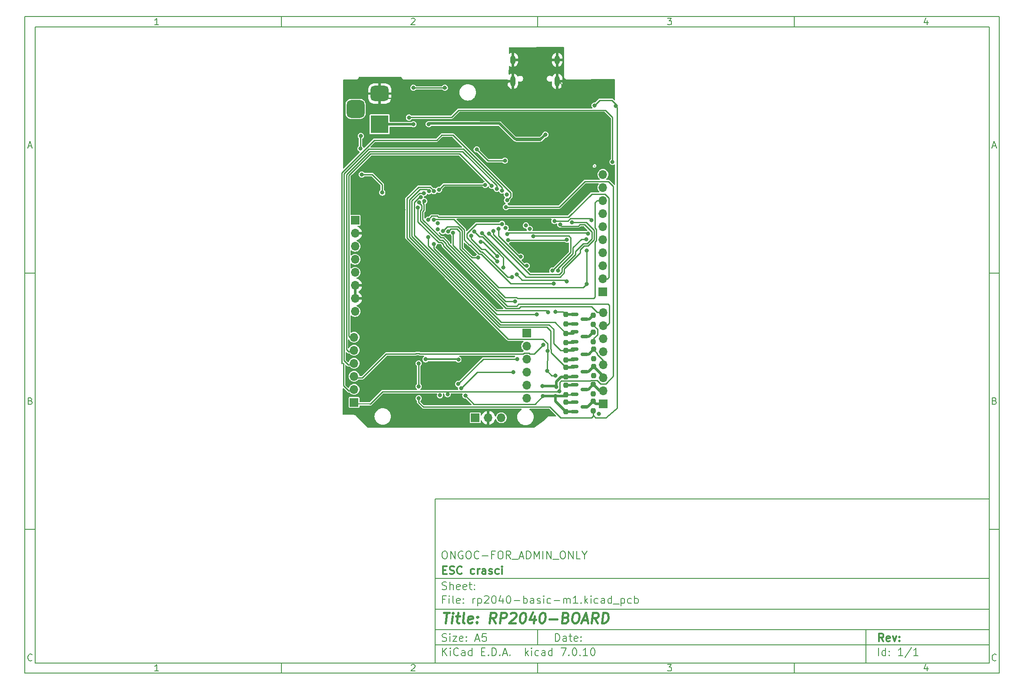
<source format=gbr>
%TF.GenerationSoftware,KiCad,Pcbnew,7.0.10*%
%TF.CreationDate,2024-01-28T16:32:00+05:30*%
%TF.ProjectId,rp2040-basic-m1,72703230-3430-42d6-9261-7369632d6d31,rev?*%
%TF.SameCoordinates,Original*%
%TF.FileFunction,Copper,L2,Bot*%
%TF.FilePolarity,Positive*%
%FSLAX46Y46*%
G04 Gerber Fmt 4.6, Leading zero omitted, Abs format (unit mm)*
G04 Created by KiCad (PCBNEW 7.0.10) date 2024-01-28 16:32:00*
%MOMM*%
%LPD*%
G01*
G04 APERTURE LIST*
G04 Aperture macros list*
%AMRoundRect*
0 Rectangle with rounded corners*
0 $1 Rounding radius*
0 $2 $3 $4 $5 $6 $7 $8 $9 X,Y pos of 4 corners*
0 Add a 4 corners polygon primitive as box body*
4,1,4,$2,$3,$4,$5,$6,$7,$8,$9,$2,$3,0*
0 Add four circle primitives for the rounded corners*
1,1,$1+$1,$2,$3*
1,1,$1+$1,$4,$5*
1,1,$1+$1,$6,$7*
1,1,$1+$1,$8,$9*
0 Add four rect primitives between the rounded corners*
20,1,$1+$1,$2,$3,$4,$5,0*
20,1,$1+$1,$4,$5,$6,$7,0*
20,1,$1+$1,$6,$7,$8,$9,0*
20,1,$1+$1,$8,$9,$2,$3,0*%
G04 Aperture macros list end*
%ADD10C,0.100000*%
%ADD11C,0.150000*%
%ADD12C,0.300000*%
%ADD13C,0.400000*%
%TA.AperFunction,ComponentPad*%
%ADD14R,1.700000X1.700000*%
%TD*%
%TA.AperFunction,ComponentPad*%
%ADD15O,1.700000X1.700000*%
%TD*%
%TA.AperFunction,ComponentPad*%
%ADD16O,1.000000X2.100000*%
%TD*%
%TA.AperFunction,ComponentPad*%
%ADD17O,1.000000X1.800000*%
%TD*%
%TA.AperFunction,ComponentPad*%
%ADD18R,3.500000X3.500000*%
%TD*%
%TA.AperFunction,ComponentPad*%
%ADD19RoundRect,0.750000X-1.000000X0.750000X-1.000000X-0.750000X1.000000X-0.750000X1.000000X0.750000X0*%
%TD*%
%TA.AperFunction,ComponentPad*%
%ADD20RoundRect,0.875000X-0.875000X0.875000X-0.875000X-0.875000X0.875000X-0.875000X0.875000X0.875000X0*%
%TD*%
%TA.AperFunction,SMDPad,CuDef*%
%ADD21RoundRect,0.150000X-0.587500X-0.150000X0.587500X-0.150000X0.587500X0.150000X-0.587500X0.150000X0*%
%TD*%
%TA.AperFunction,SMDPad,CuDef*%
%ADD22RoundRect,0.237500X-0.237500X0.250000X-0.237500X-0.250000X0.237500X-0.250000X0.237500X0.250000X0*%
%TD*%
%TA.AperFunction,ViaPad*%
%ADD23C,0.800000*%
%TD*%
%TA.AperFunction,Conductor*%
%ADD24C,0.250000*%
%TD*%
%TA.AperFunction,Conductor*%
%ADD25C,0.200000*%
%TD*%
%TA.AperFunction,Conductor*%
%ADD26C,0.500000*%
%TD*%
%TA.AperFunction,Conductor*%
%ADD27C,0.350000*%
%TD*%
G04 APERTURE END LIST*
D10*
D11*
X90007200Y-104005800D02*
X198007200Y-104005800D01*
X198007200Y-136005800D01*
X90007200Y-136005800D01*
X90007200Y-104005800D01*
D10*
D11*
X10000000Y-10000000D02*
X200007200Y-10000000D01*
X200007200Y-138005800D01*
X10000000Y-138005800D01*
X10000000Y-10000000D01*
D10*
D11*
X12000000Y-12000000D02*
X198007200Y-12000000D01*
X198007200Y-136005800D01*
X12000000Y-136005800D01*
X12000000Y-12000000D01*
D10*
D11*
X60000000Y-12000000D02*
X60000000Y-10000000D01*
D10*
D11*
X110000000Y-12000000D02*
X110000000Y-10000000D01*
D10*
D11*
X160000000Y-12000000D02*
X160000000Y-10000000D01*
D10*
D11*
X36089160Y-11593604D02*
X35346303Y-11593604D01*
X35717731Y-11593604D02*
X35717731Y-10293604D01*
X35717731Y-10293604D02*
X35593922Y-10479319D01*
X35593922Y-10479319D02*
X35470112Y-10603128D01*
X35470112Y-10603128D02*
X35346303Y-10665033D01*
D10*
D11*
X85346303Y-10417414D02*
X85408207Y-10355509D01*
X85408207Y-10355509D02*
X85532017Y-10293604D01*
X85532017Y-10293604D02*
X85841541Y-10293604D01*
X85841541Y-10293604D02*
X85965350Y-10355509D01*
X85965350Y-10355509D02*
X86027255Y-10417414D01*
X86027255Y-10417414D02*
X86089160Y-10541223D01*
X86089160Y-10541223D02*
X86089160Y-10665033D01*
X86089160Y-10665033D02*
X86027255Y-10850747D01*
X86027255Y-10850747D02*
X85284398Y-11593604D01*
X85284398Y-11593604D02*
X86089160Y-11593604D01*
D10*
D11*
X135284398Y-10293604D02*
X136089160Y-10293604D01*
X136089160Y-10293604D02*
X135655826Y-10788842D01*
X135655826Y-10788842D02*
X135841541Y-10788842D01*
X135841541Y-10788842D02*
X135965350Y-10850747D01*
X135965350Y-10850747D02*
X136027255Y-10912652D01*
X136027255Y-10912652D02*
X136089160Y-11036461D01*
X136089160Y-11036461D02*
X136089160Y-11345985D01*
X136089160Y-11345985D02*
X136027255Y-11469795D01*
X136027255Y-11469795D02*
X135965350Y-11531700D01*
X135965350Y-11531700D02*
X135841541Y-11593604D01*
X135841541Y-11593604D02*
X135470112Y-11593604D01*
X135470112Y-11593604D02*
X135346303Y-11531700D01*
X135346303Y-11531700D02*
X135284398Y-11469795D01*
D10*
D11*
X185965350Y-10726938D02*
X185965350Y-11593604D01*
X185655826Y-10231700D02*
X185346303Y-11160271D01*
X185346303Y-11160271D02*
X186151064Y-11160271D01*
D10*
D11*
X60000000Y-136005800D02*
X60000000Y-138005800D01*
D10*
D11*
X110000000Y-136005800D02*
X110000000Y-138005800D01*
D10*
D11*
X160000000Y-136005800D02*
X160000000Y-138005800D01*
D10*
D11*
X36089160Y-137599404D02*
X35346303Y-137599404D01*
X35717731Y-137599404D02*
X35717731Y-136299404D01*
X35717731Y-136299404D02*
X35593922Y-136485119D01*
X35593922Y-136485119D02*
X35470112Y-136608928D01*
X35470112Y-136608928D02*
X35346303Y-136670833D01*
D10*
D11*
X85346303Y-136423214D02*
X85408207Y-136361309D01*
X85408207Y-136361309D02*
X85532017Y-136299404D01*
X85532017Y-136299404D02*
X85841541Y-136299404D01*
X85841541Y-136299404D02*
X85965350Y-136361309D01*
X85965350Y-136361309D02*
X86027255Y-136423214D01*
X86027255Y-136423214D02*
X86089160Y-136547023D01*
X86089160Y-136547023D02*
X86089160Y-136670833D01*
X86089160Y-136670833D02*
X86027255Y-136856547D01*
X86027255Y-136856547D02*
X85284398Y-137599404D01*
X85284398Y-137599404D02*
X86089160Y-137599404D01*
D10*
D11*
X135284398Y-136299404D02*
X136089160Y-136299404D01*
X136089160Y-136299404D02*
X135655826Y-136794642D01*
X135655826Y-136794642D02*
X135841541Y-136794642D01*
X135841541Y-136794642D02*
X135965350Y-136856547D01*
X135965350Y-136856547D02*
X136027255Y-136918452D01*
X136027255Y-136918452D02*
X136089160Y-137042261D01*
X136089160Y-137042261D02*
X136089160Y-137351785D01*
X136089160Y-137351785D02*
X136027255Y-137475595D01*
X136027255Y-137475595D02*
X135965350Y-137537500D01*
X135965350Y-137537500D02*
X135841541Y-137599404D01*
X135841541Y-137599404D02*
X135470112Y-137599404D01*
X135470112Y-137599404D02*
X135346303Y-137537500D01*
X135346303Y-137537500D02*
X135284398Y-137475595D01*
D10*
D11*
X185965350Y-136732738D02*
X185965350Y-137599404D01*
X185655826Y-136237500D02*
X185346303Y-137166071D01*
X185346303Y-137166071D02*
X186151064Y-137166071D01*
D10*
D11*
X10000000Y-60000000D02*
X12000000Y-60000000D01*
D10*
D11*
X10000000Y-110000000D02*
X12000000Y-110000000D01*
D10*
D11*
X10690476Y-35222176D02*
X11309523Y-35222176D01*
X10566666Y-35593604D02*
X10999999Y-34293604D01*
X10999999Y-34293604D02*
X11433333Y-35593604D01*
D10*
D11*
X11092857Y-84912652D02*
X11278571Y-84974557D01*
X11278571Y-84974557D02*
X11340476Y-85036461D01*
X11340476Y-85036461D02*
X11402380Y-85160271D01*
X11402380Y-85160271D02*
X11402380Y-85345985D01*
X11402380Y-85345985D02*
X11340476Y-85469795D01*
X11340476Y-85469795D02*
X11278571Y-85531700D01*
X11278571Y-85531700D02*
X11154761Y-85593604D01*
X11154761Y-85593604D02*
X10659523Y-85593604D01*
X10659523Y-85593604D02*
X10659523Y-84293604D01*
X10659523Y-84293604D02*
X11092857Y-84293604D01*
X11092857Y-84293604D02*
X11216666Y-84355509D01*
X11216666Y-84355509D02*
X11278571Y-84417414D01*
X11278571Y-84417414D02*
X11340476Y-84541223D01*
X11340476Y-84541223D02*
X11340476Y-84665033D01*
X11340476Y-84665033D02*
X11278571Y-84788842D01*
X11278571Y-84788842D02*
X11216666Y-84850747D01*
X11216666Y-84850747D02*
X11092857Y-84912652D01*
X11092857Y-84912652D02*
X10659523Y-84912652D01*
D10*
D11*
X11402380Y-135469795D02*
X11340476Y-135531700D01*
X11340476Y-135531700D02*
X11154761Y-135593604D01*
X11154761Y-135593604D02*
X11030952Y-135593604D01*
X11030952Y-135593604D02*
X10845238Y-135531700D01*
X10845238Y-135531700D02*
X10721428Y-135407890D01*
X10721428Y-135407890D02*
X10659523Y-135284080D01*
X10659523Y-135284080D02*
X10597619Y-135036461D01*
X10597619Y-135036461D02*
X10597619Y-134850747D01*
X10597619Y-134850747D02*
X10659523Y-134603128D01*
X10659523Y-134603128D02*
X10721428Y-134479319D01*
X10721428Y-134479319D02*
X10845238Y-134355509D01*
X10845238Y-134355509D02*
X11030952Y-134293604D01*
X11030952Y-134293604D02*
X11154761Y-134293604D01*
X11154761Y-134293604D02*
X11340476Y-134355509D01*
X11340476Y-134355509D02*
X11402380Y-134417414D01*
D10*
D11*
X200007200Y-60000000D02*
X198007200Y-60000000D01*
D10*
D11*
X200007200Y-110000000D02*
X198007200Y-110000000D01*
D10*
D11*
X198697676Y-35222176D02*
X199316723Y-35222176D01*
X198573866Y-35593604D02*
X199007199Y-34293604D01*
X199007199Y-34293604D02*
X199440533Y-35593604D01*
D10*
D11*
X199100057Y-84912652D02*
X199285771Y-84974557D01*
X199285771Y-84974557D02*
X199347676Y-85036461D01*
X199347676Y-85036461D02*
X199409580Y-85160271D01*
X199409580Y-85160271D02*
X199409580Y-85345985D01*
X199409580Y-85345985D02*
X199347676Y-85469795D01*
X199347676Y-85469795D02*
X199285771Y-85531700D01*
X199285771Y-85531700D02*
X199161961Y-85593604D01*
X199161961Y-85593604D02*
X198666723Y-85593604D01*
X198666723Y-85593604D02*
X198666723Y-84293604D01*
X198666723Y-84293604D02*
X199100057Y-84293604D01*
X199100057Y-84293604D02*
X199223866Y-84355509D01*
X199223866Y-84355509D02*
X199285771Y-84417414D01*
X199285771Y-84417414D02*
X199347676Y-84541223D01*
X199347676Y-84541223D02*
X199347676Y-84665033D01*
X199347676Y-84665033D02*
X199285771Y-84788842D01*
X199285771Y-84788842D02*
X199223866Y-84850747D01*
X199223866Y-84850747D02*
X199100057Y-84912652D01*
X199100057Y-84912652D02*
X198666723Y-84912652D01*
D10*
D11*
X199409580Y-135469795D02*
X199347676Y-135531700D01*
X199347676Y-135531700D02*
X199161961Y-135593604D01*
X199161961Y-135593604D02*
X199038152Y-135593604D01*
X199038152Y-135593604D02*
X198852438Y-135531700D01*
X198852438Y-135531700D02*
X198728628Y-135407890D01*
X198728628Y-135407890D02*
X198666723Y-135284080D01*
X198666723Y-135284080D02*
X198604819Y-135036461D01*
X198604819Y-135036461D02*
X198604819Y-134850747D01*
X198604819Y-134850747D02*
X198666723Y-134603128D01*
X198666723Y-134603128D02*
X198728628Y-134479319D01*
X198728628Y-134479319D02*
X198852438Y-134355509D01*
X198852438Y-134355509D02*
X199038152Y-134293604D01*
X199038152Y-134293604D02*
X199161961Y-134293604D01*
X199161961Y-134293604D02*
X199347676Y-134355509D01*
X199347676Y-134355509D02*
X199409580Y-134417414D01*
D10*
D11*
X113463026Y-131791928D02*
X113463026Y-130291928D01*
X113463026Y-130291928D02*
X113820169Y-130291928D01*
X113820169Y-130291928D02*
X114034455Y-130363357D01*
X114034455Y-130363357D02*
X114177312Y-130506214D01*
X114177312Y-130506214D02*
X114248741Y-130649071D01*
X114248741Y-130649071D02*
X114320169Y-130934785D01*
X114320169Y-130934785D02*
X114320169Y-131149071D01*
X114320169Y-131149071D02*
X114248741Y-131434785D01*
X114248741Y-131434785D02*
X114177312Y-131577642D01*
X114177312Y-131577642D02*
X114034455Y-131720500D01*
X114034455Y-131720500D02*
X113820169Y-131791928D01*
X113820169Y-131791928D02*
X113463026Y-131791928D01*
X115605884Y-131791928D02*
X115605884Y-131006214D01*
X115605884Y-131006214D02*
X115534455Y-130863357D01*
X115534455Y-130863357D02*
X115391598Y-130791928D01*
X115391598Y-130791928D02*
X115105884Y-130791928D01*
X115105884Y-130791928D02*
X114963026Y-130863357D01*
X115605884Y-131720500D02*
X115463026Y-131791928D01*
X115463026Y-131791928D02*
X115105884Y-131791928D01*
X115105884Y-131791928D02*
X114963026Y-131720500D01*
X114963026Y-131720500D02*
X114891598Y-131577642D01*
X114891598Y-131577642D02*
X114891598Y-131434785D01*
X114891598Y-131434785D02*
X114963026Y-131291928D01*
X114963026Y-131291928D02*
X115105884Y-131220500D01*
X115105884Y-131220500D02*
X115463026Y-131220500D01*
X115463026Y-131220500D02*
X115605884Y-131149071D01*
X116105884Y-130791928D02*
X116677312Y-130791928D01*
X116320169Y-130291928D02*
X116320169Y-131577642D01*
X116320169Y-131577642D02*
X116391598Y-131720500D01*
X116391598Y-131720500D02*
X116534455Y-131791928D01*
X116534455Y-131791928D02*
X116677312Y-131791928D01*
X117748741Y-131720500D02*
X117605884Y-131791928D01*
X117605884Y-131791928D02*
X117320170Y-131791928D01*
X117320170Y-131791928D02*
X117177312Y-131720500D01*
X117177312Y-131720500D02*
X117105884Y-131577642D01*
X117105884Y-131577642D02*
X117105884Y-131006214D01*
X117105884Y-131006214D02*
X117177312Y-130863357D01*
X117177312Y-130863357D02*
X117320170Y-130791928D01*
X117320170Y-130791928D02*
X117605884Y-130791928D01*
X117605884Y-130791928D02*
X117748741Y-130863357D01*
X117748741Y-130863357D02*
X117820170Y-131006214D01*
X117820170Y-131006214D02*
X117820170Y-131149071D01*
X117820170Y-131149071D02*
X117105884Y-131291928D01*
X118463026Y-131649071D02*
X118534455Y-131720500D01*
X118534455Y-131720500D02*
X118463026Y-131791928D01*
X118463026Y-131791928D02*
X118391598Y-131720500D01*
X118391598Y-131720500D02*
X118463026Y-131649071D01*
X118463026Y-131649071D02*
X118463026Y-131791928D01*
X118463026Y-130863357D02*
X118534455Y-130934785D01*
X118534455Y-130934785D02*
X118463026Y-131006214D01*
X118463026Y-131006214D02*
X118391598Y-130934785D01*
X118391598Y-130934785D02*
X118463026Y-130863357D01*
X118463026Y-130863357D02*
X118463026Y-131006214D01*
D10*
D11*
X90007200Y-132505800D02*
X198007200Y-132505800D01*
D10*
D11*
X91463026Y-134591928D02*
X91463026Y-133091928D01*
X92320169Y-134591928D02*
X91677312Y-133734785D01*
X92320169Y-133091928D02*
X91463026Y-133949071D01*
X92963026Y-134591928D02*
X92963026Y-133591928D01*
X92963026Y-133091928D02*
X92891598Y-133163357D01*
X92891598Y-133163357D02*
X92963026Y-133234785D01*
X92963026Y-133234785D02*
X93034455Y-133163357D01*
X93034455Y-133163357D02*
X92963026Y-133091928D01*
X92963026Y-133091928D02*
X92963026Y-133234785D01*
X94534455Y-134449071D02*
X94463027Y-134520500D01*
X94463027Y-134520500D02*
X94248741Y-134591928D01*
X94248741Y-134591928D02*
X94105884Y-134591928D01*
X94105884Y-134591928D02*
X93891598Y-134520500D01*
X93891598Y-134520500D02*
X93748741Y-134377642D01*
X93748741Y-134377642D02*
X93677312Y-134234785D01*
X93677312Y-134234785D02*
X93605884Y-133949071D01*
X93605884Y-133949071D02*
X93605884Y-133734785D01*
X93605884Y-133734785D02*
X93677312Y-133449071D01*
X93677312Y-133449071D02*
X93748741Y-133306214D01*
X93748741Y-133306214D02*
X93891598Y-133163357D01*
X93891598Y-133163357D02*
X94105884Y-133091928D01*
X94105884Y-133091928D02*
X94248741Y-133091928D01*
X94248741Y-133091928D02*
X94463027Y-133163357D01*
X94463027Y-133163357D02*
X94534455Y-133234785D01*
X95820170Y-134591928D02*
X95820170Y-133806214D01*
X95820170Y-133806214D02*
X95748741Y-133663357D01*
X95748741Y-133663357D02*
X95605884Y-133591928D01*
X95605884Y-133591928D02*
X95320170Y-133591928D01*
X95320170Y-133591928D02*
X95177312Y-133663357D01*
X95820170Y-134520500D02*
X95677312Y-134591928D01*
X95677312Y-134591928D02*
X95320170Y-134591928D01*
X95320170Y-134591928D02*
X95177312Y-134520500D01*
X95177312Y-134520500D02*
X95105884Y-134377642D01*
X95105884Y-134377642D02*
X95105884Y-134234785D01*
X95105884Y-134234785D02*
X95177312Y-134091928D01*
X95177312Y-134091928D02*
X95320170Y-134020500D01*
X95320170Y-134020500D02*
X95677312Y-134020500D01*
X95677312Y-134020500D02*
X95820170Y-133949071D01*
X97177313Y-134591928D02*
X97177313Y-133091928D01*
X97177313Y-134520500D02*
X97034455Y-134591928D01*
X97034455Y-134591928D02*
X96748741Y-134591928D01*
X96748741Y-134591928D02*
X96605884Y-134520500D01*
X96605884Y-134520500D02*
X96534455Y-134449071D01*
X96534455Y-134449071D02*
X96463027Y-134306214D01*
X96463027Y-134306214D02*
X96463027Y-133877642D01*
X96463027Y-133877642D02*
X96534455Y-133734785D01*
X96534455Y-133734785D02*
X96605884Y-133663357D01*
X96605884Y-133663357D02*
X96748741Y-133591928D01*
X96748741Y-133591928D02*
X97034455Y-133591928D01*
X97034455Y-133591928D02*
X97177313Y-133663357D01*
X99034455Y-133806214D02*
X99534455Y-133806214D01*
X99748741Y-134591928D02*
X99034455Y-134591928D01*
X99034455Y-134591928D02*
X99034455Y-133091928D01*
X99034455Y-133091928D02*
X99748741Y-133091928D01*
X100391598Y-134449071D02*
X100463027Y-134520500D01*
X100463027Y-134520500D02*
X100391598Y-134591928D01*
X100391598Y-134591928D02*
X100320170Y-134520500D01*
X100320170Y-134520500D02*
X100391598Y-134449071D01*
X100391598Y-134449071D02*
X100391598Y-134591928D01*
X101105884Y-134591928D02*
X101105884Y-133091928D01*
X101105884Y-133091928D02*
X101463027Y-133091928D01*
X101463027Y-133091928D02*
X101677313Y-133163357D01*
X101677313Y-133163357D02*
X101820170Y-133306214D01*
X101820170Y-133306214D02*
X101891599Y-133449071D01*
X101891599Y-133449071D02*
X101963027Y-133734785D01*
X101963027Y-133734785D02*
X101963027Y-133949071D01*
X101963027Y-133949071D02*
X101891599Y-134234785D01*
X101891599Y-134234785D02*
X101820170Y-134377642D01*
X101820170Y-134377642D02*
X101677313Y-134520500D01*
X101677313Y-134520500D02*
X101463027Y-134591928D01*
X101463027Y-134591928D02*
X101105884Y-134591928D01*
X102605884Y-134449071D02*
X102677313Y-134520500D01*
X102677313Y-134520500D02*
X102605884Y-134591928D01*
X102605884Y-134591928D02*
X102534456Y-134520500D01*
X102534456Y-134520500D02*
X102605884Y-134449071D01*
X102605884Y-134449071D02*
X102605884Y-134591928D01*
X103248742Y-134163357D02*
X103963028Y-134163357D01*
X103105885Y-134591928D02*
X103605885Y-133091928D01*
X103605885Y-133091928D02*
X104105885Y-134591928D01*
X104605884Y-134449071D02*
X104677313Y-134520500D01*
X104677313Y-134520500D02*
X104605884Y-134591928D01*
X104605884Y-134591928D02*
X104534456Y-134520500D01*
X104534456Y-134520500D02*
X104605884Y-134449071D01*
X104605884Y-134449071D02*
X104605884Y-134591928D01*
X107605884Y-134591928D02*
X107605884Y-133091928D01*
X107748742Y-134020500D02*
X108177313Y-134591928D01*
X108177313Y-133591928D02*
X107605884Y-134163357D01*
X108820170Y-134591928D02*
X108820170Y-133591928D01*
X108820170Y-133091928D02*
X108748742Y-133163357D01*
X108748742Y-133163357D02*
X108820170Y-133234785D01*
X108820170Y-133234785D02*
X108891599Y-133163357D01*
X108891599Y-133163357D02*
X108820170Y-133091928D01*
X108820170Y-133091928D02*
X108820170Y-133234785D01*
X110177314Y-134520500D02*
X110034456Y-134591928D01*
X110034456Y-134591928D02*
X109748742Y-134591928D01*
X109748742Y-134591928D02*
X109605885Y-134520500D01*
X109605885Y-134520500D02*
X109534456Y-134449071D01*
X109534456Y-134449071D02*
X109463028Y-134306214D01*
X109463028Y-134306214D02*
X109463028Y-133877642D01*
X109463028Y-133877642D02*
X109534456Y-133734785D01*
X109534456Y-133734785D02*
X109605885Y-133663357D01*
X109605885Y-133663357D02*
X109748742Y-133591928D01*
X109748742Y-133591928D02*
X110034456Y-133591928D01*
X110034456Y-133591928D02*
X110177314Y-133663357D01*
X111463028Y-134591928D02*
X111463028Y-133806214D01*
X111463028Y-133806214D02*
X111391599Y-133663357D01*
X111391599Y-133663357D02*
X111248742Y-133591928D01*
X111248742Y-133591928D02*
X110963028Y-133591928D01*
X110963028Y-133591928D02*
X110820170Y-133663357D01*
X111463028Y-134520500D02*
X111320170Y-134591928D01*
X111320170Y-134591928D02*
X110963028Y-134591928D01*
X110963028Y-134591928D02*
X110820170Y-134520500D01*
X110820170Y-134520500D02*
X110748742Y-134377642D01*
X110748742Y-134377642D02*
X110748742Y-134234785D01*
X110748742Y-134234785D02*
X110820170Y-134091928D01*
X110820170Y-134091928D02*
X110963028Y-134020500D01*
X110963028Y-134020500D02*
X111320170Y-134020500D01*
X111320170Y-134020500D02*
X111463028Y-133949071D01*
X112820171Y-134591928D02*
X112820171Y-133091928D01*
X112820171Y-134520500D02*
X112677313Y-134591928D01*
X112677313Y-134591928D02*
X112391599Y-134591928D01*
X112391599Y-134591928D02*
X112248742Y-134520500D01*
X112248742Y-134520500D02*
X112177313Y-134449071D01*
X112177313Y-134449071D02*
X112105885Y-134306214D01*
X112105885Y-134306214D02*
X112105885Y-133877642D01*
X112105885Y-133877642D02*
X112177313Y-133734785D01*
X112177313Y-133734785D02*
X112248742Y-133663357D01*
X112248742Y-133663357D02*
X112391599Y-133591928D01*
X112391599Y-133591928D02*
X112677313Y-133591928D01*
X112677313Y-133591928D02*
X112820171Y-133663357D01*
X114534456Y-133091928D02*
X115534456Y-133091928D01*
X115534456Y-133091928D02*
X114891599Y-134591928D01*
X116105884Y-134449071D02*
X116177313Y-134520500D01*
X116177313Y-134520500D02*
X116105884Y-134591928D01*
X116105884Y-134591928D02*
X116034456Y-134520500D01*
X116034456Y-134520500D02*
X116105884Y-134449071D01*
X116105884Y-134449071D02*
X116105884Y-134591928D01*
X117105885Y-133091928D02*
X117248742Y-133091928D01*
X117248742Y-133091928D02*
X117391599Y-133163357D01*
X117391599Y-133163357D02*
X117463028Y-133234785D01*
X117463028Y-133234785D02*
X117534456Y-133377642D01*
X117534456Y-133377642D02*
X117605885Y-133663357D01*
X117605885Y-133663357D02*
X117605885Y-134020500D01*
X117605885Y-134020500D02*
X117534456Y-134306214D01*
X117534456Y-134306214D02*
X117463028Y-134449071D01*
X117463028Y-134449071D02*
X117391599Y-134520500D01*
X117391599Y-134520500D02*
X117248742Y-134591928D01*
X117248742Y-134591928D02*
X117105885Y-134591928D01*
X117105885Y-134591928D02*
X116963028Y-134520500D01*
X116963028Y-134520500D02*
X116891599Y-134449071D01*
X116891599Y-134449071D02*
X116820170Y-134306214D01*
X116820170Y-134306214D02*
X116748742Y-134020500D01*
X116748742Y-134020500D02*
X116748742Y-133663357D01*
X116748742Y-133663357D02*
X116820170Y-133377642D01*
X116820170Y-133377642D02*
X116891599Y-133234785D01*
X116891599Y-133234785D02*
X116963028Y-133163357D01*
X116963028Y-133163357D02*
X117105885Y-133091928D01*
X118248741Y-134449071D02*
X118320170Y-134520500D01*
X118320170Y-134520500D02*
X118248741Y-134591928D01*
X118248741Y-134591928D02*
X118177313Y-134520500D01*
X118177313Y-134520500D02*
X118248741Y-134449071D01*
X118248741Y-134449071D02*
X118248741Y-134591928D01*
X119748742Y-134591928D02*
X118891599Y-134591928D01*
X119320170Y-134591928D02*
X119320170Y-133091928D01*
X119320170Y-133091928D02*
X119177313Y-133306214D01*
X119177313Y-133306214D02*
X119034456Y-133449071D01*
X119034456Y-133449071D02*
X118891599Y-133520500D01*
X120677313Y-133091928D02*
X120820170Y-133091928D01*
X120820170Y-133091928D02*
X120963027Y-133163357D01*
X120963027Y-133163357D02*
X121034456Y-133234785D01*
X121034456Y-133234785D02*
X121105884Y-133377642D01*
X121105884Y-133377642D02*
X121177313Y-133663357D01*
X121177313Y-133663357D02*
X121177313Y-134020500D01*
X121177313Y-134020500D02*
X121105884Y-134306214D01*
X121105884Y-134306214D02*
X121034456Y-134449071D01*
X121034456Y-134449071D02*
X120963027Y-134520500D01*
X120963027Y-134520500D02*
X120820170Y-134591928D01*
X120820170Y-134591928D02*
X120677313Y-134591928D01*
X120677313Y-134591928D02*
X120534456Y-134520500D01*
X120534456Y-134520500D02*
X120463027Y-134449071D01*
X120463027Y-134449071D02*
X120391598Y-134306214D01*
X120391598Y-134306214D02*
X120320170Y-134020500D01*
X120320170Y-134020500D02*
X120320170Y-133663357D01*
X120320170Y-133663357D02*
X120391598Y-133377642D01*
X120391598Y-133377642D02*
X120463027Y-133234785D01*
X120463027Y-133234785D02*
X120534456Y-133163357D01*
X120534456Y-133163357D02*
X120677313Y-133091928D01*
D10*
D11*
X90007200Y-129505800D02*
X198007200Y-129505800D01*
D10*
D12*
X177418853Y-131784128D02*
X176918853Y-131069842D01*
X176561710Y-131784128D02*
X176561710Y-130284128D01*
X176561710Y-130284128D02*
X177133139Y-130284128D01*
X177133139Y-130284128D02*
X177275996Y-130355557D01*
X177275996Y-130355557D02*
X177347425Y-130426985D01*
X177347425Y-130426985D02*
X177418853Y-130569842D01*
X177418853Y-130569842D02*
X177418853Y-130784128D01*
X177418853Y-130784128D02*
X177347425Y-130926985D01*
X177347425Y-130926985D02*
X177275996Y-130998414D01*
X177275996Y-130998414D02*
X177133139Y-131069842D01*
X177133139Y-131069842D02*
X176561710Y-131069842D01*
X178633139Y-131712700D02*
X178490282Y-131784128D01*
X178490282Y-131784128D02*
X178204568Y-131784128D01*
X178204568Y-131784128D02*
X178061710Y-131712700D01*
X178061710Y-131712700D02*
X177990282Y-131569842D01*
X177990282Y-131569842D02*
X177990282Y-130998414D01*
X177990282Y-130998414D02*
X178061710Y-130855557D01*
X178061710Y-130855557D02*
X178204568Y-130784128D01*
X178204568Y-130784128D02*
X178490282Y-130784128D01*
X178490282Y-130784128D02*
X178633139Y-130855557D01*
X178633139Y-130855557D02*
X178704568Y-130998414D01*
X178704568Y-130998414D02*
X178704568Y-131141271D01*
X178704568Y-131141271D02*
X177990282Y-131284128D01*
X179204567Y-130784128D02*
X179561710Y-131784128D01*
X179561710Y-131784128D02*
X179918853Y-130784128D01*
X180490281Y-131641271D02*
X180561710Y-131712700D01*
X180561710Y-131712700D02*
X180490281Y-131784128D01*
X180490281Y-131784128D02*
X180418853Y-131712700D01*
X180418853Y-131712700D02*
X180490281Y-131641271D01*
X180490281Y-131641271D02*
X180490281Y-131784128D01*
X180490281Y-130855557D02*
X180561710Y-130926985D01*
X180561710Y-130926985D02*
X180490281Y-130998414D01*
X180490281Y-130998414D02*
X180418853Y-130926985D01*
X180418853Y-130926985D02*
X180490281Y-130855557D01*
X180490281Y-130855557D02*
X180490281Y-130998414D01*
D10*
D11*
X91391598Y-131720500D02*
X91605884Y-131791928D01*
X91605884Y-131791928D02*
X91963026Y-131791928D01*
X91963026Y-131791928D02*
X92105884Y-131720500D01*
X92105884Y-131720500D02*
X92177312Y-131649071D01*
X92177312Y-131649071D02*
X92248741Y-131506214D01*
X92248741Y-131506214D02*
X92248741Y-131363357D01*
X92248741Y-131363357D02*
X92177312Y-131220500D01*
X92177312Y-131220500D02*
X92105884Y-131149071D01*
X92105884Y-131149071D02*
X91963026Y-131077642D01*
X91963026Y-131077642D02*
X91677312Y-131006214D01*
X91677312Y-131006214D02*
X91534455Y-130934785D01*
X91534455Y-130934785D02*
X91463026Y-130863357D01*
X91463026Y-130863357D02*
X91391598Y-130720500D01*
X91391598Y-130720500D02*
X91391598Y-130577642D01*
X91391598Y-130577642D02*
X91463026Y-130434785D01*
X91463026Y-130434785D02*
X91534455Y-130363357D01*
X91534455Y-130363357D02*
X91677312Y-130291928D01*
X91677312Y-130291928D02*
X92034455Y-130291928D01*
X92034455Y-130291928D02*
X92248741Y-130363357D01*
X92891597Y-131791928D02*
X92891597Y-130791928D01*
X92891597Y-130291928D02*
X92820169Y-130363357D01*
X92820169Y-130363357D02*
X92891597Y-130434785D01*
X92891597Y-130434785D02*
X92963026Y-130363357D01*
X92963026Y-130363357D02*
X92891597Y-130291928D01*
X92891597Y-130291928D02*
X92891597Y-130434785D01*
X93463026Y-130791928D02*
X94248741Y-130791928D01*
X94248741Y-130791928D02*
X93463026Y-131791928D01*
X93463026Y-131791928D02*
X94248741Y-131791928D01*
X95391598Y-131720500D02*
X95248741Y-131791928D01*
X95248741Y-131791928D02*
X94963027Y-131791928D01*
X94963027Y-131791928D02*
X94820169Y-131720500D01*
X94820169Y-131720500D02*
X94748741Y-131577642D01*
X94748741Y-131577642D02*
X94748741Y-131006214D01*
X94748741Y-131006214D02*
X94820169Y-130863357D01*
X94820169Y-130863357D02*
X94963027Y-130791928D01*
X94963027Y-130791928D02*
X95248741Y-130791928D01*
X95248741Y-130791928D02*
X95391598Y-130863357D01*
X95391598Y-130863357D02*
X95463027Y-131006214D01*
X95463027Y-131006214D02*
X95463027Y-131149071D01*
X95463027Y-131149071D02*
X94748741Y-131291928D01*
X96105883Y-131649071D02*
X96177312Y-131720500D01*
X96177312Y-131720500D02*
X96105883Y-131791928D01*
X96105883Y-131791928D02*
X96034455Y-131720500D01*
X96034455Y-131720500D02*
X96105883Y-131649071D01*
X96105883Y-131649071D02*
X96105883Y-131791928D01*
X96105883Y-130863357D02*
X96177312Y-130934785D01*
X96177312Y-130934785D02*
X96105883Y-131006214D01*
X96105883Y-131006214D02*
X96034455Y-130934785D01*
X96034455Y-130934785D02*
X96105883Y-130863357D01*
X96105883Y-130863357D02*
X96105883Y-131006214D01*
X97891598Y-131363357D02*
X98605884Y-131363357D01*
X97748741Y-131791928D02*
X98248741Y-130291928D01*
X98248741Y-130291928D02*
X98748741Y-131791928D01*
X99963026Y-130291928D02*
X99248740Y-130291928D01*
X99248740Y-130291928D02*
X99177312Y-131006214D01*
X99177312Y-131006214D02*
X99248740Y-130934785D01*
X99248740Y-130934785D02*
X99391598Y-130863357D01*
X99391598Y-130863357D02*
X99748740Y-130863357D01*
X99748740Y-130863357D02*
X99891598Y-130934785D01*
X99891598Y-130934785D02*
X99963026Y-131006214D01*
X99963026Y-131006214D02*
X100034455Y-131149071D01*
X100034455Y-131149071D02*
X100034455Y-131506214D01*
X100034455Y-131506214D02*
X99963026Y-131649071D01*
X99963026Y-131649071D02*
X99891598Y-131720500D01*
X99891598Y-131720500D02*
X99748740Y-131791928D01*
X99748740Y-131791928D02*
X99391598Y-131791928D01*
X99391598Y-131791928D02*
X99248740Y-131720500D01*
X99248740Y-131720500D02*
X99177312Y-131649071D01*
D10*
D11*
X176463026Y-134591928D02*
X176463026Y-133091928D01*
X177820170Y-134591928D02*
X177820170Y-133091928D01*
X177820170Y-134520500D02*
X177677312Y-134591928D01*
X177677312Y-134591928D02*
X177391598Y-134591928D01*
X177391598Y-134591928D02*
X177248741Y-134520500D01*
X177248741Y-134520500D02*
X177177312Y-134449071D01*
X177177312Y-134449071D02*
X177105884Y-134306214D01*
X177105884Y-134306214D02*
X177105884Y-133877642D01*
X177105884Y-133877642D02*
X177177312Y-133734785D01*
X177177312Y-133734785D02*
X177248741Y-133663357D01*
X177248741Y-133663357D02*
X177391598Y-133591928D01*
X177391598Y-133591928D02*
X177677312Y-133591928D01*
X177677312Y-133591928D02*
X177820170Y-133663357D01*
X178534455Y-134449071D02*
X178605884Y-134520500D01*
X178605884Y-134520500D02*
X178534455Y-134591928D01*
X178534455Y-134591928D02*
X178463027Y-134520500D01*
X178463027Y-134520500D02*
X178534455Y-134449071D01*
X178534455Y-134449071D02*
X178534455Y-134591928D01*
X178534455Y-133663357D02*
X178605884Y-133734785D01*
X178605884Y-133734785D02*
X178534455Y-133806214D01*
X178534455Y-133806214D02*
X178463027Y-133734785D01*
X178463027Y-133734785D02*
X178534455Y-133663357D01*
X178534455Y-133663357D02*
X178534455Y-133806214D01*
X181177313Y-134591928D02*
X180320170Y-134591928D01*
X180748741Y-134591928D02*
X180748741Y-133091928D01*
X180748741Y-133091928D02*
X180605884Y-133306214D01*
X180605884Y-133306214D02*
X180463027Y-133449071D01*
X180463027Y-133449071D02*
X180320170Y-133520500D01*
X182891598Y-133020500D02*
X181605884Y-134949071D01*
X184177313Y-134591928D02*
X183320170Y-134591928D01*
X183748741Y-134591928D02*
X183748741Y-133091928D01*
X183748741Y-133091928D02*
X183605884Y-133306214D01*
X183605884Y-133306214D02*
X183463027Y-133449071D01*
X183463027Y-133449071D02*
X183320170Y-133520500D01*
D10*
D11*
X90007200Y-125505800D02*
X198007200Y-125505800D01*
D10*
D13*
X91698928Y-126210238D02*
X92841785Y-126210238D01*
X92020357Y-128210238D02*
X92270357Y-126210238D01*
X93258452Y-128210238D02*
X93425119Y-126876904D01*
X93508452Y-126210238D02*
X93401309Y-126305476D01*
X93401309Y-126305476D02*
X93484643Y-126400714D01*
X93484643Y-126400714D02*
X93591786Y-126305476D01*
X93591786Y-126305476D02*
X93508452Y-126210238D01*
X93508452Y-126210238D02*
X93484643Y-126400714D01*
X94091786Y-126876904D02*
X94853690Y-126876904D01*
X94460833Y-126210238D02*
X94246548Y-127924523D01*
X94246548Y-127924523D02*
X94317976Y-128115000D01*
X94317976Y-128115000D02*
X94496548Y-128210238D01*
X94496548Y-128210238D02*
X94687024Y-128210238D01*
X95639405Y-128210238D02*
X95460833Y-128115000D01*
X95460833Y-128115000D02*
X95389405Y-127924523D01*
X95389405Y-127924523D02*
X95603690Y-126210238D01*
X97175119Y-128115000D02*
X96972738Y-128210238D01*
X96972738Y-128210238D02*
X96591785Y-128210238D01*
X96591785Y-128210238D02*
X96413214Y-128115000D01*
X96413214Y-128115000D02*
X96341785Y-127924523D01*
X96341785Y-127924523D02*
X96437024Y-127162619D01*
X96437024Y-127162619D02*
X96556071Y-126972142D01*
X96556071Y-126972142D02*
X96758452Y-126876904D01*
X96758452Y-126876904D02*
X97139404Y-126876904D01*
X97139404Y-126876904D02*
X97317976Y-126972142D01*
X97317976Y-126972142D02*
X97389404Y-127162619D01*
X97389404Y-127162619D02*
X97365595Y-127353095D01*
X97365595Y-127353095D02*
X96389404Y-127543571D01*
X98139405Y-128019761D02*
X98222738Y-128115000D01*
X98222738Y-128115000D02*
X98115595Y-128210238D01*
X98115595Y-128210238D02*
X98032262Y-128115000D01*
X98032262Y-128115000D02*
X98139405Y-128019761D01*
X98139405Y-128019761D02*
X98115595Y-128210238D01*
X98270357Y-126972142D02*
X98353690Y-127067380D01*
X98353690Y-127067380D02*
X98246548Y-127162619D01*
X98246548Y-127162619D02*
X98163214Y-127067380D01*
X98163214Y-127067380D02*
X98270357Y-126972142D01*
X98270357Y-126972142D02*
X98246548Y-127162619D01*
X101734643Y-128210238D02*
X101187024Y-127257857D01*
X100591786Y-128210238D02*
X100841786Y-126210238D01*
X100841786Y-126210238D02*
X101603691Y-126210238D01*
X101603691Y-126210238D02*
X101782262Y-126305476D01*
X101782262Y-126305476D02*
X101865596Y-126400714D01*
X101865596Y-126400714D02*
X101937024Y-126591190D01*
X101937024Y-126591190D02*
X101901310Y-126876904D01*
X101901310Y-126876904D02*
X101782262Y-127067380D01*
X101782262Y-127067380D02*
X101675120Y-127162619D01*
X101675120Y-127162619D02*
X101472739Y-127257857D01*
X101472739Y-127257857D02*
X100710834Y-127257857D01*
X102591786Y-128210238D02*
X102841786Y-126210238D01*
X102841786Y-126210238D02*
X103603691Y-126210238D01*
X103603691Y-126210238D02*
X103782262Y-126305476D01*
X103782262Y-126305476D02*
X103865596Y-126400714D01*
X103865596Y-126400714D02*
X103937024Y-126591190D01*
X103937024Y-126591190D02*
X103901310Y-126876904D01*
X103901310Y-126876904D02*
X103782262Y-127067380D01*
X103782262Y-127067380D02*
X103675120Y-127162619D01*
X103675120Y-127162619D02*
X103472739Y-127257857D01*
X103472739Y-127257857D02*
X102710834Y-127257857D01*
X104722739Y-126400714D02*
X104829881Y-126305476D01*
X104829881Y-126305476D02*
X105032262Y-126210238D01*
X105032262Y-126210238D02*
X105508453Y-126210238D01*
X105508453Y-126210238D02*
X105687024Y-126305476D01*
X105687024Y-126305476D02*
X105770358Y-126400714D01*
X105770358Y-126400714D02*
X105841786Y-126591190D01*
X105841786Y-126591190D02*
X105817977Y-126781666D01*
X105817977Y-126781666D02*
X105687024Y-127067380D01*
X105687024Y-127067380D02*
X104401310Y-128210238D01*
X104401310Y-128210238D02*
X105639405Y-128210238D01*
X107127501Y-126210238D02*
X107317977Y-126210238D01*
X107317977Y-126210238D02*
X107496548Y-126305476D01*
X107496548Y-126305476D02*
X107579882Y-126400714D01*
X107579882Y-126400714D02*
X107651310Y-126591190D01*
X107651310Y-126591190D02*
X107698929Y-126972142D01*
X107698929Y-126972142D02*
X107639405Y-127448333D01*
X107639405Y-127448333D02*
X107496548Y-127829285D01*
X107496548Y-127829285D02*
X107377501Y-128019761D01*
X107377501Y-128019761D02*
X107270358Y-128115000D01*
X107270358Y-128115000D02*
X107067977Y-128210238D01*
X107067977Y-128210238D02*
X106877501Y-128210238D01*
X106877501Y-128210238D02*
X106698929Y-128115000D01*
X106698929Y-128115000D02*
X106615596Y-128019761D01*
X106615596Y-128019761D02*
X106544167Y-127829285D01*
X106544167Y-127829285D02*
X106496548Y-127448333D01*
X106496548Y-127448333D02*
X106556072Y-126972142D01*
X106556072Y-126972142D02*
X106698929Y-126591190D01*
X106698929Y-126591190D02*
X106817977Y-126400714D01*
X106817977Y-126400714D02*
X106925120Y-126305476D01*
X106925120Y-126305476D02*
X107127501Y-126210238D01*
X109425120Y-126876904D02*
X109258453Y-128210238D01*
X109044167Y-126115000D02*
X108389405Y-127543571D01*
X108389405Y-127543571D02*
X109627501Y-127543571D01*
X110937025Y-126210238D02*
X111127501Y-126210238D01*
X111127501Y-126210238D02*
X111306072Y-126305476D01*
X111306072Y-126305476D02*
X111389406Y-126400714D01*
X111389406Y-126400714D02*
X111460834Y-126591190D01*
X111460834Y-126591190D02*
X111508453Y-126972142D01*
X111508453Y-126972142D02*
X111448929Y-127448333D01*
X111448929Y-127448333D02*
X111306072Y-127829285D01*
X111306072Y-127829285D02*
X111187025Y-128019761D01*
X111187025Y-128019761D02*
X111079882Y-128115000D01*
X111079882Y-128115000D02*
X110877501Y-128210238D01*
X110877501Y-128210238D02*
X110687025Y-128210238D01*
X110687025Y-128210238D02*
X110508453Y-128115000D01*
X110508453Y-128115000D02*
X110425120Y-128019761D01*
X110425120Y-128019761D02*
X110353691Y-127829285D01*
X110353691Y-127829285D02*
X110306072Y-127448333D01*
X110306072Y-127448333D02*
X110365596Y-126972142D01*
X110365596Y-126972142D02*
X110508453Y-126591190D01*
X110508453Y-126591190D02*
X110627501Y-126400714D01*
X110627501Y-126400714D02*
X110734644Y-126305476D01*
X110734644Y-126305476D02*
X110937025Y-126210238D01*
X112306072Y-127448333D02*
X113829882Y-127448333D01*
X115484643Y-127162619D02*
X115758453Y-127257857D01*
X115758453Y-127257857D02*
X115841786Y-127353095D01*
X115841786Y-127353095D02*
X115913215Y-127543571D01*
X115913215Y-127543571D02*
X115877500Y-127829285D01*
X115877500Y-127829285D02*
X115758453Y-128019761D01*
X115758453Y-128019761D02*
X115651310Y-128115000D01*
X115651310Y-128115000D02*
X115448929Y-128210238D01*
X115448929Y-128210238D02*
X114687024Y-128210238D01*
X114687024Y-128210238D02*
X114937024Y-126210238D01*
X114937024Y-126210238D02*
X115603691Y-126210238D01*
X115603691Y-126210238D02*
X115782262Y-126305476D01*
X115782262Y-126305476D02*
X115865596Y-126400714D01*
X115865596Y-126400714D02*
X115937024Y-126591190D01*
X115937024Y-126591190D02*
X115913215Y-126781666D01*
X115913215Y-126781666D02*
X115794167Y-126972142D01*
X115794167Y-126972142D02*
X115687024Y-127067380D01*
X115687024Y-127067380D02*
X115484643Y-127162619D01*
X115484643Y-127162619D02*
X114817977Y-127162619D01*
X117317977Y-126210238D02*
X117698929Y-126210238D01*
X117698929Y-126210238D02*
X117877500Y-126305476D01*
X117877500Y-126305476D02*
X118044167Y-126495952D01*
X118044167Y-126495952D02*
X118091786Y-126876904D01*
X118091786Y-126876904D02*
X118008453Y-127543571D01*
X118008453Y-127543571D02*
X117865596Y-127924523D01*
X117865596Y-127924523D02*
X117651310Y-128115000D01*
X117651310Y-128115000D02*
X117448929Y-128210238D01*
X117448929Y-128210238D02*
X117067977Y-128210238D01*
X117067977Y-128210238D02*
X116889405Y-128115000D01*
X116889405Y-128115000D02*
X116722739Y-127924523D01*
X116722739Y-127924523D02*
X116675119Y-127543571D01*
X116675119Y-127543571D02*
X116758453Y-126876904D01*
X116758453Y-126876904D02*
X116901310Y-126495952D01*
X116901310Y-126495952D02*
X117115596Y-126305476D01*
X117115596Y-126305476D02*
X117317977Y-126210238D01*
X118758453Y-127638809D02*
X119710834Y-127638809D01*
X118496548Y-128210238D02*
X119413215Y-126210238D01*
X119413215Y-126210238D02*
X119829881Y-128210238D01*
X121639405Y-128210238D02*
X121091786Y-127257857D01*
X120496548Y-128210238D02*
X120746548Y-126210238D01*
X120746548Y-126210238D02*
X121508453Y-126210238D01*
X121508453Y-126210238D02*
X121687024Y-126305476D01*
X121687024Y-126305476D02*
X121770358Y-126400714D01*
X121770358Y-126400714D02*
X121841786Y-126591190D01*
X121841786Y-126591190D02*
X121806072Y-126876904D01*
X121806072Y-126876904D02*
X121687024Y-127067380D01*
X121687024Y-127067380D02*
X121579882Y-127162619D01*
X121579882Y-127162619D02*
X121377501Y-127257857D01*
X121377501Y-127257857D02*
X120615596Y-127257857D01*
X122496548Y-128210238D02*
X122746548Y-126210238D01*
X122746548Y-126210238D02*
X123222739Y-126210238D01*
X123222739Y-126210238D02*
X123496548Y-126305476D01*
X123496548Y-126305476D02*
X123663215Y-126495952D01*
X123663215Y-126495952D02*
X123734643Y-126686428D01*
X123734643Y-126686428D02*
X123782263Y-127067380D01*
X123782263Y-127067380D02*
X123746548Y-127353095D01*
X123746548Y-127353095D02*
X123603691Y-127734047D01*
X123603691Y-127734047D02*
X123484643Y-127924523D01*
X123484643Y-127924523D02*
X123270358Y-128115000D01*
X123270358Y-128115000D02*
X122972739Y-128210238D01*
X122972739Y-128210238D02*
X122496548Y-128210238D01*
D10*
D11*
X91963026Y-123606214D02*
X91463026Y-123606214D01*
X91463026Y-124391928D02*
X91463026Y-122891928D01*
X91463026Y-122891928D02*
X92177312Y-122891928D01*
X92748740Y-124391928D02*
X92748740Y-123391928D01*
X92748740Y-122891928D02*
X92677312Y-122963357D01*
X92677312Y-122963357D02*
X92748740Y-123034785D01*
X92748740Y-123034785D02*
X92820169Y-122963357D01*
X92820169Y-122963357D02*
X92748740Y-122891928D01*
X92748740Y-122891928D02*
X92748740Y-123034785D01*
X93677312Y-124391928D02*
X93534455Y-124320500D01*
X93534455Y-124320500D02*
X93463026Y-124177642D01*
X93463026Y-124177642D02*
X93463026Y-122891928D01*
X94820169Y-124320500D02*
X94677312Y-124391928D01*
X94677312Y-124391928D02*
X94391598Y-124391928D01*
X94391598Y-124391928D02*
X94248740Y-124320500D01*
X94248740Y-124320500D02*
X94177312Y-124177642D01*
X94177312Y-124177642D02*
X94177312Y-123606214D01*
X94177312Y-123606214D02*
X94248740Y-123463357D01*
X94248740Y-123463357D02*
X94391598Y-123391928D01*
X94391598Y-123391928D02*
X94677312Y-123391928D01*
X94677312Y-123391928D02*
X94820169Y-123463357D01*
X94820169Y-123463357D02*
X94891598Y-123606214D01*
X94891598Y-123606214D02*
X94891598Y-123749071D01*
X94891598Y-123749071D02*
X94177312Y-123891928D01*
X95534454Y-124249071D02*
X95605883Y-124320500D01*
X95605883Y-124320500D02*
X95534454Y-124391928D01*
X95534454Y-124391928D02*
X95463026Y-124320500D01*
X95463026Y-124320500D02*
X95534454Y-124249071D01*
X95534454Y-124249071D02*
X95534454Y-124391928D01*
X95534454Y-123463357D02*
X95605883Y-123534785D01*
X95605883Y-123534785D02*
X95534454Y-123606214D01*
X95534454Y-123606214D02*
X95463026Y-123534785D01*
X95463026Y-123534785D02*
X95534454Y-123463357D01*
X95534454Y-123463357D02*
X95534454Y-123606214D01*
X97391597Y-124391928D02*
X97391597Y-123391928D01*
X97391597Y-123677642D02*
X97463026Y-123534785D01*
X97463026Y-123534785D02*
X97534455Y-123463357D01*
X97534455Y-123463357D02*
X97677312Y-123391928D01*
X97677312Y-123391928D02*
X97820169Y-123391928D01*
X98320168Y-123391928D02*
X98320168Y-124891928D01*
X98320168Y-123463357D02*
X98463026Y-123391928D01*
X98463026Y-123391928D02*
X98748740Y-123391928D01*
X98748740Y-123391928D02*
X98891597Y-123463357D01*
X98891597Y-123463357D02*
X98963026Y-123534785D01*
X98963026Y-123534785D02*
X99034454Y-123677642D01*
X99034454Y-123677642D02*
X99034454Y-124106214D01*
X99034454Y-124106214D02*
X98963026Y-124249071D01*
X98963026Y-124249071D02*
X98891597Y-124320500D01*
X98891597Y-124320500D02*
X98748740Y-124391928D01*
X98748740Y-124391928D02*
X98463026Y-124391928D01*
X98463026Y-124391928D02*
X98320168Y-124320500D01*
X99605883Y-123034785D02*
X99677311Y-122963357D01*
X99677311Y-122963357D02*
X99820169Y-122891928D01*
X99820169Y-122891928D02*
X100177311Y-122891928D01*
X100177311Y-122891928D02*
X100320169Y-122963357D01*
X100320169Y-122963357D02*
X100391597Y-123034785D01*
X100391597Y-123034785D02*
X100463026Y-123177642D01*
X100463026Y-123177642D02*
X100463026Y-123320500D01*
X100463026Y-123320500D02*
X100391597Y-123534785D01*
X100391597Y-123534785D02*
X99534454Y-124391928D01*
X99534454Y-124391928D02*
X100463026Y-124391928D01*
X101391597Y-122891928D02*
X101534454Y-122891928D01*
X101534454Y-122891928D02*
X101677311Y-122963357D01*
X101677311Y-122963357D02*
X101748740Y-123034785D01*
X101748740Y-123034785D02*
X101820168Y-123177642D01*
X101820168Y-123177642D02*
X101891597Y-123463357D01*
X101891597Y-123463357D02*
X101891597Y-123820500D01*
X101891597Y-123820500D02*
X101820168Y-124106214D01*
X101820168Y-124106214D02*
X101748740Y-124249071D01*
X101748740Y-124249071D02*
X101677311Y-124320500D01*
X101677311Y-124320500D02*
X101534454Y-124391928D01*
X101534454Y-124391928D02*
X101391597Y-124391928D01*
X101391597Y-124391928D02*
X101248740Y-124320500D01*
X101248740Y-124320500D02*
X101177311Y-124249071D01*
X101177311Y-124249071D02*
X101105882Y-124106214D01*
X101105882Y-124106214D02*
X101034454Y-123820500D01*
X101034454Y-123820500D02*
X101034454Y-123463357D01*
X101034454Y-123463357D02*
X101105882Y-123177642D01*
X101105882Y-123177642D02*
X101177311Y-123034785D01*
X101177311Y-123034785D02*
X101248740Y-122963357D01*
X101248740Y-122963357D02*
X101391597Y-122891928D01*
X103177311Y-123391928D02*
X103177311Y-124391928D01*
X102820168Y-122820500D02*
X102463025Y-123891928D01*
X102463025Y-123891928D02*
X103391596Y-123891928D01*
X104248739Y-122891928D02*
X104391596Y-122891928D01*
X104391596Y-122891928D02*
X104534453Y-122963357D01*
X104534453Y-122963357D02*
X104605882Y-123034785D01*
X104605882Y-123034785D02*
X104677310Y-123177642D01*
X104677310Y-123177642D02*
X104748739Y-123463357D01*
X104748739Y-123463357D02*
X104748739Y-123820500D01*
X104748739Y-123820500D02*
X104677310Y-124106214D01*
X104677310Y-124106214D02*
X104605882Y-124249071D01*
X104605882Y-124249071D02*
X104534453Y-124320500D01*
X104534453Y-124320500D02*
X104391596Y-124391928D01*
X104391596Y-124391928D02*
X104248739Y-124391928D01*
X104248739Y-124391928D02*
X104105882Y-124320500D01*
X104105882Y-124320500D02*
X104034453Y-124249071D01*
X104034453Y-124249071D02*
X103963024Y-124106214D01*
X103963024Y-124106214D02*
X103891596Y-123820500D01*
X103891596Y-123820500D02*
X103891596Y-123463357D01*
X103891596Y-123463357D02*
X103963024Y-123177642D01*
X103963024Y-123177642D02*
X104034453Y-123034785D01*
X104034453Y-123034785D02*
X104105882Y-122963357D01*
X104105882Y-122963357D02*
X104248739Y-122891928D01*
X105391595Y-123820500D02*
X106534453Y-123820500D01*
X107248738Y-124391928D02*
X107248738Y-122891928D01*
X107248738Y-123463357D02*
X107391596Y-123391928D01*
X107391596Y-123391928D02*
X107677310Y-123391928D01*
X107677310Y-123391928D02*
X107820167Y-123463357D01*
X107820167Y-123463357D02*
X107891596Y-123534785D01*
X107891596Y-123534785D02*
X107963024Y-123677642D01*
X107963024Y-123677642D02*
X107963024Y-124106214D01*
X107963024Y-124106214D02*
X107891596Y-124249071D01*
X107891596Y-124249071D02*
X107820167Y-124320500D01*
X107820167Y-124320500D02*
X107677310Y-124391928D01*
X107677310Y-124391928D02*
X107391596Y-124391928D01*
X107391596Y-124391928D02*
X107248738Y-124320500D01*
X109248739Y-124391928D02*
X109248739Y-123606214D01*
X109248739Y-123606214D02*
X109177310Y-123463357D01*
X109177310Y-123463357D02*
X109034453Y-123391928D01*
X109034453Y-123391928D02*
X108748739Y-123391928D01*
X108748739Y-123391928D02*
X108605881Y-123463357D01*
X109248739Y-124320500D02*
X109105881Y-124391928D01*
X109105881Y-124391928D02*
X108748739Y-124391928D01*
X108748739Y-124391928D02*
X108605881Y-124320500D01*
X108605881Y-124320500D02*
X108534453Y-124177642D01*
X108534453Y-124177642D02*
X108534453Y-124034785D01*
X108534453Y-124034785D02*
X108605881Y-123891928D01*
X108605881Y-123891928D02*
X108748739Y-123820500D01*
X108748739Y-123820500D02*
X109105881Y-123820500D01*
X109105881Y-123820500D02*
X109248739Y-123749071D01*
X109891596Y-124320500D02*
X110034453Y-124391928D01*
X110034453Y-124391928D02*
X110320167Y-124391928D01*
X110320167Y-124391928D02*
X110463024Y-124320500D01*
X110463024Y-124320500D02*
X110534453Y-124177642D01*
X110534453Y-124177642D02*
X110534453Y-124106214D01*
X110534453Y-124106214D02*
X110463024Y-123963357D01*
X110463024Y-123963357D02*
X110320167Y-123891928D01*
X110320167Y-123891928D02*
X110105882Y-123891928D01*
X110105882Y-123891928D02*
X109963024Y-123820500D01*
X109963024Y-123820500D02*
X109891596Y-123677642D01*
X109891596Y-123677642D02*
X109891596Y-123606214D01*
X109891596Y-123606214D02*
X109963024Y-123463357D01*
X109963024Y-123463357D02*
X110105882Y-123391928D01*
X110105882Y-123391928D02*
X110320167Y-123391928D01*
X110320167Y-123391928D02*
X110463024Y-123463357D01*
X111177310Y-124391928D02*
X111177310Y-123391928D01*
X111177310Y-122891928D02*
X111105882Y-122963357D01*
X111105882Y-122963357D02*
X111177310Y-123034785D01*
X111177310Y-123034785D02*
X111248739Y-122963357D01*
X111248739Y-122963357D02*
X111177310Y-122891928D01*
X111177310Y-122891928D02*
X111177310Y-123034785D01*
X112534454Y-124320500D02*
X112391596Y-124391928D01*
X112391596Y-124391928D02*
X112105882Y-124391928D01*
X112105882Y-124391928D02*
X111963025Y-124320500D01*
X111963025Y-124320500D02*
X111891596Y-124249071D01*
X111891596Y-124249071D02*
X111820168Y-124106214D01*
X111820168Y-124106214D02*
X111820168Y-123677642D01*
X111820168Y-123677642D02*
X111891596Y-123534785D01*
X111891596Y-123534785D02*
X111963025Y-123463357D01*
X111963025Y-123463357D02*
X112105882Y-123391928D01*
X112105882Y-123391928D02*
X112391596Y-123391928D01*
X112391596Y-123391928D02*
X112534454Y-123463357D01*
X113177310Y-123820500D02*
X114320168Y-123820500D01*
X115034453Y-124391928D02*
X115034453Y-123391928D01*
X115034453Y-123534785D02*
X115105882Y-123463357D01*
X115105882Y-123463357D02*
X115248739Y-123391928D01*
X115248739Y-123391928D02*
X115463025Y-123391928D01*
X115463025Y-123391928D02*
X115605882Y-123463357D01*
X115605882Y-123463357D02*
X115677311Y-123606214D01*
X115677311Y-123606214D02*
X115677311Y-124391928D01*
X115677311Y-123606214D02*
X115748739Y-123463357D01*
X115748739Y-123463357D02*
X115891596Y-123391928D01*
X115891596Y-123391928D02*
X116105882Y-123391928D01*
X116105882Y-123391928D02*
X116248739Y-123463357D01*
X116248739Y-123463357D02*
X116320168Y-123606214D01*
X116320168Y-123606214D02*
X116320168Y-124391928D01*
X117820168Y-124391928D02*
X116963025Y-124391928D01*
X117391596Y-124391928D02*
X117391596Y-122891928D01*
X117391596Y-122891928D02*
X117248739Y-123106214D01*
X117248739Y-123106214D02*
X117105882Y-123249071D01*
X117105882Y-123249071D02*
X116963025Y-123320500D01*
X118463024Y-124249071D02*
X118534453Y-124320500D01*
X118534453Y-124320500D02*
X118463024Y-124391928D01*
X118463024Y-124391928D02*
X118391596Y-124320500D01*
X118391596Y-124320500D02*
X118463024Y-124249071D01*
X118463024Y-124249071D02*
X118463024Y-124391928D01*
X119177310Y-124391928D02*
X119177310Y-122891928D01*
X119320168Y-123820500D02*
X119748739Y-124391928D01*
X119748739Y-123391928D02*
X119177310Y-123963357D01*
X120391596Y-124391928D02*
X120391596Y-123391928D01*
X120391596Y-122891928D02*
X120320168Y-122963357D01*
X120320168Y-122963357D02*
X120391596Y-123034785D01*
X120391596Y-123034785D02*
X120463025Y-122963357D01*
X120463025Y-122963357D02*
X120391596Y-122891928D01*
X120391596Y-122891928D02*
X120391596Y-123034785D01*
X121748740Y-124320500D02*
X121605882Y-124391928D01*
X121605882Y-124391928D02*
X121320168Y-124391928D01*
X121320168Y-124391928D02*
X121177311Y-124320500D01*
X121177311Y-124320500D02*
X121105882Y-124249071D01*
X121105882Y-124249071D02*
X121034454Y-124106214D01*
X121034454Y-124106214D02*
X121034454Y-123677642D01*
X121034454Y-123677642D02*
X121105882Y-123534785D01*
X121105882Y-123534785D02*
X121177311Y-123463357D01*
X121177311Y-123463357D02*
X121320168Y-123391928D01*
X121320168Y-123391928D02*
X121605882Y-123391928D01*
X121605882Y-123391928D02*
X121748740Y-123463357D01*
X123034454Y-124391928D02*
X123034454Y-123606214D01*
X123034454Y-123606214D02*
X122963025Y-123463357D01*
X122963025Y-123463357D02*
X122820168Y-123391928D01*
X122820168Y-123391928D02*
X122534454Y-123391928D01*
X122534454Y-123391928D02*
X122391596Y-123463357D01*
X123034454Y-124320500D02*
X122891596Y-124391928D01*
X122891596Y-124391928D02*
X122534454Y-124391928D01*
X122534454Y-124391928D02*
X122391596Y-124320500D01*
X122391596Y-124320500D02*
X122320168Y-124177642D01*
X122320168Y-124177642D02*
X122320168Y-124034785D01*
X122320168Y-124034785D02*
X122391596Y-123891928D01*
X122391596Y-123891928D02*
X122534454Y-123820500D01*
X122534454Y-123820500D02*
X122891596Y-123820500D01*
X122891596Y-123820500D02*
X123034454Y-123749071D01*
X124391597Y-124391928D02*
X124391597Y-122891928D01*
X124391597Y-124320500D02*
X124248739Y-124391928D01*
X124248739Y-124391928D02*
X123963025Y-124391928D01*
X123963025Y-124391928D02*
X123820168Y-124320500D01*
X123820168Y-124320500D02*
X123748739Y-124249071D01*
X123748739Y-124249071D02*
X123677311Y-124106214D01*
X123677311Y-124106214D02*
X123677311Y-123677642D01*
X123677311Y-123677642D02*
X123748739Y-123534785D01*
X123748739Y-123534785D02*
X123820168Y-123463357D01*
X123820168Y-123463357D02*
X123963025Y-123391928D01*
X123963025Y-123391928D02*
X124248739Y-123391928D01*
X124248739Y-123391928D02*
X124391597Y-123463357D01*
X124748740Y-124534785D02*
X125891597Y-124534785D01*
X126248739Y-123391928D02*
X126248739Y-124891928D01*
X126248739Y-123463357D02*
X126391597Y-123391928D01*
X126391597Y-123391928D02*
X126677311Y-123391928D01*
X126677311Y-123391928D02*
X126820168Y-123463357D01*
X126820168Y-123463357D02*
X126891597Y-123534785D01*
X126891597Y-123534785D02*
X126963025Y-123677642D01*
X126963025Y-123677642D02*
X126963025Y-124106214D01*
X126963025Y-124106214D02*
X126891597Y-124249071D01*
X126891597Y-124249071D02*
X126820168Y-124320500D01*
X126820168Y-124320500D02*
X126677311Y-124391928D01*
X126677311Y-124391928D02*
X126391597Y-124391928D01*
X126391597Y-124391928D02*
X126248739Y-124320500D01*
X128248740Y-124320500D02*
X128105882Y-124391928D01*
X128105882Y-124391928D02*
X127820168Y-124391928D01*
X127820168Y-124391928D02*
X127677311Y-124320500D01*
X127677311Y-124320500D02*
X127605882Y-124249071D01*
X127605882Y-124249071D02*
X127534454Y-124106214D01*
X127534454Y-124106214D02*
X127534454Y-123677642D01*
X127534454Y-123677642D02*
X127605882Y-123534785D01*
X127605882Y-123534785D02*
X127677311Y-123463357D01*
X127677311Y-123463357D02*
X127820168Y-123391928D01*
X127820168Y-123391928D02*
X128105882Y-123391928D01*
X128105882Y-123391928D02*
X128248740Y-123463357D01*
X128891596Y-124391928D02*
X128891596Y-122891928D01*
X128891596Y-123463357D02*
X129034454Y-123391928D01*
X129034454Y-123391928D02*
X129320168Y-123391928D01*
X129320168Y-123391928D02*
X129463025Y-123463357D01*
X129463025Y-123463357D02*
X129534454Y-123534785D01*
X129534454Y-123534785D02*
X129605882Y-123677642D01*
X129605882Y-123677642D02*
X129605882Y-124106214D01*
X129605882Y-124106214D02*
X129534454Y-124249071D01*
X129534454Y-124249071D02*
X129463025Y-124320500D01*
X129463025Y-124320500D02*
X129320168Y-124391928D01*
X129320168Y-124391928D02*
X129034454Y-124391928D01*
X129034454Y-124391928D02*
X128891596Y-124320500D01*
D10*
D11*
X90007200Y-119505800D02*
X198007200Y-119505800D01*
D10*
D11*
X91391598Y-121620500D02*
X91605884Y-121691928D01*
X91605884Y-121691928D02*
X91963026Y-121691928D01*
X91963026Y-121691928D02*
X92105884Y-121620500D01*
X92105884Y-121620500D02*
X92177312Y-121549071D01*
X92177312Y-121549071D02*
X92248741Y-121406214D01*
X92248741Y-121406214D02*
X92248741Y-121263357D01*
X92248741Y-121263357D02*
X92177312Y-121120500D01*
X92177312Y-121120500D02*
X92105884Y-121049071D01*
X92105884Y-121049071D02*
X91963026Y-120977642D01*
X91963026Y-120977642D02*
X91677312Y-120906214D01*
X91677312Y-120906214D02*
X91534455Y-120834785D01*
X91534455Y-120834785D02*
X91463026Y-120763357D01*
X91463026Y-120763357D02*
X91391598Y-120620500D01*
X91391598Y-120620500D02*
X91391598Y-120477642D01*
X91391598Y-120477642D02*
X91463026Y-120334785D01*
X91463026Y-120334785D02*
X91534455Y-120263357D01*
X91534455Y-120263357D02*
X91677312Y-120191928D01*
X91677312Y-120191928D02*
X92034455Y-120191928D01*
X92034455Y-120191928D02*
X92248741Y-120263357D01*
X92891597Y-121691928D02*
X92891597Y-120191928D01*
X93534455Y-121691928D02*
X93534455Y-120906214D01*
X93534455Y-120906214D02*
X93463026Y-120763357D01*
X93463026Y-120763357D02*
X93320169Y-120691928D01*
X93320169Y-120691928D02*
X93105883Y-120691928D01*
X93105883Y-120691928D02*
X92963026Y-120763357D01*
X92963026Y-120763357D02*
X92891597Y-120834785D01*
X94820169Y-121620500D02*
X94677312Y-121691928D01*
X94677312Y-121691928D02*
X94391598Y-121691928D01*
X94391598Y-121691928D02*
X94248740Y-121620500D01*
X94248740Y-121620500D02*
X94177312Y-121477642D01*
X94177312Y-121477642D02*
X94177312Y-120906214D01*
X94177312Y-120906214D02*
X94248740Y-120763357D01*
X94248740Y-120763357D02*
X94391598Y-120691928D01*
X94391598Y-120691928D02*
X94677312Y-120691928D01*
X94677312Y-120691928D02*
X94820169Y-120763357D01*
X94820169Y-120763357D02*
X94891598Y-120906214D01*
X94891598Y-120906214D02*
X94891598Y-121049071D01*
X94891598Y-121049071D02*
X94177312Y-121191928D01*
X96105883Y-121620500D02*
X95963026Y-121691928D01*
X95963026Y-121691928D02*
X95677312Y-121691928D01*
X95677312Y-121691928D02*
X95534454Y-121620500D01*
X95534454Y-121620500D02*
X95463026Y-121477642D01*
X95463026Y-121477642D02*
X95463026Y-120906214D01*
X95463026Y-120906214D02*
X95534454Y-120763357D01*
X95534454Y-120763357D02*
X95677312Y-120691928D01*
X95677312Y-120691928D02*
X95963026Y-120691928D01*
X95963026Y-120691928D02*
X96105883Y-120763357D01*
X96105883Y-120763357D02*
X96177312Y-120906214D01*
X96177312Y-120906214D02*
X96177312Y-121049071D01*
X96177312Y-121049071D02*
X95463026Y-121191928D01*
X96605883Y-120691928D02*
X97177311Y-120691928D01*
X96820168Y-120191928D02*
X96820168Y-121477642D01*
X96820168Y-121477642D02*
X96891597Y-121620500D01*
X96891597Y-121620500D02*
X97034454Y-121691928D01*
X97034454Y-121691928D02*
X97177311Y-121691928D01*
X97677311Y-121549071D02*
X97748740Y-121620500D01*
X97748740Y-121620500D02*
X97677311Y-121691928D01*
X97677311Y-121691928D02*
X97605883Y-121620500D01*
X97605883Y-121620500D02*
X97677311Y-121549071D01*
X97677311Y-121549071D02*
X97677311Y-121691928D01*
X97677311Y-120763357D02*
X97748740Y-120834785D01*
X97748740Y-120834785D02*
X97677311Y-120906214D01*
X97677311Y-120906214D02*
X97605883Y-120834785D01*
X97605883Y-120834785D02*
X97677311Y-120763357D01*
X97677311Y-120763357D02*
X97677311Y-120906214D01*
D10*
D12*
X91561710Y-117898414D02*
X92061710Y-117898414D01*
X92275996Y-118684128D02*
X91561710Y-118684128D01*
X91561710Y-118684128D02*
X91561710Y-117184128D01*
X91561710Y-117184128D02*
X92275996Y-117184128D01*
X92847425Y-118612700D02*
X93061711Y-118684128D01*
X93061711Y-118684128D02*
X93418853Y-118684128D01*
X93418853Y-118684128D02*
X93561711Y-118612700D01*
X93561711Y-118612700D02*
X93633139Y-118541271D01*
X93633139Y-118541271D02*
X93704568Y-118398414D01*
X93704568Y-118398414D02*
X93704568Y-118255557D01*
X93704568Y-118255557D02*
X93633139Y-118112700D01*
X93633139Y-118112700D02*
X93561711Y-118041271D01*
X93561711Y-118041271D02*
X93418853Y-117969842D01*
X93418853Y-117969842D02*
X93133139Y-117898414D01*
X93133139Y-117898414D02*
X92990282Y-117826985D01*
X92990282Y-117826985D02*
X92918853Y-117755557D01*
X92918853Y-117755557D02*
X92847425Y-117612700D01*
X92847425Y-117612700D02*
X92847425Y-117469842D01*
X92847425Y-117469842D02*
X92918853Y-117326985D01*
X92918853Y-117326985D02*
X92990282Y-117255557D01*
X92990282Y-117255557D02*
X93133139Y-117184128D01*
X93133139Y-117184128D02*
X93490282Y-117184128D01*
X93490282Y-117184128D02*
X93704568Y-117255557D01*
X95204567Y-118541271D02*
X95133139Y-118612700D01*
X95133139Y-118612700D02*
X94918853Y-118684128D01*
X94918853Y-118684128D02*
X94775996Y-118684128D01*
X94775996Y-118684128D02*
X94561710Y-118612700D01*
X94561710Y-118612700D02*
X94418853Y-118469842D01*
X94418853Y-118469842D02*
X94347424Y-118326985D01*
X94347424Y-118326985D02*
X94275996Y-118041271D01*
X94275996Y-118041271D02*
X94275996Y-117826985D01*
X94275996Y-117826985D02*
X94347424Y-117541271D01*
X94347424Y-117541271D02*
X94418853Y-117398414D01*
X94418853Y-117398414D02*
X94561710Y-117255557D01*
X94561710Y-117255557D02*
X94775996Y-117184128D01*
X94775996Y-117184128D02*
X94918853Y-117184128D01*
X94918853Y-117184128D02*
X95133139Y-117255557D01*
X95133139Y-117255557D02*
X95204567Y-117326985D01*
X97633139Y-118612700D02*
X97490281Y-118684128D01*
X97490281Y-118684128D02*
X97204567Y-118684128D01*
X97204567Y-118684128D02*
X97061710Y-118612700D01*
X97061710Y-118612700D02*
X96990281Y-118541271D01*
X96990281Y-118541271D02*
X96918853Y-118398414D01*
X96918853Y-118398414D02*
X96918853Y-117969842D01*
X96918853Y-117969842D02*
X96990281Y-117826985D01*
X96990281Y-117826985D02*
X97061710Y-117755557D01*
X97061710Y-117755557D02*
X97204567Y-117684128D01*
X97204567Y-117684128D02*
X97490281Y-117684128D01*
X97490281Y-117684128D02*
X97633139Y-117755557D01*
X98275995Y-118684128D02*
X98275995Y-117684128D01*
X98275995Y-117969842D02*
X98347424Y-117826985D01*
X98347424Y-117826985D02*
X98418853Y-117755557D01*
X98418853Y-117755557D02*
X98561710Y-117684128D01*
X98561710Y-117684128D02*
X98704567Y-117684128D01*
X99847424Y-118684128D02*
X99847424Y-117898414D01*
X99847424Y-117898414D02*
X99775995Y-117755557D01*
X99775995Y-117755557D02*
X99633138Y-117684128D01*
X99633138Y-117684128D02*
X99347424Y-117684128D01*
X99347424Y-117684128D02*
X99204566Y-117755557D01*
X99847424Y-118612700D02*
X99704566Y-118684128D01*
X99704566Y-118684128D02*
X99347424Y-118684128D01*
X99347424Y-118684128D02*
X99204566Y-118612700D01*
X99204566Y-118612700D02*
X99133138Y-118469842D01*
X99133138Y-118469842D02*
X99133138Y-118326985D01*
X99133138Y-118326985D02*
X99204566Y-118184128D01*
X99204566Y-118184128D02*
X99347424Y-118112700D01*
X99347424Y-118112700D02*
X99704566Y-118112700D01*
X99704566Y-118112700D02*
X99847424Y-118041271D01*
X100490281Y-118612700D02*
X100633138Y-118684128D01*
X100633138Y-118684128D02*
X100918852Y-118684128D01*
X100918852Y-118684128D02*
X101061709Y-118612700D01*
X101061709Y-118612700D02*
X101133138Y-118469842D01*
X101133138Y-118469842D02*
X101133138Y-118398414D01*
X101133138Y-118398414D02*
X101061709Y-118255557D01*
X101061709Y-118255557D02*
X100918852Y-118184128D01*
X100918852Y-118184128D02*
X100704567Y-118184128D01*
X100704567Y-118184128D02*
X100561709Y-118112700D01*
X100561709Y-118112700D02*
X100490281Y-117969842D01*
X100490281Y-117969842D02*
X100490281Y-117898414D01*
X100490281Y-117898414D02*
X100561709Y-117755557D01*
X100561709Y-117755557D02*
X100704567Y-117684128D01*
X100704567Y-117684128D02*
X100918852Y-117684128D01*
X100918852Y-117684128D02*
X101061709Y-117755557D01*
X102418853Y-118612700D02*
X102275995Y-118684128D01*
X102275995Y-118684128D02*
X101990281Y-118684128D01*
X101990281Y-118684128D02*
X101847424Y-118612700D01*
X101847424Y-118612700D02*
X101775995Y-118541271D01*
X101775995Y-118541271D02*
X101704567Y-118398414D01*
X101704567Y-118398414D02*
X101704567Y-117969842D01*
X101704567Y-117969842D02*
X101775995Y-117826985D01*
X101775995Y-117826985D02*
X101847424Y-117755557D01*
X101847424Y-117755557D02*
X101990281Y-117684128D01*
X101990281Y-117684128D02*
X102275995Y-117684128D01*
X102275995Y-117684128D02*
X102418853Y-117755557D01*
X103061709Y-118684128D02*
X103061709Y-117684128D01*
X103061709Y-117184128D02*
X102990281Y-117255557D01*
X102990281Y-117255557D02*
X103061709Y-117326985D01*
X103061709Y-117326985D02*
X103133138Y-117255557D01*
X103133138Y-117255557D02*
X103061709Y-117184128D01*
X103061709Y-117184128D02*
X103061709Y-117326985D01*
D10*
D11*
X91748741Y-114191928D02*
X92034455Y-114191928D01*
X92034455Y-114191928D02*
X92177312Y-114263357D01*
X92177312Y-114263357D02*
X92320169Y-114406214D01*
X92320169Y-114406214D02*
X92391598Y-114691928D01*
X92391598Y-114691928D02*
X92391598Y-115191928D01*
X92391598Y-115191928D02*
X92320169Y-115477642D01*
X92320169Y-115477642D02*
X92177312Y-115620500D01*
X92177312Y-115620500D02*
X92034455Y-115691928D01*
X92034455Y-115691928D02*
X91748741Y-115691928D01*
X91748741Y-115691928D02*
X91605884Y-115620500D01*
X91605884Y-115620500D02*
X91463026Y-115477642D01*
X91463026Y-115477642D02*
X91391598Y-115191928D01*
X91391598Y-115191928D02*
X91391598Y-114691928D01*
X91391598Y-114691928D02*
X91463026Y-114406214D01*
X91463026Y-114406214D02*
X91605884Y-114263357D01*
X91605884Y-114263357D02*
X91748741Y-114191928D01*
X93034455Y-115691928D02*
X93034455Y-114191928D01*
X93034455Y-114191928D02*
X93891598Y-115691928D01*
X93891598Y-115691928D02*
X93891598Y-114191928D01*
X95391599Y-114263357D02*
X95248742Y-114191928D01*
X95248742Y-114191928D02*
X95034456Y-114191928D01*
X95034456Y-114191928D02*
X94820170Y-114263357D01*
X94820170Y-114263357D02*
X94677313Y-114406214D01*
X94677313Y-114406214D02*
X94605884Y-114549071D01*
X94605884Y-114549071D02*
X94534456Y-114834785D01*
X94534456Y-114834785D02*
X94534456Y-115049071D01*
X94534456Y-115049071D02*
X94605884Y-115334785D01*
X94605884Y-115334785D02*
X94677313Y-115477642D01*
X94677313Y-115477642D02*
X94820170Y-115620500D01*
X94820170Y-115620500D02*
X95034456Y-115691928D01*
X95034456Y-115691928D02*
X95177313Y-115691928D01*
X95177313Y-115691928D02*
X95391599Y-115620500D01*
X95391599Y-115620500D02*
X95463027Y-115549071D01*
X95463027Y-115549071D02*
X95463027Y-115049071D01*
X95463027Y-115049071D02*
X95177313Y-115049071D01*
X96391599Y-114191928D02*
X96677313Y-114191928D01*
X96677313Y-114191928D02*
X96820170Y-114263357D01*
X96820170Y-114263357D02*
X96963027Y-114406214D01*
X96963027Y-114406214D02*
X97034456Y-114691928D01*
X97034456Y-114691928D02*
X97034456Y-115191928D01*
X97034456Y-115191928D02*
X96963027Y-115477642D01*
X96963027Y-115477642D02*
X96820170Y-115620500D01*
X96820170Y-115620500D02*
X96677313Y-115691928D01*
X96677313Y-115691928D02*
X96391599Y-115691928D01*
X96391599Y-115691928D02*
X96248742Y-115620500D01*
X96248742Y-115620500D02*
X96105884Y-115477642D01*
X96105884Y-115477642D02*
X96034456Y-115191928D01*
X96034456Y-115191928D02*
X96034456Y-114691928D01*
X96034456Y-114691928D02*
X96105884Y-114406214D01*
X96105884Y-114406214D02*
X96248742Y-114263357D01*
X96248742Y-114263357D02*
X96391599Y-114191928D01*
X98534456Y-115549071D02*
X98463028Y-115620500D01*
X98463028Y-115620500D02*
X98248742Y-115691928D01*
X98248742Y-115691928D02*
X98105885Y-115691928D01*
X98105885Y-115691928D02*
X97891599Y-115620500D01*
X97891599Y-115620500D02*
X97748742Y-115477642D01*
X97748742Y-115477642D02*
X97677313Y-115334785D01*
X97677313Y-115334785D02*
X97605885Y-115049071D01*
X97605885Y-115049071D02*
X97605885Y-114834785D01*
X97605885Y-114834785D02*
X97677313Y-114549071D01*
X97677313Y-114549071D02*
X97748742Y-114406214D01*
X97748742Y-114406214D02*
X97891599Y-114263357D01*
X97891599Y-114263357D02*
X98105885Y-114191928D01*
X98105885Y-114191928D02*
X98248742Y-114191928D01*
X98248742Y-114191928D02*
X98463028Y-114263357D01*
X98463028Y-114263357D02*
X98534456Y-114334785D01*
X99177313Y-115120500D02*
X100320171Y-115120500D01*
X101534456Y-114906214D02*
X101034456Y-114906214D01*
X101034456Y-115691928D02*
X101034456Y-114191928D01*
X101034456Y-114191928D02*
X101748742Y-114191928D01*
X102605885Y-114191928D02*
X102891599Y-114191928D01*
X102891599Y-114191928D02*
X103034456Y-114263357D01*
X103034456Y-114263357D02*
X103177313Y-114406214D01*
X103177313Y-114406214D02*
X103248742Y-114691928D01*
X103248742Y-114691928D02*
X103248742Y-115191928D01*
X103248742Y-115191928D02*
X103177313Y-115477642D01*
X103177313Y-115477642D02*
X103034456Y-115620500D01*
X103034456Y-115620500D02*
X102891599Y-115691928D01*
X102891599Y-115691928D02*
X102605885Y-115691928D01*
X102605885Y-115691928D02*
X102463028Y-115620500D01*
X102463028Y-115620500D02*
X102320170Y-115477642D01*
X102320170Y-115477642D02*
X102248742Y-115191928D01*
X102248742Y-115191928D02*
X102248742Y-114691928D01*
X102248742Y-114691928D02*
X102320170Y-114406214D01*
X102320170Y-114406214D02*
X102463028Y-114263357D01*
X102463028Y-114263357D02*
X102605885Y-114191928D01*
X104748742Y-115691928D02*
X104248742Y-114977642D01*
X103891599Y-115691928D02*
X103891599Y-114191928D01*
X103891599Y-114191928D02*
X104463028Y-114191928D01*
X104463028Y-114191928D02*
X104605885Y-114263357D01*
X104605885Y-114263357D02*
X104677314Y-114334785D01*
X104677314Y-114334785D02*
X104748742Y-114477642D01*
X104748742Y-114477642D02*
X104748742Y-114691928D01*
X104748742Y-114691928D02*
X104677314Y-114834785D01*
X104677314Y-114834785D02*
X104605885Y-114906214D01*
X104605885Y-114906214D02*
X104463028Y-114977642D01*
X104463028Y-114977642D02*
X103891599Y-114977642D01*
X105034457Y-115834785D02*
X106177314Y-115834785D01*
X106463028Y-115263357D02*
X107177314Y-115263357D01*
X106320171Y-115691928D02*
X106820171Y-114191928D01*
X106820171Y-114191928D02*
X107320171Y-115691928D01*
X107820170Y-115691928D02*
X107820170Y-114191928D01*
X107820170Y-114191928D02*
X108177313Y-114191928D01*
X108177313Y-114191928D02*
X108391599Y-114263357D01*
X108391599Y-114263357D02*
X108534456Y-114406214D01*
X108534456Y-114406214D02*
X108605885Y-114549071D01*
X108605885Y-114549071D02*
X108677313Y-114834785D01*
X108677313Y-114834785D02*
X108677313Y-115049071D01*
X108677313Y-115049071D02*
X108605885Y-115334785D01*
X108605885Y-115334785D02*
X108534456Y-115477642D01*
X108534456Y-115477642D02*
X108391599Y-115620500D01*
X108391599Y-115620500D02*
X108177313Y-115691928D01*
X108177313Y-115691928D02*
X107820170Y-115691928D01*
X109320170Y-115691928D02*
X109320170Y-114191928D01*
X109320170Y-114191928D02*
X109820170Y-115263357D01*
X109820170Y-115263357D02*
X110320170Y-114191928D01*
X110320170Y-114191928D02*
X110320170Y-115691928D01*
X111034456Y-115691928D02*
X111034456Y-114191928D01*
X111748742Y-115691928D02*
X111748742Y-114191928D01*
X111748742Y-114191928D02*
X112605885Y-115691928D01*
X112605885Y-115691928D02*
X112605885Y-114191928D01*
X112963029Y-115834785D02*
X114105886Y-115834785D01*
X114748743Y-114191928D02*
X115034457Y-114191928D01*
X115034457Y-114191928D02*
X115177314Y-114263357D01*
X115177314Y-114263357D02*
X115320171Y-114406214D01*
X115320171Y-114406214D02*
X115391600Y-114691928D01*
X115391600Y-114691928D02*
X115391600Y-115191928D01*
X115391600Y-115191928D02*
X115320171Y-115477642D01*
X115320171Y-115477642D02*
X115177314Y-115620500D01*
X115177314Y-115620500D02*
X115034457Y-115691928D01*
X115034457Y-115691928D02*
X114748743Y-115691928D01*
X114748743Y-115691928D02*
X114605886Y-115620500D01*
X114605886Y-115620500D02*
X114463028Y-115477642D01*
X114463028Y-115477642D02*
X114391600Y-115191928D01*
X114391600Y-115191928D02*
X114391600Y-114691928D01*
X114391600Y-114691928D02*
X114463028Y-114406214D01*
X114463028Y-114406214D02*
X114605886Y-114263357D01*
X114605886Y-114263357D02*
X114748743Y-114191928D01*
X116034457Y-115691928D02*
X116034457Y-114191928D01*
X116034457Y-114191928D02*
X116891600Y-115691928D01*
X116891600Y-115691928D02*
X116891600Y-114191928D01*
X118320172Y-115691928D02*
X117605886Y-115691928D01*
X117605886Y-115691928D02*
X117605886Y-114191928D01*
X119105887Y-114977642D02*
X119105887Y-115691928D01*
X118605887Y-114191928D02*
X119105887Y-114977642D01*
X119105887Y-114977642D02*
X119605887Y-114191928D01*
D10*
D11*
D10*
D11*
D10*
D11*
D10*
D11*
X110007200Y-129505800D02*
X110007200Y-132505800D01*
D10*
D11*
X174007200Y-129505800D02*
X174007200Y-136005800D01*
D14*
%TO.P,J7,1,Pin_1*%
%TO.N,Net-(J7-Pin_1)*%
X107850000Y-71680500D03*
D15*
%TO.P,J7,2,Pin_2*%
%TO.N,Net-(J7-Pin_2)*%
X107850000Y-74220500D03*
%TO.P,J7,3,Pin_3*%
%TO.N,20*%
X107850000Y-76760500D03*
%TO.P,J7,4,Pin_4*%
%TO.N,21*%
X107850000Y-79300500D03*
%TO.P,J7,5,Pin_5*%
%TO.N,Net-(J7-Pin_5)*%
X107850000Y-81840500D03*
%TO.P,J7,6,Pin_6*%
%TO.N,Net-(J7-Pin_6)*%
X107850000Y-84380500D03*
%TD*%
D14*
%TO.P,J5,1,Pin_1*%
%TO.N,Net-(J5-Pin_1)*%
X74200000Y-85200000D03*
D15*
%TO.P,J5,2,Pin_2*%
%TO.N,Net-(J5-Pin_2)*%
X74200000Y-82660000D03*
%TO.P,J5,3,Pin_3*%
%TO.N,Net-(J5-Pin_3)*%
X74200000Y-80120000D03*
%TO.P,J5,4,Pin_4*%
%TO.N,Net-(J5-Pin_4)*%
X74200000Y-77580000D03*
%TO.P,J5,5,Pin_5*%
%TO.N,Net-(J5-Pin_5)*%
X74200000Y-75040000D03*
%TO.P,J5,6,Pin_6*%
%TO.N,Net-(J5-Pin_6)*%
X74200000Y-72500000D03*
%TD*%
D14*
%TO.P,J6,1,Pin_1*%
%TO.N,3V*%
X74400000Y-49690500D03*
D15*
%TO.P,J6,2,Pin_2*%
%TO.N,GND*%
X74400000Y-52230500D03*
%TO.P,J6,3,Pin_3*%
%TO.N,3V*%
X74400000Y-54770500D03*
%TO.P,J6,4,Pin_4*%
X74400000Y-57310500D03*
%TO.P,J6,5,Pin_5*%
%TO.N,5V*%
X74400000Y-59850500D03*
%TO.P,J6,6,Pin_6*%
%TO.N,GND*%
X74400000Y-62390500D03*
%TO.P,J6,7,Pin_7*%
X74400000Y-64930500D03*
%TO.P,J6,8,Pin_8*%
%TO.N,3V*%
X74400000Y-67470500D03*
%TD*%
D14*
%TO.P,J3,1,Pin_1*%
%TO.N,Net-(J3-Pin_1)*%
X122720000Y-63620500D03*
D15*
%TO.P,J3,2,Pin_2*%
%TO.N,Net-(J3-Pin_2)*%
X122720000Y-61080500D03*
%TO.P,J3,3,Pin_3*%
%TO.N,Net-(J3-Pin_3)*%
X122720000Y-58540500D03*
%TO.P,J3,4,Pin_4*%
%TO.N,Net-(J3-Pin_4)*%
X122720000Y-56000500D03*
%TO.P,J3,5,Pin_5*%
%TO.N,Net-(J3-Pin_5)*%
X122720000Y-53460500D03*
%TO.P,J3,6,Pin_6*%
%TO.N,Net-(J3-Pin_6)*%
X122720000Y-50920500D03*
%TO.P,J3,7,Pin_7*%
%TO.N,GND*%
X122720000Y-48380500D03*
%TO.P,J3,8,Pin_8*%
%TO.N,Net-(J3-Pin_8)*%
X122720000Y-45840500D03*
%TO.P,J3,9,Pin_9*%
%TO.N,Net-(J3-Pin_9)*%
X122720000Y-43300500D03*
%TO.P,J3,10,Pin_10*%
%TO.N,Net-(J3-Pin_10)*%
X122720000Y-40760500D03*
%TD*%
D16*
%TO.P,J1,S1,SHIELD*%
%TO.N,GND*%
X113795000Y-22610500D03*
D17*
X113795000Y-18410500D03*
D16*
X105155000Y-22610500D03*
D17*
X105155000Y-18410500D03*
%TD*%
D14*
%TO.P,J4,1,Pin_1*%
%TO.N,Net-(J4-Pin_1)*%
X122775000Y-85480000D03*
D15*
%TO.P,J4,2,Pin_2*%
%TO.N,Net-(J4-Pin_2)*%
X122775000Y-82940000D03*
%TO.P,J4,3,Pin_3*%
%TO.N,Net-(J4-Pin_3)*%
X122775000Y-80400000D03*
%TO.P,J4,4,Pin_4*%
%TO.N,Net-(J4-Pin_4)*%
X122775000Y-77860000D03*
%TO.P,J4,5,Pin_5*%
%TO.N,Net-(J4-Pin_5)*%
X122775000Y-75320000D03*
%TO.P,J4,6,Pin_6*%
%TO.N,Net-(J4-Pin_6)*%
X122775000Y-72780000D03*
%TO.P,J4,7,Pin_7*%
%TO.N,Net-(J4-Pin_7)*%
X122775000Y-70240000D03*
%TO.P,J4,8,Pin_8*%
%TO.N,Net-(J4-Pin_8)*%
X122775000Y-67700000D03*
%TD*%
D18*
%TO.P,J9,1*%
%TO.N,Net-(F1-Pad1)*%
X79198000Y-30992500D03*
D19*
%TO.P,J9,2*%
%TO.N,GND*%
X79198000Y-24992500D03*
D20*
%TO.P,J9,3*%
%TO.N,unconnected-(J9-Pad3)*%
X74498000Y-27992500D03*
%TD*%
D14*
%TO.P,J8,1,Pin_1*%
%TO.N,Net-(J8-Pin_1)*%
X97820000Y-88200000D03*
D15*
%TO.P,J8,2,Pin_2*%
%TO.N,GND*%
X100360000Y-88200000D03*
%TO.P,J8,3,Pin_3*%
%TO.N,Net-(J8-Pin_3)*%
X102900000Y-88200000D03*
%TD*%
D21*
%TO.P,Q6,1,G*%
%TO.N,3V*%
X117225000Y-69950000D03*
%TO.P,Q6,2,S*%
%TO.N,Net-(Q6-S)*%
X117225000Y-68050000D03*
%TO.P,Q6,3,D*%
%TO.N,Net-(J4-Pin_6)*%
X119100000Y-69000000D03*
%TD*%
D22*
%TO.P,R10,1*%
%TO.N,Net-(Q2-S)*%
X115500000Y-81887500D03*
%TO.P,R10,2*%
%TO.N,3V*%
X115500000Y-83712500D03*
%TD*%
D21*
%TO.P,Q1,1,G*%
%TO.N,3V*%
X117225000Y-87050000D03*
%TO.P,Q1,2,S*%
%TO.N,Net-(Q1-S)*%
X117225000Y-85150000D03*
%TO.P,Q1,3,D*%
%TO.N,Net-(J4-Pin_1)*%
X119100000Y-86100000D03*
%TD*%
%TO.P,Q2,1,G*%
%TO.N,3V*%
X117225000Y-83650000D03*
%TO.P,Q2,2,S*%
%TO.N,Net-(Q2-S)*%
X117225000Y-81750000D03*
%TO.P,Q2,3,D*%
%TO.N,Net-(J4-Pin_2)*%
X119100000Y-82700000D03*
%TD*%
D22*
%TO.P,R21,1*%
%TO.N,Net-(J4-Pin_4)*%
X120875000Y-74862500D03*
%TO.P,R21,2*%
%TO.N,5V*%
X120875000Y-76687500D03*
%TD*%
%TO.P,R9,1*%
%TO.N,Net-(Q1-S)*%
X115500000Y-85187500D03*
%TO.P,R9,2*%
%TO.N,3V*%
X115500000Y-87012500D03*
%TD*%
D21*
%TO.P,Q5,1,G*%
%TO.N,3V*%
X117225000Y-73350000D03*
%TO.P,Q5,2,S*%
%TO.N,Net-(Q5-S)*%
X117225000Y-71450000D03*
%TO.P,Q5,3,D*%
%TO.N,Net-(J4-Pin_5)*%
X119100000Y-72400000D03*
%TD*%
D22*
%TO.P,R12,1*%
%TO.N,Net-(Q4-S)*%
X115500000Y-75087500D03*
%TO.P,R12,2*%
%TO.N,3V*%
X115500000Y-76912500D03*
%TD*%
%TO.P,R14,1*%
%TO.N,Net-(Q6-S)*%
X115450000Y-68087500D03*
%TO.P,R14,2*%
%TO.N,3V*%
X115450000Y-69912500D03*
%TD*%
%TO.P,R23,1*%
%TO.N,Net-(J4-Pin_6)*%
X120850000Y-68187500D03*
%TO.P,R23,2*%
%TO.N,5V*%
X120850000Y-70012500D03*
%TD*%
%TO.P,R22,1*%
%TO.N,Net-(J4-Pin_5)*%
X120850000Y-71537500D03*
%TO.P,R22,2*%
%TO.N,5V*%
X120850000Y-73362500D03*
%TD*%
D21*
%TO.P,Q3,1,G*%
%TO.N,3V*%
X117225000Y-80150000D03*
%TO.P,Q3,2,S*%
%TO.N,Net-(Q3-S)*%
X117225000Y-78250000D03*
%TO.P,Q3,3,D*%
%TO.N,Net-(J4-Pin_3)*%
X119100000Y-79200000D03*
%TD*%
%TO.P,Q4,1,G*%
%TO.N,3V*%
X117225000Y-76750000D03*
%TO.P,Q4,2,S*%
%TO.N,Net-(Q4-S)*%
X117225000Y-74850000D03*
%TO.P,Q4,3,D*%
%TO.N,Net-(J4-Pin_4)*%
X119100000Y-75800000D03*
%TD*%
D22*
%TO.P,R19,1*%
%TO.N,Net-(J4-Pin_2)*%
X120850000Y-81712500D03*
%TO.P,R19,2*%
%TO.N,5V*%
X120850000Y-83537500D03*
%TD*%
%TO.P,R13,1*%
%TO.N,Net-(Q5-S)*%
X115500000Y-71750000D03*
%TO.P,R13,2*%
%TO.N,3V*%
X115500000Y-73575000D03*
%TD*%
%TO.P,R11,1*%
%TO.N,Net-(Q3-S)*%
X115500000Y-78387500D03*
%TO.P,R11,2*%
%TO.N,3V*%
X115500000Y-80212500D03*
%TD*%
%TO.P,R18,1*%
%TO.N,Net-(J4-Pin_1)*%
X120850000Y-85012500D03*
%TO.P,R18,2*%
%TO.N,5V*%
X120850000Y-86837500D03*
%TD*%
%TO.P,R20,1*%
%TO.N,Net-(J4-Pin_3)*%
X120875000Y-78187500D03*
%TO.P,R20,2*%
%TO.N,5V*%
X120875000Y-80012500D03*
%TD*%
D23*
%TO.N,GND*%
X110500000Y-35100000D03*
X83795000Y-47638780D03*
X115000000Y-23530500D03*
X88200000Y-89510000D03*
X94540000Y-58790000D03*
X104034765Y-29715235D03*
X108790000Y-41700000D03*
X89450000Y-37522500D03*
X98640000Y-29560000D03*
X92780000Y-53070500D03*
X107034264Y-38234264D03*
X94520000Y-73060000D03*
X118481300Y-51272200D03*
X95210000Y-46538500D03*
X88140000Y-72970000D03*
X96219750Y-85280250D03*
X96950000Y-55690500D03*
X80550000Y-38760500D03*
X102068000Y-38918500D03*
X103975000Y-36935500D03*
X96700000Y-77400000D03*
X97496000Y-45522500D03*
X92780000Y-53070500D03*
X97496000Y-46538500D03*
X95210000Y-45522500D03*
X98004000Y-34330500D03*
X116000000Y-44100500D03*
X96226000Y-46538500D03*
X94080000Y-48321000D03*
X122300000Y-30960500D03*
X96158000Y-33874000D03*
X85800000Y-27710500D03*
X110180000Y-27500000D03*
X88750000Y-58382500D03*
X109620000Y-31800000D03*
X92094000Y-33874000D03*
X91590000Y-34922500D03*
X96226000Y-45522500D03*
X111825263Y-50435249D03*
X103710000Y-23410500D03*
X100460000Y-35802500D03*
X114600000Y-32300000D03*
X88759500Y-42474500D03*
X78429400Y-42566800D03*
X106884000Y-55218500D03*
X93910000Y-89410000D03*
X93300000Y-64700000D03*
X111700000Y-55250000D03*
X95210000Y-47554500D03*
X78780000Y-64940500D03*
X92570000Y-56830500D03*
X92000000Y-27810500D03*
X109760000Y-33030000D03*
X89440000Y-60390000D03*
%TO.N,VBUS*%
X111500000Y-33000000D03*
X88770000Y-30950000D03*
%TO.N,Net-(R6-Pad1)*%
X91900000Y-23860500D03*
X85750000Y-23860500D03*
%TO.N,Net-(J3-Pin_3)*%
X89753000Y-49591800D03*
X113098000Y-62058500D03*
%TO.N,Net-(J3-Pin_4)*%
X90550000Y-50260500D03*
X88612000Y-53005800D03*
X109789000Y-68043100D03*
%TO.N,Net-(J3-Pin_5)*%
X119455600Y-53389200D03*
X113980500Y-59470900D03*
X111978000Y-67595500D03*
X90540000Y-51490500D03*
X89760000Y-54360500D03*
%TO.N,Net-(J3-Pin_6)*%
X119823400Y-52312000D03*
X91520000Y-51830500D03*
X98416344Y-56992271D03*
X104022000Y-52349800D03*
%TO.N,Net-(J3-Pin_8)*%
X93509056Y-52120100D03*
%TO.N,Net-(J5-Pin_1)*%
X103830000Y-47110500D03*
X114225000Y-83050000D03*
%TO.N,Net-(J5-Pin_2)*%
X104020000Y-45800500D03*
%TO.N,Net-(J5-Pin_3)*%
X109161000Y-52834700D03*
X112857000Y-59529400D03*
X111098000Y-73956200D03*
X104010000Y-44710500D03*
%TO.N,Net-(J5-Pin_4)*%
X103040000Y-43900500D03*
%TO.N,Net-(J5-Pin_5)*%
X102005000Y-43564600D03*
%TO.N,Net-(J5-Pin_6)*%
X101050000Y-43010500D03*
%TO.N,Net-(J7-Pin_1)*%
X101351000Y-51767100D03*
X107850000Y-58571000D03*
%TO.N,Net-(J7-Pin_2)*%
X106675000Y-56794300D03*
X102360000Y-51360500D03*
%TO.N,Net-(J3-Pin_1)*%
X79706000Y-44296500D03*
X75464000Y-35728300D03*
X75500000Y-33260500D03*
X124588500Y-38318300D03*
X75700000Y-40760500D03*
X84900000Y-29660500D03*
%TO.N,Net-(J3-Pin_2)*%
X88637303Y-49589197D03*
%TO.N,Net-(J7-Pin_5)*%
X107704574Y-50702676D03*
%TO.N,Net-(J7-Pin_6)*%
X108436000Y-51384600D03*
%TO.N,Net-(J8-Pin_1)*%
X97024336Y-52727811D03*
X102091873Y-57708101D03*
%TO.N,Net-(J8-Pin_3)*%
X103301000Y-58916700D03*
X97600000Y-51910500D03*
%TO.N,14*%
X113250000Y-49860500D03*
X120450000Y-49710500D03*
X92518055Y-51892879D03*
X119554000Y-62127800D03*
X119549300Y-55639100D03*
%TO.N,26*%
X94540000Y-76870000D03*
X88140000Y-76810000D03*
X102100000Y-56700000D03*
X98900000Y-53900000D03*
%TO.N,3V*%
X113500305Y-84000000D03*
X111000000Y-84000000D03*
X110900000Y-82000000D03*
X95900000Y-83900000D03*
X115475000Y-76875000D03*
X113600000Y-82200000D03*
X103600000Y-38100000D03*
X115375000Y-69925000D03*
X115525000Y-80225000D03*
X115696000Y-53481700D03*
X104200000Y-53559600D03*
X98100000Y-35900000D03*
X115525000Y-73600000D03*
%TO.N,Net-(J3-Pin_9)*%
X99180000Y-52190500D03*
X116650000Y-50097200D03*
%TO.N,Net-(J3-Pin_10)*%
X100500000Y-52290500D03*
X114400000Y-50547200D03*
%TO.N,5V*%
X120800000Y-83525000D03*
X120850000Y-76650000D03*
X120775000Y-70050000D03*
X121100000Y-27300000D03*
X120875000Y-80025000D03*
X120950000Y-73375000D03*
X86800000Y-77600000D03*
X125200000Y-27400000D03*
X86800000Y-84400000D03*
X120850000Y-86850000D03*
X86800000Y-82100000D03*
%TO.N,Net-(J4-Pin_5)*%
X120825000Y-71525000D03*
%TO.N,Net-(J4-Pin_6)*%
X120850000Y-68150000D03*
%TO.N,Net-(J4-Pin_7)*%
X86896911Y-46233144D03*
%TO.N,Net-(J4-Pin_8)*%
X86659000Y-47203830D03*
%TO.N,Net-(Q3-S)*%
X88783000Y-44045500D03*
%TO.N,Net-(Q4-S)*%
X87844000Y-44386400D03*
%TO.N,Net-(Q5-S)*%
X87235000Y-45179600D03*
%TO.N,Net-(Q6-S)*%
X115696000Y-61636600D03*
X105581000Y-65483000D03*
X113500000Y-67500000D03*
X87859000Y-45960400D03*
X105906000Y-60294900D03*
%TO.N,Net-(F1-Pad1)*%
X85790000Y-30960000D03*
%TO.N,20*%
X104954000Y-60796900D03*
X94500000Y-81630000D03*
X106000000Y-76730000D03*
X90960000Y-83835500D03*
X103020000Y-50400500D03*
%TO.N,21*%
X103760000Y-51220500D03*
X105230000Y-79290000D03*
X92420000Y-83650000D03*
X95050000Y-82440000D03*
%TO.N,Net-(Q2-S)*%
X111825000Y-79075000D03*
X113450000Y-79950000D03*
X115500000Y-81900000D03*
X111900000Y-75200000D03*
X89782000Y-44029300D03*
%TO.N,Net-(Q1-S)*%
X121899771Y-87400000D03*
X115525000Y-85200000D03*
X90740000Y-43730500D03*
X99772000Y-42787900D03*
%TD*%
D24*
%TO.N,GND*%
X110439500Y-41700000D02*
X108790000Y-41700000D01*
X93860763Y-58245456D02*
X93860763Y-58121263D01*
X76144500Y-52230500D02*
X77500000Y-50875000D01*
D25*
X104510000Y-22610500D02*
X103710000Y-23410500D01*
D24*
X78780000Y-64940500D02*
X78780000Y-63770000D01*
X108790000Y-41700000D02*
X108790000Y-39115000D01*
X107909264Y-38234264D02*
X107034264Y-38234264D01*
X93860763Y-58121263D02*
X92570000Y-56830500D01*
X109620000Y-31800000D02*
X109760000Y-31940000D01*
X88759500Y-42474500D02*
X86124500Y-42474500D01*
X110350000Y-35100000D02*
X106531500Y-38918500D01*
X108790000Y-39115000D02*
X107909264Y-38234264D01*
X98004000Y-34330500D02*
X96614500Y-34330500D01*
D26*
X106910000Y-26610500D02*
X107900000Y-26610500D01*
X93810000Y-89510000D02*
X93910000Y-89410000D01*
D24*
X112840000Y-44100500D02*
X110439500Y-41700000D01*
X103500000Y-30250000D02*
X98825000Y-30250000D01*
X85175000Y-27710500D02*
X85800000Y-27710500D01*
X79275000Y-25885500D02*
X83350000Y-25885500D01*
X97496000Y-46538500D02*
X96226000Y-46538500D01*
X78780000Y-63770000D02*
X84167500Y-58382500D01*
X108070000Y-30250000D02*
X109620000Y-31800000D01*
X91710500Y-28100000D02*
X92000000Y-27810500D01*
X115939500Y-30960500D02*
X114600000Y-32300000D01*
X108789500Y-27500000D02*
X107900000Y-26610500D01*
X83350000Y-25885500D02*
X85175000Y-27710500D01*
D26*
X74400000Y-62390500D02*
X74400000Y-64930500D01*
D24*
X95210000Y-46538500D02*
X96226000Y-46538500D01*
D26*
X115000000Y-23530500D02*
X115000000Y-24460500D01*
D24*
X98988000Y-34330500D02*
X100460000Y-35802500D01*
X104569530Y-30250000D02*
X108070000Y-30250000D01*
X110500000Y-35100000D02*
X111800000Y-35100000D01*
X89275000Y-37697500D02*
X89450000Y-37522500D01*
X77500000Y-50875000D02*
X77500000Y-47704500D01*
X96614500Y-34330500D02*
X96158000Y-33874000D01*
X86189500Y-28100000D02*
X91710500Y-28100000D01*
X86124500Y-42474500D02*
X82410500Y-38760500D01*
X77500000Y-47704500D02*
X77900000Y-47304500D01*
X110180000Y-27500000D02*
X108789500Y-27500000D01*
X88759500Y-42474500D02*
X89275000Y-41959000D01*
X98825000Y-30250000D02*
X98640000Y-30065000D01*
D25*
X113795000Y-22610500D02*
X114080000Y-22610500D01*
D24*
X85700000Y-27660500D02*
X85750000Y-27610500D01*
D26*
X115000000Y-24460500D02*
X112850000Y-26610500D01*
D24*
X85800000Y-27710500D02*
X86189500Y-28100000D01*
D25*
X89440000Y-59072500D02*
X88750000Y-58382500D01*
X89440000Y-60390000D02*
X89440000Y-59072500D01*
D24*
X106531500Y-38918500D02*
X102068000Y-38918500D01*
D26*
X88200000Y-89510000D02*
X93810000Y-89510000D01*
X107900000Y-26610500D02*
X112850000Y-26610500D01*
X78770000Y-64930500D02*
X78780000Y-64940500D01*
D24*
X85800000Y-27710500D02*
X85700000Y-27660500D01*
X101593000Y-36935500D02*
X100460000Y-35802500D01*
D25*
X105155000Y-18410500D02*
X105155000Y-22610500D01*
D24*
X82410500Y-38760500D02*
X80550000Y-38760500D01*
D26*
X94540000Y-58790000D02*
X94405307Y-58790000D01*
D24*
X109760000Y-31940000D02*
X109760000Y-33030000D01*
X110500000Y-35100000D02*
X110350000Y-35100000D01*
D25*
X111668500Y-55218500D02*
X106884000Y-55218500D01*
D24*
X98640000Y-30065000D02*
X98640000Y-29560000D01*
X112662214Y-51272200D02*
X118481300Y-51272200D01*
X74400000Y-52230500D02*
X76144500Y-52230500D01*
X77900000Y-43096200D02*
X78429400Y-42566800D01*
D26*
X74400000Y-64930500D02*
X78770000Y-64930500D01*
X103710000Y-23410500D02*
X106910000Y-26610500D01*
D24*
X104034765Y-29715235D02*
X104569530Y-30250000D01*
D25*
X113795000Y-18410500D02*
X113795000Y-22610500D01*
D24*
X77900000Y-47304500D02*
X77900000Y-43096200D01*
D25*
X105155000Y-22610500D02*
X104510000Y-22610500D01*
D24*
X122300000Y-30960500D02*
X115939500Y-30960500D01*
X98004000Y-34330500D02*
X98988000Y-34330500D01*
X89275000Y-41959000D02*
X89275000Y-37697500D01*
X104034765Y-29715235D02*
X103500000Y-30250000D01*
X83460720Y-47304500D02*
X77900000Y-47304500D01*
D27*
X88140000Y-72970000D02*
X94430000Y-72970000D01*
D25*
X114080000Y-22610500D02*
X115000000Y-23530500D01*
D24*
X84167500Y-58382500D02*
X88750000Y-58382500D01*
D27*
X94430000Y-72970000D02*
X94520000Y-73060000D01*
D24*
X116000000Y-44100500D02*
X112840000Y-44100500D01*
X111825263Y-50435249D02*
X112662214Y-51272200D01*
X88775000Y-58407500D02*
X88750000Y-58382500D01*
D25*
X111700000Y-55250000D02*
X111668500Y-55218500D01*
D24*
X83795000Y-47638780D02*
X83460720Y-47304500D01*
X103975000Y-36935500D02*
X101593000Y-36935500D01*
X111800000Y-35100000D02*
X114600000Y-32300000D01*
D26*
X94405307Y-58790000D02*
X93860763Y-58245456D01*
D24*
%TO.N,VBUS*%
X102709500Y-30970000D02*
X105814500Y-34075000D01*
D26*
X102564500Y-30825000D02*
X102709500Y-30970000D01*
D24*
X88610000Y-30970000D02*
X88750000Y-30970000D01*
D26*
X110620000Y-33880000D02*
X105619500Y-33880000D01*
X88770000Y-30950000D02*
X88895000Y-30825000D01*
D24*
X110425000Y-34075000D02*
X111500000Y-33000000D01*
D26*
X111500000Y-33000000D02*
X110620000Y-33880000D01*
X105619500Y-33880000D02*
X102709500Y-30970000D01*
X88895000Y-30825000D02*
X102564500Y-30825000D01*
D24*
X88750000Y-30970000D02*
X88770000Y-30950000D01*
X105814500Y-34075000D02*
X110425000Y-34075000D01*
%TO.N,Net-(R6-Pad1)*%
X85775000Y-23885500D02*
X85750000Y-23860500D01*
X85725000Y-23885500D02*
X85700000Y-23885500D01*
X85725000Y-23860500D02*
X85700000Y-23885500D01*
X91875000Y-23885500D02*
X85775000Y-23885500D01*
X92200000Y-23885500D02*
X91925000Y-23885500D01*
X85750000Y-23860500D02*
X85725000Y-23860500D01*
X91925000Y-23885500D02*
X91900000Y-23860500D01*
X85750000Y-23860500D02*
X85725000Y-23885500D01*
X91900000Y-23860500D02*
X91875000Y-23885500D01*
%TO.N,Net-(J3-Pin_3)*%
X98955971Y-56267271D02*
X98567271Y-56267271D01*
X89829000Y-49515800D02*
X89753000Y-49591800D01*
X95704000Y-53527800D02*
X95704000Y-51537000D01*
X96769500Y-54469500D02*
X96646000Y-54469500D01*
X93683000Y-49515800D02*
X89829000Y-49515800D01*
X96646000Y-54469500D02*
X95704000Y-53527800D01*
X100391000Y-57702300D02*
X98955971Y-56267271D01*
X113098000Y-62058500D02*
X104748000Y-62058500D01*
X95704000Y-51537000D02*
X93683000Y-49515800D01*
X98567271Y-56267271D02*
X96769500Y-54469500D01*
X104748000Y-62058500D02*
X100391000Y-57702300D01*
%TO.N,Net-(J3-Pin_4)*%
X88612000Y-54658800D02*
X88612000Y-53005800D01*
X101996000Y-68043100D02*
X88612000Y-54658800D01*
X109789000Y-68043100D02*
X101996000Y-68043100D01*
%TO.N,Net-(J3-Pin_5)*%
X116871000Y-55039000D02*
X116871000Y-56151396D01*
X113980500Y-59042206D02*
X113980500Y-59470900D01*
X89760000Y-54360500D02*
X89760000Y-55170000D01*
X89760000Y-55170000D02*
X101908000Y-67318000D01*
X116871000Y-56151396D02*
X116737489Y-56284907D01*
X119455600Y-53389200D02*
X118520800Y-53389200D01*
X101908000Y-67318000D02*
X111701000Y-67318000D01*
X111701000Y-67318000D02*
X111978000Y-67595500D01*
X118520800Y-53389200D02*
X116871000Y-55039000D01*
X116737489Y-56284907D02*
X113980500Y-59042206D01*
%TO.N,Net-(J3-Pin_6)*%
X104262000Y-52109600D02*
X104022000Y-52349800D01*
X94459000Y-50944900D02*
X92406000Y-50944900D01*
X95254000Y-55060000D02*
X95254000Y-51739700D01*
X98416344Y-56992271D02*
X97186271Y-56992271D01*
X92406000Y-50944900D02*
X91520000Y-51830500D01*
X119984000Y-52109600D02*
X119621000Y-52109600D01*
X119621000Y-52109600D02*
X119823400Y-52312000D01*
X119621000Y-52109600D02*
X104262000Y-52109600D01*
X95254000Y-51739700D02*
X94459000Y-50944900D01*
X97186271Y-56992271D02*
X95254000Y-55060000D01*
%TO.N,Net-(J3-Pin_8)*%
X103679000Y-64757900D02*
X105882000Y-64757900D01*
X105882000Y-64757900D02*
X106031000Y-64907300D01*
X93509056Y-54587956D02*
X103679000Y-64757900D01*
X121200000Y-64640400D02*
X121200000Y-53943496D01*
X121200000Y-53943496D02*
X121448700Y-53694796D01*
X121200000Y-46200000D02*
X121559500Y-45840500D01*
X121200000Y-51221504D02*
X121200000Y-46200000D01*
X121448700Y-51470204D02*
X121200000Y-51221504D01*
X121559500Y-45840500D02*
X122720000Y-45840500D01*
X121448700Y-53694796D02*
X121448700Y-51470204D01*
X120933100Y-64907300D02*
X121200000Y-64640400D01*
X93509056Y-52120100D02*
X93509056Y-54587956D01*
X106031000Y-64907300D02*
X120933100Y-64907300D01*
%TO.N,Net-(J5-Pin_1)*%
X124728000Y-80110500D02*
X124728000Y-43078000D01*
X114325000Y-81300000D02*
X114600000Y-81025000D01*
X114600000Y-81025000D02*
X120247924Y-81025000D01*
X77240500Y-85490500D02*
X77359500Y-85490500D01*
X114225000Y-83050000D02*
X114325000Y-82950000D01*
X123261701Y-81575000D02*
X123536701Y-81300000D01*
X122288299Y-81575000D02*
X123261701Y-81575000D01*
X119217000Y-42125500D02*
X114232000Y-47110500D01*
X123536701Y-81300000D02*
X123538500Y-81300000D01*
X120247924Y-81025000D02*
X120372924Y-80900000D01*
X85614805Y-83110500D02*
X114164500Y-83110500D01*
X124728000Y-43078000D02*
X123775500Y-42125500D01*
X114164500Y-83110500D02*
X114225000Y-83050000D01*
X79739500Y-83110500D02*
X84985195Y-83110500D01*
X114225000Y-83050000D02*
X114285500Y-83110500D01*
X114232000Y-47110500D02*
X103830000Y-47110500D01*
X120372924Y-80900000D02*
X121613299Y-80900000D01*
X84999695Y-83125000D02*
X85600305Y-83125000D01*
X123538500Y-81300000D02*
X124728000Y-80110500D01*
D25*
X77240500Y-85490500D02*
X74160000Y-85490500D01*
D24*
X85600305Y-83125000D02*
X85614805Y-83110500D01*
X114325000Y-82950000D02*
X114325000Y-81300000D01*
X123775500Y-42125500D02*
X119217000Y-42125500D01*
X77359500Y-85490500D02*
X79739500Y-83110500D01*
X121613299Y-80900000D02*
X122288299Y-81575000D01*
X84985195Y-83110500D02*
X84999695Y-83125000D01*
%TO.N,Net-(J5-Pin_2)*%
X91289000Y-33100600D02*
X90311000Y-34079000D01*
X104736000Y-45084700D02*
X104736000Y-44323100D01*
X71775000Y-40442400D02*
X71775000Y-77627800D01*
X78139000Y-34079000D02*
X71775000Y-40442400D01*
X93513000Y-33100600D02*
X91289000Y-33100600D01*
D25*
X72122617Y-77627800D02*
X72122774Y-77627957D01*
D24*
X90311000Y-34079000D02*
X78139000Y-34079000D01*
D25*
X71775000Y-77627800D02*
X72122617Y-77627800D01*
D24*
X104736000Y-44323100D02*
X93513000Y-33100600D01*
X74160000Y-82950500D02*
X73150500Y-82950500D01*
X72122774Y-81922774D02*
X72122774Y-77627957D01*
D25*
X72122774Y-77627957D02*
X72006974Y-77627957D01*
D24*
X104020000Y-45800500D02*
X104736000Y-45084700D01*
X73150500Y-82950500D02*
X72122774Y-81922774D01*
%TO.N,Net-(J5-Pin_3)*%
X74160000Y-80410500D02*
X75814500Y-80410500D01*
X108501201Y-75750000D02*
X109304200Y-75750000D01*
X86900305Y-75675000D02*
X86975305Y-75750000D01*
X107198799Y-75750000D02*
X107363299Y-75585500D01*
X116421000Y-55965000D02*
X116421000Y-53115600D01*
X107363299Y-75585500D02*
X108336701Y-75585500D01*
X116049000Y-52743600D02*
X109252000Y-52743600D01*
X108336701Y-75585500D02*
X108501201Y-75750000D01*
X112857000Y-59529400D02*
X116421000Y-55965000D01*
X86975305Y-75750000D02*
X107198799Y-75750000D01*
X80475000Y-75750000D02*
X86224695Y-75750000D01*
X116421000Y-53115600D02*
X116049000Y-52743600D01*
X86224695Y-75750000D02*
X86299695Y-75675000D01*
X86299695Y-75675000D02*
X86900305Y-75675000D01*
X75814500Y-80410500D02*
X80475000Y-75750000D01*
X109252000Y-52743600D02*
X109161000Y-52834700D01*
X109304200Y-75750000D02*
X111098000Y-73956200D01*
%TO.N,Net-(J5-Pin_4)*%
X103040000Y-43336500D02*
X95528000Y-35824900D01*
X73070500Y-77870500D02*
X74160000Y-77870500D01*
X72237000Y-40617400D02*
X72237000Y-77037000D01*
X72237000Y-77037000D02*
X73070500Y-77870500D01*
X103040000Y-43900500D02*
X103040000Y-43336500D01*
X95528000Y-35824900D02*
X77029000Y-35824900D01*
X77029000Y-35824900D02*
X72237000Y-40617400D01*
%TO.N,Net-(J5-Pin_5)*%
X73130500Y-75330500D02*
X74160000Y-75330500D01*
X77216000Y-36275100D02*
X72695000Y-40795600D01*
X102005000Y-43564600D02*
X102005000Y-42938100D01*
X72695000Y-40795600D02*
X72695000Y-74895000D01*
X72695000Y-74895000D02*
X73130500Y-75330500D01*
X102005000Y-42938100D02*
X95342000Y-36275100D01*
X95342000Y-36275100D02*
X77216000Y-36275100D01*
%TO.N,Net-(J5-Pin_6)*%
X94786000Y-36746700D02*
X77381000Y-36746700D01*
X73161000Y-40966400D02*
X73161000Y-72261000D01*
X77381000Y-36746700D02*
X73161000Y-40966400D01*
X73432500Y-72532500D02*
X74160000Y-72532500D01*
X73161000Y-72261000D02*
X73432500Y-72532500D01*
X101050000Y-43010500D02*
X94786000Y-36746700D01*
%TO.N,Net-(J7-Pin_1)*%
X101351000Y-51767100D02*
X101351000Y-52495800D01*
X101351000Y-52495800D02*
X107426000Y-58570900D01*
X107850000Y-58570900D02*
X107850000Y-58571000D01*
X107426000Y-58570900D02*
X107850000Y-58570900D01*
%TO.N,Net-(J7-Pin_2)*%
X102360000Y-52745100D02*
X106409000Y-56794300D01*
X106409000Y-56794300D02*
X106675000Y-56794300D01*
X102360000Y-51360500D02*
X102360000Y-52745100D01*
%TO.N,Net-(J3-Pin_1)*%
X93175264Y-29610500D02*
X93025000Y-29610500D01*
X123175000Y-28225000D02*
X124588500Y-29638500D01*
X94560764Y-28225000D02*
X123175000Y-28225000D01*
X93175264Y-29610500D02*
X84950000Y-29610500D01*
X124588500Y-29638500D02*
X124588500Y-38318300D01*
X84950000Y-29610500D02*
X84900000Y-29660500D01*
X93194632Y-29591132D02*
X93175264Y-29610500D01*
X84850000Y-29610500D02*
X84800000Y-29610500D01*
X75464000Y-33224500D02*
X75500000Y-33260500D01*
X79706000Y-42751300D02*
X79706000Y-44296500D01*
X75700000Y-40760500D02*
X77715200Y-40760500D01*
X84900000Y-29660500D02*
X84850000Y-29610500D01*
X77715200Y-40760500D02*
X79706000Y-42751300D01*
X75464000Y-33296500D02*
X75464000Y-35728300D01*
X75500000Y-33260500D02*
X75464000Y-33296500D01*
X93194632Y-29591132D02*
X94560764Y-28225000D01*
%TO.N,Net-(J3-Pin_2)*%
X120529500Y-44570500D02*
X116177800Y-48922200D01*
X123594500Y-61080500D02*
X123912400Y-60762600D01*
X89359700Y-48866800D02*
X88637303Y-49589197D01*
X116151904Y-48922200D02*
X116028104Y-49046000D01*
X123912400Y-60762600D02*
X123912400Y-45353000D01*
X122720000Y-61080500D02*
X123594500Y-61080500D01*
X116177800Y-48922200D02*
X116151904Y-48922200D01*
X90432800Y-48866800D02*
X89359700Y-48866800D01*
X123912400Y-45353000D02*
X123129900Y-44570500D01*
X116028104Y-49046000D02*
X90612000Y-49046000D01*
X90612000Y-49046000D02*
X90432800Y-48866800D01*
X123129900Y-44570500D02*
X120529500Y-44570500D01*
%TO.N,Net-(J8-Pin_1)*%
X99103667Y-55367271D02*
X97024336Y-53287940D01*
X97024336Y-53287940D02*
X97024336Y-52727811D01*
X99751043Y-55367271D02*
X99103667Y-55367271D01*
X102091873Y-57708101D02*
X99751043Y-55367271D01*
%TO.N,Net-(J8-Pin_3)*%
X98605000Y-52915500D02*
X99268608Y-52915500D01*
X99268608Y-52915500D02*
X102743000Y-56389851D01*
X103301000Y-56965500D02*
X103301000Y-58916700D01*
X97600000Y-51910500D02*
X98605000Y-52915500D01*
X102743000Y-56407300D02*
X103301000Y-56965500D01*
X102743000Y-56389851D02*
X102743000Y-56407300D01*
%TO.N,14*%
X120111700Y-49372200D02*
X120450000Y-49710500D01*
X121100000Y-39060500D02*
X121050000Y-39110500D01*
X94201000Y-51395100D02*
X94804000Y-51998000D01*
X115888300Y-49822200D02*
X116338300Y-49372200D01*
X94804000Y-55246500D02*
X102341000Y-62783600D01*
X116338300Y-49372200D02*
X120111700Y-49372200D01*
X92518055Y-51892879D02*
X93015834Y-51395100D01*
X118898000Y-62783600D02*
X119554000Y-62127800D01*
X113288300Y-49822200D02*
X115888300Y-49822200D01*
X93015834Y-51395100D02*
X94201000Y-51395100D01*
X102341000Y-62783600D02*
X118898000Y-62783600D01*
X94804000Y-51998000D02*
X94804000Y-55246500D01*
X113250000Y-49860500D02*
X113288300Y-49822200D01*
X119549300Y-62123100D02*
X119549300Y-55639100D01*
X119554000Y-62127800D02*
X119549300Y-62123100D01*
%TO.N,26*%
X99300000Y-53900000D02*
X98900000Y-53900000D01*
X102100000Y-56700000D02*
X99300000Y-53900000D01*
D27*
X88140000Y-76810000D02*
X94480000Y-76810000D01*
X94480000Y-76810000D02*
X94540000Y-76870000D01*
D26*
%TO.N,3V*%
X115500000Y-76912500D02*
X117062500Y-76912500D01*
D24*
X115525000Y-73600000D02*
X117000000Y-73575000D01*
X109444500Y-85555500D02*
X97555500Y-85555500D01*
X115500000Y-73575000D02*
X115525000Y-73600000D01*
X115450000Y-69912500D02*
X115437500Y-69912500D01*
X115618000Y-53559800D02*
X115696000Y-53481700D01*
D26*
X117200000Y-69925000D02*
X117225000Y-69950000D01*
D24*
X115500000Y-83712500D02*
X117162500Y-83712500D01*
X104200000Y-53559800D02*
X115618000Y-53559800D01*
X103600000Y-38100000D02*
X100300000Y-38100000D01*
D26*
X115212500Y-84000000D02*
X113500305Y-84000000D01*
X115375000Y-69925000D02*
X117200000Y-69925000D01*
D24*
X115437500Y-69912500D02*
X115375000Y-69925000D01*
D26*
X111000000Y-84000000D02*
X113500305Y-84000000D01*
X117225000Y-73350000D02*
X117000000Y-73575000D01*
X115500000Y-87012500D02*
X113500305Y-85012805D01*
X113600000Y-82200000D02*
X113600000Y-81211828D01*
X115500000Y-87012500D02*
X117187500Y-87012500D01*
D24*
X97555500Y-85555500D02*
X95900000Y-83900000D01*
D26*
X115500000Y-83712500D02*
X115212500Y-84000000D01*
D24*
X113575305Y-83925000D02*
X114350000Y-83925000D01*
X100300000Y-38100000D02*
X98100000Y-35900000D01*
D26*
X117187500Y-87012500D02*
X117225000Y-87050000D01*
D24*
X115475000Y-76875000D02*
X117062500Y-76912500D01*
D26*
X110900000Y-82000000D02*
X113400000Y-82000000D01*
X117150000Y-80225000D02*
X117225000Y-80150000D01*
D24*
X113500305Y-84000000D02*
X113575305Y-83925000D01*
D26*
X113600000Y-81211828D02*
X114599328Y-80212500D01*
X113400000Y-82000000D02*
X113600000Y-82200000D01*
D24*
X117162500Y-83712500D02*
X117225000Y-83650000D01*
X111000000Y-84000000D02*
X109444500Y-85555500D01*
D26*
X114599328Y-80212500D02*
X115500000Y-80212500D01*
X117062500Y-76912500D02*
X117225000Y-76750000D01*
D24*
X115100000Y-83900000D02*
X115100000Y-83900000D01*
D26*
X115525000Y-80225000D02*
X117150000Y-80225000D01*
D24*
X115512500Y-80212500D02*
X115525000Y-80225000D01*
D26*
X115500000Y-73575000D02*
X117000000Y-73575000D01*
D24*
X115500000Y-80212500D02*
X115512500Y-80212500D01*
X115500000Y-76912500D02*
X115475000Y-76875000D01*
D26*
X113500305Y-85012805D02*
X113500305Y-84000000D01*
D24*
X104200000Y-53559600D02*
X104200000Y-53559800D01*
%TO.N,Net-(J3-Pin_9)*%
X115155500Y-59957601D02*
X114376701Y-60736400D01*
X119439300Y-50097200D02*
X120998700Y-51656600D01*
X119797900Y-54709200D02*
X119040800Y-54709200D01*
X120998700Y-51656600D02*
X120998700Y-53508400D01*
X107726000Y-60736400D02*
X99180000Y-52190500D01*
X118310000Y-55440000D02*
X118310000Y-55985188D01*
X120998700Y-53508400D02*
X119797900Y-54709200D01*
X119040800Y-54709200D02*
X118310000Y-55440000D01*
X117371308Y-56923880D02*
X115155500Y-59139938D01*
X116650000Y-50097200D02*
X119439300Y-50097200D01*
X114376701Y-60736400D02*
X107726000Y-60736400D01*
X118310000Y-55985188D02*
X117371308Y-56923880D01*
X115155500Y-59139938D02*
X115155500Y-59957601D01*
%TO.N,Net-(J3-Pin_10)*%
X120548600Y-51947400D02*
X120548600Y-53321900D01*
X117905995Y-50822200D02*
X118180995Y-50547200D01*
X108464000Y-60254500D02*
X100500000Y-52290500D01*
X114705490Y-59771215D02*
X114222205Y-60254500D01*
X114675000Y-50822200D02*
X117905995Y-50822200D01*
X117321000Y-55779000D02*
X117321000Y-56338057D01*
X117321000Y-56338057D02*
X114705490Y-58953567D01*
X114222205Y-60254500D02*
X108464000Y-60254500D01*
X114705490Y-58953567D02*
X114705490Y-59771215D01*
X119148400Y-50547200D02*
X120548600Y-51947400D01*
X119611400Y-54259100D02*
X118840900Y-54259100D01*
X114400000Y-50547200D02*
X114675000Y-50822200D01*
X118840900Y-54259100D02*
X117321000Y-55779000D01*
X120548600Y-53321900D02*
X119611400Y-54259100D01*
X118180995Y-50547200D02*
X119148400Y-50547200D01*
%TO.N,5V*%
X125200000Y-27400000D02*
X125449757Y-27649757D01*
X121274711Y-88163979D02*
X120900000Y-87789268D01*
X124492000Y-26300000D02*
X125492000Y-27300000D01*
X125449757Y-27649757D02*
X125449757Y-86317742D01*
X120524633Y-88164635D02*
X117074712Y-88167656D01*
X86800000Y-77600000D02*
X86800000Y-82100000D01*
X121100000Y-27300000D02*
X122100000Y-26300000D01*
X117074252Y-88168116D02*
X116550000Y-88168116D01*
X120900000Y-87789268D02*
X120524633Y-88164635D01*
X120950000Y-73375000D02*
X120950000Y-72727076D01*
X120850000Y-87739268D02*
X120900000Y-87789268D01*
X122100000Y-26300000D02*
X124492000Y-26300000D01*
X123281549Y-88162221D02*
X121274711Y-88163979D01*
X121650000Y-72027076D02*
X121650000Y-70925000D01*
X125449757Y-86317742D02*
X125080796Y-86686703D01*
X86800000Y-84400000D02*
X86800000Y-85200000D01*
X86800000Y-85200000D02*
X87700000Y-86100000D01*
X120950000Y-72727076D02*
X121650000Y-72027076D01*
X112375000Y-86100000D02*
X114444959Y-88169959D01*
X121650000Y-70925000D02*
X120775000Y-70050000D01*
X117074712Y-88167656D02*
X117074252Y-88168116D01*
X125080796Y-86686703D02*
X123281549Y-88162221D01*
X120850000Y-86850000D02*
X120850000Y-87739268D01*
X114444959Y-88169959D02*
X117074712Y-88167656D01*
X120850000Y-86837500D02*
X120850000Y-86850000D01*
X87700000Y-86100000D02*
X112375000Y-86100000D01*
D26*
%TO.N,Net-(J4-Pin_1)*%
X119762500Y-86100000D02*
X120850000Y-85012500D01*
X119100000Y-86100000D02*
X119762500Y-86100000D01*
X122775000Y-85480000D02*
X121317500Y-85480000D01*
X121317500Y-85480000D02*
X120850000Y-85012500D01*
%TO.N,Net-(J4-Pin_2)*%
X119862500Y-82700000D02*
X120850000Y-81712500D01*
X122077500Y-82940000D02*
X120850000Y-81712500D01*
X122775000Y-82940000D02*
X122077500Y-82940000D01*
X119100000Y-82700000D02*
X119862500Y-82700000D01*
%TO.N,Net-(J4-Pin_3)*%
X122775000Y-80087500D02*
X120875000Y-78187500D01*
X119100000Y-79200000D02*
X119862500Y-79200000D01*
X119862500Y-79200000D02*
X120875000Y-78187500D01*
X122775000Y-80400000D02*
X122775000Y-80087500D01*
%TO.N,Net-(J4-Pin_4)*%
X119937500Y-75800000D02*
X120875000Y-74862500D01*
D24*
X120875000Y-74905000D02*
X121600000Y-75630000D01*
X120875000Y-74862500D02*
X120875000Y-74905000D01*
X121600000Y-75806701D02*
X122775000Y-76981701D01*
X122775000Y-76981701D02*
X122775000Y-77860000D01*
X121600000Y-75630000D02*
X121600000Y-75806701D01*
D26*
X119100000Y-75800000D02*
X119937500Y-75800000D01*
D24*
%TO.N,Net-(J4-Pin_5)*%
X120825000Y-71525000D02*
X120862500Y-71525000D01*
X120825000Y-71562500D02*
X120825000Y-71525000D01*
D26*
X119100000Y-72400000D02*
X119987500Y-72400000D01*
X119987500Y-72400000D02*
X120850000Y-71537500D01*
D24*
X120862500Y-71525000D02*
X120850000Y-71537500D01*
X119987500Y-72400000D02*
X120825000Y-71562500D01*
D26*
%TO.N,Net-(J4-Pin_6)*%
X119100000Y-69000000D02*
X120037500Y-69000000D01*
X120037500Y-69000000D02*
X120850000Y-68187500D01*
D24*
X120887500Y-68150000D02*
X120850000Y-68187500D01*
X120850000Y-68150000D02*
X120887500Y-68150000D01*
X120850000Y-68187500D02*
X120850000Y-68150000D01*
%TO.N,Net-(J4-Pin_7)*%
X106300000Y-66000000D02*
X105882200Y-66417800D01*
X90934000Y-53547300D02*
X87109000Y-49722300D01*
X124000000Y-69700000D02*
X124000000Y-66300000D01*
X123700000Y-66000000D02*
X106300000Y-66000000D01*
X92093000Y-54471000D02*
X92093000Y-54235600D01*
X105882200Y-66417800D02*
X104040000Y-66417800D01*
X124000000Y-66300000D02*
X123700000Y-66000000D01*
X123499500Y-70200500D02*
X124000000Y-69700000D01*
X92093000Y-54235600D02*
X91405000Y-53547300D01*
X87384000Y-46758400D02*
X86896911Y-46271311D01*
X87109000Y-47831153D02*
X87384000Y-47556153D01*
X122800000Y-70200500D02*
X123499500Y-70200500D01*
X91405000Y-53547300D02*
X90934000Y-53547300D01*
X86896911Y-46271311D02*
X86896911Y-46233144D01*
X87109000Y-49722300D02*
X87109000Y-47831153D01*
X104040000Y-66417800D02*
X92093000Y-54471000D01*
X87384000Y-47556153D02*
X87384000Y-46758400D01*
%TO.N,Net-(J4-Pin_8)*%
X106700000Y-66500000D02*
X106332000Y-66868000D01*
X91643000Y-54697400D02*
X91643000Y-54422100D01*
X106332000Y-66868000D02*
X103813600Y-66868000D01*
X122800000Y-67660500D02*
X121620500Y-67660500D01*
X86659000Y-49988400D02*
X86659000Y-47203830D01*
X91218000Y-53997400D02*
X90668000Y-53997400D01*
X121620500Y-67660500D02*
X120460000Y-66500000D01*
X90668000Y-53997400D02*
X86659000Y-49988400D01*
X103813600Y-66868000D02*
X91643000Y-54697400D01*
X120460000Y-66500000D02*
X106700000Y-66500000D01*
X91643000Y-54422100D02*
X91218000Y-53997400D01*
%TO.N,Net-(Q3-S)*%
X112500000Y-74774695D02*
X112625000Y-74899695D01*
X102549000Y-70505300D02*
X85001000Y-52957400D01*
X112500000Y-74774695D02*
X112500000Y-71235300D01*
X112625000Y-75512500D02*
X115500000Y-78387500D01*
X112500000Y-71235300D02*
X111770000Y-70505300D01*
D26*
X117087500Y-78387500D02*
X117225000Y-78250000D01*
D24*
X85001000Y-52957400D02*
X85001000Y-45685800D01*
X87035000Y-43651900D02*
X88389000Y-43651900D01*
X85001000Y-45685800D02*
X87035000Y-43651900D01*
X88389000Y-43651900D02*
X88783000Y-44045500D01*
X112625000Y-74899695D02*
X112625000Y-75512500D01*
D26*
X115500000Y-78387500D02*
X117087500Y-78387500D01*
D24*
X111770000Y-70505300D02*
X102549000Y-70505300D01*
%TO.N,Net-(Q4-S)*%
X112200000Y-70055200D02*
X113100000Y-70955200D01*
D26*
X115500000Y-75087500D02*
X116987500Y-75087500D01*
D24*
X114487500Y-75087500D02*
X115500000Y-75087500D01*
X87844000Y-44386400D02*
X86952000Y-44386400D01*
X113100000Y-73700000D02*
X114487500Y-75087500D01*
D26*
X116987500Y-75087500D02*
X117225000Y-74850000D01*
D24*
X102735000Y-70055200D02*
X112200000Y-70055200D01*
X86952000Y-44386400D02*
X85472000Y-45866300D01*
X85472000Y-45866300D02*
X85472000Y-52792000D01*
X85472000Y-52792000D02*
X102735000Y-70055200D01*
X113100000Y-70955200D02*
X113100000Y-73700000D01*
D26*
%TO.N,Net-(Q5-S)*%
X115500000Y-71750000D02*
X116925000Y-71750000D01*
D24*
X86926000Y-45179600D02*
X85934000Y-46172200D01*
X85934000Y-52617200D02*
X102916800Y-69600000D01*
X85934000Y-46172200D02*
X85934000Y-52617200D01*
X87235000Y-45179600D02*
X86926000Y-45179600D01*
X113350000Y-69600000D02*
X115500000Y-71750000D01*
X102916800Y-69600000D02*
X113350000Y-69600000D01*
D26*
X116925000Y-71750000D02*
X117225000Y-71450000D01*
D24*
%TO.N,Net-(Q6-S)*%
X106945000Y-61333400D02*
X105906000Y-60294900D01*
X115393000Y-61333400D02*
X106945000Y-61333400D01*
X92543000Y-54049100D02*
X91591000Y-53097200D01*
X103742000Y-65483000D02*
X92543000Y-54284500D01*
X92543000Y-54284500D02*
X92543000Y-54049100D01*
X91120000Y-53097200D02*
X87580000Y-49557200D01*
D26*
X115450000Y-68087500D02*
X117187500Y-68087500D01*
D24*
X87834000Y-46572004D02*
X87641000Y-46379004D01*
X87834000Y-47742549D02*
X87834000Y-46572004D01*
X87580000Y-47996549D02*
X87834000Y-47742549D01*
X105581000Y-65483000D02*
X103742000Y-65483000D01*
X87641000Y-46178400D02*
X87859000Y-45960400D01*
D26*
X117187500Y-68087500D02*
X117225000Y-68050000D01*
D24*
X87641000Y-46379004D02*
X87641000Y-46178400D01*
X114862500Y-67500000D02*
X115450000Y-68087500D01*
X91591000Y-53097200D02*
X91120000Y-53097200D01*
X87580000Y-49557200D02*
X87580000Y-47996549D01*
X115696000Y-61636600D02*
X115393000Y-61333400D01*
X113500000Y-67500000D02*
X114862500Y-67500000D01*
D25*
%TO.N,Net-(F1-Pad1)*%
X79452000Y-31885500D02*
X79275000Y-31885500D01*
D24*
X79198000Y-31631500D02*
X79452000Y-31885500D01*
D26*
X79198000Y-30992500D02*
X85757500Y-30992500D01*
X85757500Y-30992500D02*
X85790000Y-30960000D01*
D24*
X79198000Y-30992500D02*
X79198000Y-31631500D01*
%TO.N,20*%
X104156000Y-60796800D02*
X101000000Y-57641700D01*
X98031000Y-50400500D02*
X103020000Y-50400500D01*
X101000000Y-57641700D02*
X99175571Y-55817271D01*
X104954000Y-60796800D02*
X104156000Y-60796800D01*
X96154000Y-52277400D02*
X98031000Y-50400500D01*
X96154000Y-53054000D02*
X96154000Y-52277400D01*
X99175571Y-55817271D02*
X98917271Y-55817271D01*
X98917271Y-55817271D02*
X96154000Y-53054000D01*
X94500000Y-81630000D02*
X99400000Y-76730000D01*
X99400000Y-76730000D02*
X106000000Y-76730000D01*
X104954000Y-60796900D02*
X104954000Y-60796800D01*
%TO.N,21*%
X95050000Y-82440000D02*
X98200000Y-79290000D01*
X98200000Y-79290000D02*
X105230000Y-79290000D01*
%TO.N,Net-(Q2-S)*%
X111900000Y-75200000D02*
X111900000Y-73732895D01*
X111022805Y-72855700D02*
X104262000Y-72855700D01*
X112700000Y-79950000D02*
X111825000Y-79075000D01*
X84520000Y-53113500D02*
X84520000Y-45460000D01*
X115500000Y-81887500D02*
X115500000Y-81900000D01*
X89032000Y-43201700D02*
X89782000Y-43951200D01*
X89782000Y-43951200D02*
X89782000Y-44029300D01*
X111825000Y-79075000D02*
X111900000Y-75200000D01*
X86779000Y-43201700D02*
X89032000Y-43201700D01*
X111900000Y-73732895D02*
X111022805Y-72855700D01*
X113450000Y-79950000D02*
X112700000Y-79950000D01*
D26*
X115500000Y-81887500D02*
X117087500Y-81887500D01*
D24*
X115500000Y-81900000D02*
X117087500Y-81887500D01*
D26*
X117087500Y-81887500D02*
X117225000Y-81750000D01*
D24*
X104262000Y-72855700D02*
X84520000Y-53113500D01*
X111900000Y-79100000D02*
X111825000Y-79075000D01*
X84520000Y-45460000D02*
X86779000Y-43201700D01*
%TO.N,Net-(Q1-S)*%
X91683000Y-42787900D02*
X90740000Y-43730500D01*
X115487500Y-85200000D02*
X115500000Y-85187500D01*
X115525000Y-85200000D02*
X115487500Y-85200000D01*
D26*
X117175000Y-85200000D02*
X117225000Y-85150000D01*
D24*
X99772000Y-42787900D02*
X91683000Y-42787900D01*
D26*
X115525000Y-85200000D02*
X117175000Y-85200000D01*
%TD*%
%TA.AperFunction,Conductor*%
%TO.N,GND*%
G36*
X94666854Y-37091885D02*
G01*
X94687495Y-37108517D01*
X96960296Y-39381246D01*
X99429840Y-41850712D01*
X99601923Y-42022789D01*
X99635409Y-42084112D01*
X99630425Y-42153804D01*
X99588555Y-42209738D01*
X99561697Y-42225033D01*
X99469159Y-42263364D01*
X99343716Y-42359619D01*
X99302077Y-42413886D01*
X99245649Y-42455089D01*
X99203701Y-42462400D01*
X91702679Y-42462400D01*
X91691845Y-42461926D01*
X91654263Y-42458629D01*
X91654262Y-42458629D01*
X91617725Y-42468411D01*
X91607195Y-42470745D01*
X91569955Y-42477312D01*
X91564811Y-42479184D01*
X91548332Y-42486008D01*
X91543379Y-42488316D01*
X91512396Y-42510000D01*
X91503301Y-42515793D01*
X91470548Y-42534704D01*
X91470543Y-42534708D01*
X91446296Y-42563603D01*
X91438972Y-42571594D01*
X90911815Y-43098526D01*
X90850484Y-43131998D01*
X90807968Y-43133765D01*
X90740003Y-43124818D01*
X90739998Y-43124818D01*
X90583239Y-43145455D01*
X90583237Y-43145456D01*
X90437160Y-43205963D01*
X90311716Y-43302219D01*
X90215462Y-43427662D01*
X90211396Y-43434704D01*
X90209613Y-43433674D01*
X90172675Y-43479503D01*
X90106379Y-43501561D01*
X90054513Y-43492201D01*
X89938765Y-43444257D01*
X89938760Y-43444255D01*
X89782002Y-43423618D01*
X89773874Y-43423618D01*
X89773874Y-43422064D01*
X89713960Y-43412718D01*
X89679163Y-43388258D01*
X89603290Y-43312436D01*
X89276010Y-42985375D01*
X89268678Y-42977374D01*
X89244458Y-42948508D01*
X89244452Y-42948503D01*
X89211676Y-42929580D01*
X89202588Y-42923793D01*
X89172793Y-42902946D01*
X89171584Y-42902100D01*
X89171581Y-42902099D01*
X89166521Y-42899741D01*
X89150289Y-42893021D01*
X89145045Y-42891112D01*
X89145044Y-42891111D01*
X89145039Y-42891110D01*
X89107769Y-42884537D01*
X89097256Y-42882209D01*
X89086921Y-42879443D01*
X89060697Y-42872427D01*
X89060695Y-42872427D01*
X89023143Y-42875725D01*
X89012295Y-42876200D01*
X86798657Y-42876200D01*
X86787830Y-42875726D01*
X86786319Y-42875593D01*
X86750249Y-42872431D01*
X86750246Y-42872432D01*
X86750245Y-42872432D01*
X86713719Y-42882212D01*
X86703189Y-42884546D01*
X86688002Y-42887224D01*
X86665955Y-42891112D01*
X86665954Y-42891112D01*
X86665950Y-42891113D01*
X86660844Y-42892971D01*
X86644308Y-42899819D01*
X86639360Y-42902125D01*
X86608391Y-42923802D01*
X86599290Y-42929599D01*
X86566543Y-42948506D01*
X86542286Y-42977414D01*
X86534967Y-42985400D01*
X84303719Y-45215957D01*
X84295759Y-45223250D01*
X84266804Y-45247546D01*
X84247937Y-45280224D01*
X84242119Y-45289356D01*
X84220468Y-45320269D01*
X84218280Y-45324959D01*
X84211176Y-45342104D01*
X84209411Y-45346954D01*
X84202859Y-45384114D01*
X84200514Y-45394688D01*
X84190740Y-45431142D01*
X84194030Y-45468805D01*
X84194500Y-45479593D01*
X84194500Y-53093872D01*
X84194028Y-53104681D01*
X84190735Y-53142306D01*
X84200511Y-53178792D01*
X84202851Y-53189347D01*
X84209411Y-53226544D01*
X84211231Y-53231546D01*
X84218191Y-53248347D01*
X84220445Y-53253181D01*
X84242102Y-53284110D01*
X84247910Y-53293226D01*
X84266806Y-53325955D01*
X84295748Y-53350241D01*
X84303708Y-53357535D01*
X91982796Y-61036701D01*
X104017960Y-73071986D01*
X104025268Y-73079962D01*
X104049544Y-73108893D01*
X104049543Y-73108893D01*
X104082259Y-73127781D01*
X104091380Y-73133591D01*
X104122315Y-73155253D01*
X104122317Y-73155253D01*
X104122318Y-73155254D01*
X104127172Y-73157518D01*
X104143904Y-73164448D01*
X104148949Y-73166285D01*
X104148955Y-73166288D01*
X104185860Y-73172795D01*
X104186138Y-73172844D01*
X104196703Y-73175186D01*
X104233192Y-73184964D01*
X104233194Y-73184963D01*
X104233195Y-73184964D01*
X104263465Y-73182315D01*
X104270822Y-73181671D01*
X104281629Y-73181200D01*
X107113921Y-73181200D01*
X107180960Y-73200885D01*
X107226715Y-73253689D01*
X107236659Y-73322847D01*
X107207634Y-73386403D01*
X107192585Y-73401054D01*
X107103589Y-73474089D01*
X106972317Y-73634047D01*
X106972315Y-73634050D01*
X106959682Y-73657685D01*
X106874769Y-73816543D01*
X106814699Y-74014567D01*
X106794417Y-74220500D01*
X106814699Y-74426432D01*
X106822925Y-74453550D01*
X106873126Y-74619042D01*
X106874769Y-74624456D01*
X106880964Y-74636046D01*
X106972315Y-74806950D01*
X106994569Y-74834067D01*
X107103589Y-74966910D01*
X107242685Y-75081062D01*
X107282020Y-75138808D01*
X107283891Y-75208653D01*
X107247704Y-75268421D01*
X107231948Y-75278936D01*
X107232500Y-75279724D01*
X107192680Y-75307605D01*
X107183563Y-75313414D01*
X107150847Y-75332304D01*
X107150842Y-75332308D01*
X107126560Y-75361245D01*
X107119256Y-75369215D01*
X107100292Y-75388179D01*
X107038971Y-75421666D01*
X107012610Y-75424500D01*
X87150653Y-75424500D01*
X87088649Y-75407885D01*
X87080038Y-75402913D01*
X87070921Y-75397104D01*
X87039989Y-75375446D01*
X87035166Y-75373197D01*
X87018360Y-75366235D01*
X87013347Y-75364411D01*
X86976157Y-75357852D01*
X86965603Y-75355512D01*
X86929113Y-75345735D01*
X86891486Y-75349028D01*
X86880677Y-75349500D01*
X86319323Y-75349500D01*
X86308514Y-75349028D01*
X86270887Y-75345735D01*
X86270886Y-75345735D01*
X86234398Y-75355512D01*
X86223843Y-75357852D01*
X86186655Y-75364410D01*
X86181656Y-75366229D01*
X86164812Y-75373206D01*
X86160008Y-75375446D01*
X86129076Y-75397105D01*
X86119966Y-75402910D01*
X86111358Y-75407881D01*
X86049347Y-75424500D01*
X80494617Y-75424500D01*
X80483808Y-75424028D01*
X80446192Y-75420736D01*
X80446191Y-75420736D01*
X80409711Y-75430511D01*
X80399156Y-75432852D01*
X80361954Y-75439412D01*
X80356962Y-75441229D01*
X80340117Y-75448206D01*
X80335313Y-75450446D01*
X80304378Y-75472107D01*
X80295261Y-75477916D01*
X80262548Y-75496804D01*
X80262545Y-75496806D01*
X80262543Y-75496807D01*
X80262542Y-75496809D01*
X80238261Y-75525744D01*
X80230956Y-75533715D01*
X75715993Y-80048681D01*
X75654670Y-80082166D01*
X75628312Y-80085000D01*
X75364523Y-80085000D01*
X75297484Y-80065315D01*
X75251729Y-80012511D01*
X75241120Y-79973154D01*
X75235300Y-79914067D01*
X75231694Y-79902178D01*
X75175232Y-79716046D01*
X75077685Y-79533550D01*
X75008534Y-79449289D01*
X74946410Y-79373589D01*
X74828677Y-79276969D01*
X74786450Y-79242315D01*
X74603954Y-79144768D01*
X74405934Y-79084700D01*
X74405932Y-79084699D01*
X74405934Y-79084699D01*
X74200000Y-79064417D01*
X73994067Y-79084699D01*
X73834059Y-79133237D01*
X73802475Y-79142818D01*
X73796043Y-79144769D01*
X73686270Y-79203445D01*
X73613550Y-79242315D01*
X73613548Y-79242316D01*
X73613547Y-79242317D01*
X73453589Y-79373589D01*
X73322317Y-79533547D01*
X73322315Y-79533550D01*
X73300989Y-79573448D01*
X73224769Y-79716043D01*
X73164699Y-79914067D01*
X73144417Y-80120000D01*
X73164699Y-80325932D01*
X73187167Y-80400000D01*
X73224768Y-80523954D01*
X73322315Y-80706450D01*
X73346566Y-80736000D01*
X73453589Y-80866410D01*
X73550209Y-80945702D01*
X73613550Y-80997685D01*
X73796046Y-81095232D01*
X73994066Y-81155300D01*
X73994065Y-81155300D01*
X74012529Y-81157118D01*
X74200000Y-81175583D01*
X74405934Y-81155300D01*
X74603954Y-81095232D01*
X74786450Y-80997685D01*
X74946410Y-80866410D01*
X75016228Y-80781336D01*
X75073974Y-80742001D01*
X75112082Y-80736000D01*
X75794872Y-80736000D01*
X75805680Y-80736471D01*
X75843307Y-80739764D01*
X75879819Y-80729979D01*
X75890330Y-80727649D01*
X75927545Y-80721088D01*
X75927550Y-80721084D01*
X75932599Y-80719247D01*
X75949324Y-80712319D01*
X75954181Y-80710054D01*
X75954184Y-80710054D01*
X75985125Y-80688387D01*
X75994244Y-80682579D01*
X75998244Y-80680270D01*
X76026955Y-80663694D01*
X76027538Y-80663000D01*
X76051236Y-80634756D01*
X76058536Y-80626788D01*
X80573508Y-76111819D01*
X80634831Y-76078334D01*
X80661189Y-76075500D01*
X86205067Y-76075500D01*
X86215875Y-76075971D01*
X86253502Y-76079264D01*
X86290014Y-76069479D01*
X86300525Y-76067149D01*
X86337740Y-76060588D01*
X86337745Y-76060584D01*
X86342794Y-76058747D01*
X86359519Y-76051819D01*
X86364376Y-76049554D01*
X86364379Y-76049554D01*
X86395320Y-76027887D01*
X86404439Y-76022079D01*
X86410261Y-76018717D01*
X86413052Y-76017107D01*
X86475042Y-76000500D01*
X86724958Y-76000500D01*
X86786957Y-76017112D01*
X86795568Y-76022083D01*
X86804684Y-76027892D01*
X86835618Y-76049552D01*
X86835621Y-76049554D01*
X86835624Y-76049554D01*
X86840481Y-76051820D01*
X86857238Y-76058760D01*
X86862254Y-76060585D01*
X86862255Y-76060585D01*
X86862260Y-76060588D01*
X86899478Y-76067150D01*
X86909980Y-76069478D01*
X86946498Y-76079264D01*
X86984124Y-76075971D01*
X86994933Y-76075500D01*
X87745497Y-76075500D01*
X87812536Y-76095185D01*
X87858291Y-76147989D01*
X87868235Y-76217147D01*
X87839210Y-76280703D01*
X87820986Y-76297873D01*
X87736169Y-76362956D01*
X87711718Y-76381718D01*
X87615463Y-76507160D01*
X87554956Y-76653237D01*
X87554955Y-76653239D01*
X87534318Y-76809998D01*
X87534318Y-76810001D01*
X87554955Y-76966760D01*
X87554956Y-76966762D01*
X87599981Y-77075463D01*
X87615464Y-77112841D01*
X87711718Y-77238282D01*
X87837159Y-77334536D01*
X87983238Y-77395044D01*
X88061619Y-77405363D01*
X88139999Y-77415682D01*
X88140000Y-77415682D01*
X88140001Y-77415682D01*
X88192254Y-77408802D01*
X88296762Y-77395044D01*
X88442841Y-77334536D01*
X88568282Y-77238282D01*
X88571557Y-77234014D01*
X88571559Y-77234012D01*
X88627987Y-77192810D01*
X88669933Y-77185500D01*
X93964028Y-77185500D01*
X94031067Y-77205185D01*
X94062404Y-77234014D01*
X94104536Y-77288923D01*
X94111718Y-77298282D01*
X94237159Y-77394536D01*
X94383238Y-77455044D01*
X94461619Y-77465363D01*
X94539999Y-77475682D01*
X94540000Y-77475682D01*
X94540001Y-77475682D01*
X94592254Y-77468802D01*
X94696762Y-77455044D01*
X94842841Y-77394536D01*
X94968282Y-77298282D01*
X95064536Y-77172841D01*
X95125044Y-77026762D01*
X95145682Y-76870000D01*
X95140888Y-76833589D01*
X95128763Y-76741485D01*
X95125044Y-76713238D01*
X95064536Y-76567159D01*
X94968282Y-76441718D01*
X94842841Y-76345464D01*
X94842836Y-76345462D01*
X94811032Y-76332288D01*
X94767026Y-76314060D01*
X94712624Y-76270220D01*
X94690559Y-76203926D01*
X94707838Y-76136227D01*
X94758975Y-76088616D01*
X94814480Y-76075500D01*
X105501239Y-76075500D01*
X105568278Y-76095185D01*
X105614033Y-76147989D01*
X105623977Y-76217147D01*
X105594952Y-76280703D01*
X105576730Y-76297872D01*
X105571718Y-76301718D01*
X105571717Y-76301719D01*
X105530077Y-76355986D01*
X105473649Y-76397189D01*
X105431701Y-76404500D01*
X99419616Y-76404500D01*
X99408807Y-76404028D01*
X99371192Y-76400736D01*
X99334717Y-76410510D01*
X99324161Y-76412850D01*
X99286958Y-76419411D01*
X99281983Y-76421221D01*
X99265118Y-76428207D01*
X99260313Y-76430447D01*
X99229376Y-76452108D01*
X99220262Y-76457915D01*
X99187545Y-76476805D01*
X99163261Y-76505744D01*
X99155956Y-76513715D01*
X94671684Y-80997988D01*
X94610361Y-81031473D01*
X94567818Y-81033246D01*
X94500001Y-81024318D01*
X94499999Y-81024318D01*
X94343239Y-81044955D01*
X94343237Y-81044956D01*
X94197160Y-81105463D01*
X94071718Y-81201718D01*
X93975463Y-81327160D01*
X93914956Y-81473237D01*
X93914955Y-81473239D01*
X93894318Y-81629998D01*
X93894318Y-81630001D01*
X93914955Y-81786760D01*
X93914956Y-81786762D01*
X93967489Y-81913589D01*
X93975464Y-81932841D01*
X94071718Y-82058282D01*
X94197159Y-82154536D01*
X94343238Y-82215044D01*
X94348763Y-82215771D01*
X94412659Y-82244032D01*
X94451134Y-82302354D01*
X94455522Y-82354895D01*
X94444318Y-82439998D01*
X94444318Y-82440001D01*
X94464955Y-82596760D01*
X94464956Y-82596762D01*
X94471909Y-82613547D01*
X94479378Y-82683016D01*
X94448103Y-82745496D01*
X94388014Y-82781148D01*
X94357348Y-82785000D01*
X87259012Y-82785000D01*
X87191973Y-82765315D01*
X87146218Y-82712511D01*
X87136274Y-82643353D01*
X87165299Y-82579797D01*
X87183523Y-82562626D01*
X87228282Y-82528282D01*
X87324536Y-82402841D01*
X87385044Y-82256762D01*
X87405682Y-82100000D01*
X87402199Y-82073547D01*
X87385044Y-81943239D01*
X87385044Y-81943238D01*
X87324536Y-81797159D01*
X87228282Y-81671718D01*
X87228280Y-81671716D01*
X87228279Y-81671715D01*
X87174012Y-81630074D01*
X87132810Y-81573646D01*
X87125500Y-81531699D01*
X87125500Y-78168298D01*
X87145185Y-78101259D01*
X87174010Y-78069925D01*
X87228282Y-78028282D01*
X87324536Y-77902841D01*
X87385044Y-77756762D01*
X87402484Y-77624289D01*
X87405682Y-77600001D01*
X87405682Y-77599998D01*
X87385044Y-77443239D01*
X87385044Y-77443238D01*
X87324536Y-77297159D01*
X87228282Y-77171718D01*
X87102841Y-77075464D01*
X87102167Y-77075185D01*
X86956762Y-77014956D01*
X86956760Y-77014955D01*
X86800001Y-76994318D01*
X86799999Y-76994318D01*
X86643239Y-77014955D01*
X86643237Y-77014956D01*
X86497160Y-77075463D01*
X86371718Y-77171718D01*
X86275463Y-77297160D01*
X86214956Y-77443237D01*
X86214955Y-77443239D01*
X86194318Y-77599998D01*
X86194318Y-77600001D01*
X86214955Y-77756760D01*
X86214956Y-77756762D01*
X86271600Y-77893514D01*
X86275464Y-77902841D01*
X86371718Y-78028282D01*
X86425987Y-78069924D01*
X86467189Y-78126349D01*
X86474500Y-78168298D01*
X86474500Y-81531699D01*
X86454815Y-81598738D01*
X86425988Y-81630074D01*
X86371720Y-81671715D01*
X86275463Y-81797160D01*
X86214956Y-81943237D01*
X86214955Y-81943239D01*
X86194318Y-82099998D01*
X86194318Y-82100001D01*
X86214955Y-82256760D01*
X86214956Y-82256762D01*
X86240785Y-82319120D01*
X86275464Y-82402841D01*
X86362861Y-82516739D01*
X86371719Y-82528283D01*
X86372805Y-82529116D01*
X86416474Y-82562624D01*
X86457677Y-82619052D01*
X86461832Y-82688798D01*
X86427620Y-82749718D01*
X86365903Y-82782471D01*
X86340988Y-82785000D01*
X85634424Y-82785000D01*
X85623617Y-82784528D01*
X85621329Y-82784327D01*
X85585997Y-82781236D01*
X85585996Y-82781236D01*
X85549516Y-82791011D01*
X85538961Y-82793351D01*
X85514783Y-82797615D01*
X85493247Y-82799500D01*
X85106753Y-82799500D01*
X85085214Y-82797615D01*
X85061045Y-82793352D01*
X85050493Y-82791012D01*
X85014003Y-82781235D01*
X84976376Y-82784528D01*
X84965567Y-82785000D01*
X79759119Y-82785000D01*
X79748312Y-82784528D01*
X79746024Y-82784327D01*
X79710692Y-82781236D01*
X79710691Y-82781236D01*
X79674211Y-82791011D01*
X79663656Y-82793352D01*
X79626454Y-82799912D01*
X79621462Y-82801729D01*
X79604617Y-82808706D01*
X79599813Y-82810946D01*
X79568878Y-82832607D01*
X79559761Y-82838416D01*
X79527048Y-82857304D01*
X79527045Y-82857306D01*
X79527043Y-82857307D01*
X79527042Y-82857309D01*
X79502761Y-82886244D01*
X79495456Y-82894215D01*
X77255027Y-85134646D01*
X77193704Y-85168131D01*
X77188879Y-85169081D01*
X77127450Y-85179912D01*
X77120279Y-85182523D01*
X77077873Y-85190000D01*
X75374500Y-85190000D01*
X75307461Y-85170315D01*
X75261706Y-85117511D01*
X75250500Y-85066000D01*
X75250500Y-84330249D01*
X75250499Y-84330247D01*
X75238868Y-84271770D01*
X75238867Y-84271769D01*
X75194552Y-84205447D01*
X75128230Y-84161132D01*
X75128229Y-84161131D01*
X75069752Y-84149500D01*
X75069748Y-84149500D01*
X73330252Y-84149500D01*
X73330247Y-84149500D01*
X73271770Y-84161131D01*
X73271769Y-84161132D01*
X73205447Y-84205447D01*
X73161132Y-84271769D01*
X73161131Y-84271770D01*
X73149500Y-84330247D01*
X73149500Y-86069752D01*
X73161131Y-86128229D01*
X73161132Y-86128230D01*
X73205447Y-86194552D01*
X73271769Y-86238867D01*
X73271770Y-86238868D01*
X73330247Y-86250499D01*
X73330250Y-86250500D01*
X73330252Y-86250500D01*
X75069750Y-86250500D01*
X75069751Y-86250499D01*
X75084568Y-86247552D01*
X75128229Y-86238868D01*
X75128229Y-86238867D01*
X75128231Y-86238867D01*
X75194552Y-86194552D01*
X75238867Y-86128231D01*
X75238867Y-86128229D01*
X75238868Y-86128229D01*
X75250499Y-86069752D01*
X75250500Y-86069750D01*
X75250500Y-85915000D01*
X75270185Y-85847961D01*
X75322989Y-85802206D01*
X75374500Y-85791000D01*
X77077873Y-85791000D01*
X77120279Y-85798477D01*
X77127450Y-85801086D01*
X77127452Y-85801086D01*
X77127455Y-85801088D01*
X77212025Y-85816000D01*
X77339872Y-85816000D01*
X77350680Y-85816471D01*
X77388307Y-85819764D01*
X77424819Y-85809979D01*
X77435330Y-85807649D01*
X77472545Y-85801088D01*
X77472550Y-85801084D01*
X77477599Y-85799247D01*
X77494324Y-85792319D01*
X77499181Y-85790054D01*
X77499184Y-85790054D01*
X77530125Y-85768387D01*
X77539244Y-85762579D01*
X77571955Y-85743694D01*
X77571957Y-85743692D01*
X77596236Y-85714756D01*
X77603536Y-85706788D01*
X79838008Y-83472319D01*
X79899331Y-83438834D01*
X79925689Y-83436000D01*
X84878141Y-83436000D01*
X84899663Y-83437882D01*
X84923853Y-83442147D01*
X84934399Y-83444486D01*
X84952628Y-83449370D01*
X84970888Y-83454263D01*
X85008506Y-83450971D01*
X85019313Y-83450500D01*
X85580677Y-83450500D01*
X85591485Y-83450971D01*
X85629112Y-83454264D01*
X85665624Y-83444479D01*
X85676140Y-83442148D01*
X85700335Y-83437882D01*
X85721859Y-83436000D01*
X90289922Y-83436000D01*
X90356961Y-83455685D01*
X90402716Y-83508489D01*
X90412660Y-83577647D01*
X90404483Y-83607452D01*
X90374957Y-83678734D01*
X90374955Y-83678739D01*
X90354318Y-83835498D01*
X90354318Y-83835501D01*
X90374955Y-83992260D01*
X90374956Y-83992262D01*
X90434847Y-84136853D01*
X90435464Y-84138341D01*
X90531718Y-84263782D01*
X90657159Y-84360036D01*
X90803238Y-84420544D01*
X90871266Y-84429500D01*
X90959999Y-84441182D01*
X90960000Y-84441182D01*
X90960001Y-84441182D01*
X91044761Y-84430023D01*
X91116762Y-84420544D01*
X91262841Y-84360036D01*
X91388282Y-84263782D01*
X91484536Y-84138341D01*
X91545044Y-83992262D01*
X91564663Y-83843238D01*
X91565682Y-83835501D01*
X91565682Y-83835498D01*
X91545044Y-83678739D01*
X91545042Y-83678734D01*
X91515517Y-83607452D01*
X91508048Y-83537983D01*
X91539324Y-83475504D01*
X91599413Y-83439852D01*
X91630078Y-83436000D01*
X91701097Y-83436000D01*
X91768136Y-83455685D01*
X91813891Y-83508489D01*
X91824035Y-83576185D01*
X91816262Y-83635232D01*
X91814318Y-83650000D01*
X91814318Y-83650001D01*
X91834955Y-83806760D01*
X91834956Y-83806762D01*
X91874153Y-83901393D01*
X91895464Y-83952841D01*
X91991718Y-84078282D01*
X92117159Y-84174536D01*
X92263238Y-84235044D01*
X92325478Y-84243238D01*
X92419999Y-84255682D01*
X92420000Y-84255682D01*
X92420001Y-84255682D01*
X92514514Y-84243239D01*
X92576762Y-84235044D01*
X92722841Y-84174536D01*
X92848282Y-84078282D01*
X92944536Y-83952841D01*
X93005044Y-83806762D01*
X93020889Y-83686410D01*
X93025682Y-83650001D01*
X93025682Y-83650000D01*
X93023738Y-83635232D01*
X93015964Y-83576185D01*
X93026729Y-83507150D01*
X93073109Y-83454894D01*
X93138903Y-83436000D01*
X95256639Y-83436000D01*
X95323678Y-83455685D01*
X95369433Y-83508489D01*
X95379377Y-83577647D01*
X95371200Y-83607453D01*
X95314956Y-83743237D01*
X95314955Y-83743239D01*
X95294318Y-83899998D01*
X95294318Y-83900001D01*
X95314955Y-84056760D01*
X95314956Y-84056762D01*
X95363752Y-84174567D01*
X95375464Y-84202841D01*
X95471718Y-84328282D01*
X95597159Y-84424536D01*
X95743238Y-84485044D01*
X95771548Y-84488771D01*
X95899999Y-84505682D01*
X95900000Y-84505682D01*
X95900001Y-84505682D01*
X95946954Y-84499500D01*
X95967818Y-84496753D01*
X96036853Y-84507518D01*
X96071685Y-84532011D01*
X97102493Y-85562819D01*
X97135978Y-85624142D01*
X97130994Y-85693834D01*
X97089122Y-85749767D01*
X97023658Y-85774184D01*
X97014812Y-85774500D01*
X87886189Y-85774500D01*
X87819150Y-85754815D01*
X87798508Y-85738181D01*
X87161819Y-85101492D01*
X87128334Y-85040169D01*
X87125500Y-85013811D01*
X87125500Y-84968298D01*
X87145185Y-84901259D01*
X87174010Y-84869925D01*
X87228282Y-84828282D01*
X87324536Y-84702841D01*
X87385044Y-84556762D01*
X87402977Y-84420544D01*
X87405682Y-84400001D01*
X87405682Y-84399998D01*
X87387749Y-84263782D01*
X87385044Y-84243238D01*
X87324536Y-84097159D01*
X87228282Y-83971718D01*
X87102841Y-83875464D01*
X87089285Y-83869849D01*
X86956762Y-83814956D01*
X86956760Y-83814955D01*
X86800001Y-83794318D01*
X86799999Y-83794318D01*
X86643239Y-83814955D01*
X86643237Y-83814956D01*
X86497160Y-83875463D01*
X86371718Y-83971718D01*
X86275463Y-84097160D01*
X86214956Y-84243237D01*
X86214955Y-84243239D01*
X86194318Y-84399998D01*
X86194318Y-84400001D01*
X86214955Y-84556760D01*
X86214956Y-84556762D01*
X86275464Y-84702841D01*
X86371718Y-84828282D01*
X86425987Y-84869924D01*
X86467189Y-84926349D01*
X86474500Y-84968298D01*
X86474500Y-85180372D01*
X86474028Y-85191181D01*
X86470735Y-85228808D01*
X86480512Y-85265298D01*
X86482852Y-85275852D01*
X86489411Y-85313042D01*
X86491235Y-85318055D01*
X86498197Y-85334861D01*
X86500446Y-85339684D01*
X86522104Y-85370616D01*
X86527914Y-85379734D01*
X86546806Y-85412455D01*
X86575743Y-85436736D01*
X86583718Y-85444044D01*
X87455955Y-86316282D01*
X87463262Y-86324256D01*
X87487541Y-86353190D01*
X87487543Y-86353191D01*
X87487545Y-86353194D01*
X87487547Y-86353195D01*
X87487548Y-86353196D01*
X87520253Y-86372078D01*
X87529376Y-86377890D01*
X87538181Y-86384055D01*
X87560316Y-86399554D01*
X87560319Y-86399554D01*
X87565176Y-86401820D01*
X87581933Y-86408760D01*
X87586952Y-86410586D01*
X87586955Y-86410588D01*
X87624141Y-86417144D01*
X87634704Y-86419486D01*
X87652933Y-86424370D01*
X87671193Y-86429263D01*
X87708811Y-86425971D01*
X87719618Y-86425500D01*
X106778921Y-86425500D01*
X106845960Y-86445185D01*
X106891715Y-86497989D01*
X106901659Y-86567147D01*
X106872634Y-86630703D01*
X106843711Y-86655227D01*
X106686346Y-86751660D01*
X106686343Y-86751661D01*
X106494776Y-86915276D01*
X106331161Y-87106843D01*
X106331160Y-87106846D01*
X106199533Y-87321640D01*
X106103126Y-87554389D01*
X106044317Y-87799348D01*
X106024551Y-88050500D01*
X106044317Y-88301651D01*
X106103126Y-88546610D01*
X106199533Y-88779359D01*
X106331160Y-88994153D01*
X106331161Y-88994156D01*
X106331164Y-88994159D01*
X106494776Y-89185724D01*
X106603272Y-89278388D01*
X106686343Y-89349338D01*
X106686346Y-89349339D01*
X106901140Y-89480966D01*
X107133889Y-89577373D01*
X107378852Y-89636183D01*
X107567118Y-89651000D01*
X107567126Y-89651000D01*
X107692874Y-89651000D01*
X107692882Y-89651000D01*
X107881148Y-89636183D01*
X108126111Y-89577373D01*
X108358859Y-89480966D01*
X108573659Y-89349336D01*
X108765224Y-89185724D01*
X108928836Y-88994159D01*
X109060466Y-88779359D01*
X109156873Y-88546611D01*
X109215683Y-88301648D01*
X109235449Y-88050500D01*
X109215683Y-87799352D01*
X109156873Y-87554389D01*
X109137695Y-87508090D01*
X109060466Y-87321640D01*
X108928839Y-87106846D01*
X108928838Y-87106843D01*
X108843005Y-87006346D01*
X108765224Y-86915276D01*
X108628622Y-86798607D01*
X108573656Y-86751661D01*
X108573653Y-86751660D01*
X108416289Y-86655227D01*
X108369414Y-86603416D01*
X108357991Y-86534486D01*
X108385648Y-86470323D01*
X108443604Y-86431298D01*
X108481079Y-86425500D01*
X112188812Y-86425500D01*
X112255851Y-86445185D01*
X112276493Y-86461819D01*
X113576161Y-87761487D01*
X113609646Y-87822810D01*
X113604662Y-87892502D01*
X113562790Y-87948435D01*
X113497326Y-87972852D01*
X113487388Y-87973163D01*
X112050000Y-87960500D01*
X112049999Y-87960500D01*
X111131254Y-88861910D01*
X111116297Y-88874435D01*
X109345786Y-90134105D01*
X109279750Y-90156930D01*
X109273939Y-90157068D01*
X77008940Y-90166911D01*
X76941894Y-90147247D01*
X76922086Y-90131449D01*
X74697354Y-87950000D01*
X78194551Y-87950000D01*
X78214317Y-88201151D01*
X78273126Y-88446110D01*
X78369533Y-88678859D01*
X78501160Y-88893653D01*
X78501161Y-88893656D01*
X78501164Y-88893659D01*
X78664776Y-89085224D01*
X78792783Y-89194552D01*
X78856343Y-89248838D01*
X78856346Y-89248839D01*
X79071140Y-89380466D01*
X79247601Y-89453558D01*
X79303889Y-89476873D01*
X79548852Y-89535683D01*
X79737118Y-89550500D01*
X79737126Y-89550500D01*
X79862874Y-89550500D01*
X79862882Y-89550500D01*
X80051148Y-89535683D01*
X80296111Y-89476873D01*
X80528859Y-89380466D01*
X80743659Y-89248836D01*
X80935224Y-89085224D01*
X80948438Y-89069752D01*
X96769500Y-89069752D01*
X96781131Y-89128229D01*
X96781132Y-89128230D01*
X96825447Y-89194552D01*
X96891769Y-89238867D01*
X96891770Y-89238868D01*
X96950247Y-89250499D01*
X96950250Y-89250500D01*
X96950252Y-89250500D01*
X98689750Y-89250500D01*
X98689751Y-89250499D01*
X98704568Y-89247552D01*
X98748229Y-89238868D01*
X98748229Y-89238867D01*
X98748231Y-89238867D01*
X98814552Y-89194552D01*
X98858867Y-89128231D01*
X98858867Y-89128229D01*
X98858868Y-89128229D01*
X98868922Y-89077682D01*
X98870500Y-89069748D01*
X98870500Y-88759456D01*
X98890185Y-88692417D01*
X98942989Y-88646662D01*
X99012147Y-88636718D01*
X99075703Y-88665743D01*
X99106882Y-88707051D01*
X99186400Y-88877578D01*
X99321894Y-89071082D01*
X99488917Y-89238105D01*
X99682421Y-89373600D01*
X99896507Y-89473429D01*
X99896516Y-89473433D01*
X100110000Y-89530634D01*
X100110000Y-88635501D01*
X100217685Y-88684680D01*
X100324237Y-88700000D01*
X100395763Y-88700000D01*
X100502315Y-88684680D01*
X100610000Y-88635501D01*
X100610000Y-89530633D01*
X100823483Y-89473433D01*
X100823492Y-89473429D01*
X101037578Y-89373600D01*
X101231082Y-89238105D01*
X101398105Y-89071082D01*
X101533600Y-88877578D01*
X101633429Y-88663492D01*
X101633433Y-88663483D01*
X101666158Y-88541350D01*
X101702522Y-88481690D01*
X101765369Y-88451160D01*
X101834745Y-88459454D01*
X101888623Y-88503939D01*
X101904593Y-88537447D01*
X101924768Y-88603954D01*
X102022315Y-88786450D01*
X102032643Y-88799035D01*
X102153589Y-88946410D01*
X102250209Y-89025702D01*
X102313550Y-89077685D01*
X102496046Y-89175232D01*
X102694066Y-89235300D01*
X102694065Y-89235300D01*
X102712529Y-89237118D01*
X102900000Y-89255583D01*
X103105934Y-89235300D01*
X103303954Y-89175232D01*
X103486450Y-89077685D01*
X103646410Y-88946410D01*
X103777685Y-88786450D01*
X103875232Y-88603954D01*
X103935300Y-88405934D01*
X103955583Y-88200000D01*
X103935300Y-87994066D01*
X103875232Y-87796046D01*
X103777685Y-87613550D01*
X103701524Y-87520747D01*
X103646410Y-87453589D01*
X103496121Y-87330252D01*
X103486450Y-87322315D01*
X103303954Y-87224768D01*
X103105934Y-87164700D01*
X103105932Y-87164699D01*
X103105934Y-87164699D01*
X102900000Y-87144417D01*
X102694067Y-87164699D01*
X102496043Y-87224769D01*
X102461491Y-87243238D01*
X102313550Y-87322315D01*
X102313548Y-87322316D01*
X102313547Y-87322317D01*
X102153589Y-87453589D01*
X102023612Y-87611969D01*
X102022315Y-87613550D01*
X102004298Y-87647258D01*
X101924767Y-87796046D01*
X101904593Y-87862552D01*
X101866296Y-87920990D01*
X101802483Y-87949447D01*
X101733416Y-87938886D01*
X101681023Y-87892661D01*
X101666158Y-87858649D01*
X101633433Y-87736516D01*
X101633429Y-87736507D01*
X101533600Y-87522422D01*
X101533599Y-87522420D01*
X101398113Y-87328926D01*
X101398108Y-87328920D01*
X101231082Y-87161894D01*
X101037578Y-87026399D01*
X100823492Y-86926570D01*
X100823486Y-86926567D01*
X100610000Y-86869364D01*
X100610000Y-87764498D01*
X100502315Y-87715320D01*
X100395763Y-87700000D01*
X100324237Y-87700000D01*
X100217685Y-87715320D01*
X100110000Y-87764498D01*
X100110000Y-86869364D01*
X100109999Y-86869364D01*
X99896513Y-86926567D01*
X99896507Y-86926570D01*
X99682422Y-87026399D01*
X99682420Y-87026400D01*
X99488926Y-87161886D01*
X99488920Y-87161891D01*
X99321891Y-87328920D01*
X99321886Y-87328926D01*
X99186400Y-87522420D01*
X99186399Y-87522422D01*
X99106882Y-87692948D01*
X99060710Y-87745387D01*
X98993516Y-87764539D01*
X98926635Y-87744323D01*
X98881300Y-87691158D01*
X98870500Y-87640543D01*
X98870500Y-87330249D01*
X98870499Y-87330247D01*
X98858868Y-87271770D01*
X98858867Y-87271769D01*
X98814552Y-87205447D01*
X98748230Y-87161132D01*
X98748229Y-87161131D01*
X98689752Y-87149500D01*
X98689748Y-87149500D01*
X96950252Y-87149500D01*
X96950247Y-87149500D01*
X96891770Y-87161131D01*
X96891769Y-87161132D01*
X96825447Y-87205447D01*
X96781132Y-87271769D01*
X96781131Y-87271770D01*
X96769500Y-87330247D01*
X96769500Y-89069752D01*
X80948438Y-89069752D01*
X81098836Y-88893659D01*
X81230466Y-88678859D01*
X81326873Y-88446111D01*
X81385683Y-88201148D01*
X81405449Y-87950000D01*
X81385683Y-87698852D01*
X81326873Y-87453889D01*
X81304551Y-87399998D01*
X81230466Y-87221140D01*
X81098839Y-87006346D01*
X81098838Y-87006343D01*
X81040283Y-86937784D01*
X80935224Y-86814776D01*
X80793248Y-86693517D01*
X80743656Y-86651161D01*
X80743653Y-86651160D01*
X80528859Y-86519533D01*
X80296110Y-86423126D01*
X80051151Y-86364317D01*
X79862887Y-86349500D01*
X79862882Y-86349500D01*
X79737118Y-86349500D01*
X79737112Y-86349500D01*
X79548848Y-86364317D01*
X79303889Y-86423126D01*
X79071140Y-86519533D01*
X78856346Y-86651160D01*
X78856343Y-86651161D01*
X78664776Y-86814776D01*
X78501161Y-87006343D01*
X78501160Y-87006346D01*
X78369533Y-87221140D01*
X78273126Y-87453889D01*
X78214317Y-87698848D01*
X78194551Y-87950000D01*
X74697354Y-87950000D01*
X74595979Y-87850597D01*
X74583872Y-87836827D01*
X74577413Y-87828282D01*
X74569183Y-87817392D01*
X74540363Y-87794941D01*
X74534351Y-87789682D01*
X74534298Y-87789744D01*
X74531221Y-87787099D01*
X74531217Y-87787095D01*
X74525000Y-87782420D01*
X74505482Y-87767746D01*
X74503797Y-87766457D01*
X74447975Y-87722972D01*
X74444725Y-87721064D01*
X74444475Y-87720897D01*
X74442803Y-87719935D01*
X74442541Y-87719806D01*
X74439252Y-87717950D01*
X74398407Y-87701500D01*
X74373592Y-87691505D01*
X74371642Y-87690700D01*
X74306470Y-87663146D01*
X74302817Y-87662138D01*
X74302528Y-87662040D01*
X74300691Y-87661551D01*
X74300387Y-87661491D01*
X74296734Y-87660550D01*
X74226504Y-87652005D01*
X74224402Y-87651731D01*
X74192507Y-87647295D01*
X74188455Y-87647000D01*
X74188460Y-87646919D01*
X74180474Y-87646405D01*
X74144221Y-87641994D01*
X74144220Y-87641994D01*
X74144219Y-87641994D01*
X74138230Y-87642842D01*
X74120100Y-87645410D01*
X74101807Y-87646632D01*
X72116911Y-87632143D01*
X72050017Y-87611969D01*
X72004649Y-87558833D01*
X71993816Y-87508092D01*
X71996050Y-82555681D01*
X72015765Y-82488651D01*
X72068589Y-82442920D01*
X72137752Y-82433008D01*
X72201295Y-82462062D01*
X72207731Y-82468057D01*
X72906450Y-83166776D01*
X72913757Y-83174750D01*
X72938041Y-83203690D01*
X72938043Y-83203691D01*
X72938045Y-83203694D01*
X72938047Y-83203695D01*
X72938048Y-83203696D01*
X72970756Y-83222580D01*
X72979879Y-83228392D01*
X72988951Y-83234744D01*
X73010816Y-83250054D01*
X73010819Y-83250054D01*
X73015676Y-83252320D01*
X73032433Y-83259260D01*
X73037449Y-83261085D01*
X73037450Y-83261085D01*
X73037455Y-83261088D01*
X73074673Y-83267650D01*
X73085175Y-83269978D01*
X73121693Y-83279764D01*
X73159319Y-83276471D01*
X73170128Y-83276000D01*
X73287918Y-83276000D01*
X73354957Y-83295685D01*
X73383772Y-83321336D01*
X73453589Y-83406410D01*
X73533901Y-83472319D01*
X73613550Y-83537685D01*
X73796046Y-83635232D01*
X73994066Y-83695300D01*
X73994065Y-83695300D01*
X74012529Y-83697118D01*
X74200000Y-83715583D01*
X74405934Y-83695300D01*
X74603954Y-83635232D01*
X74786450Y-83537685D01*
X74946410Y-83406410D01*
X75077685Y-83246450D01*
X75175232Y-83063954D01*
X75235300Y-82865934D01*
X75255583Y-82660000D01*
X75235300Y-82454066D01*
X75175232Y-82256046D01*
X75077685Y-82073550D01*
X75017325Y-82000001D01*
X74946410Y-81913589D01*
X74804539Y-81797160D01*
X74786450Y-81782315D01*
X74603954Y-81684768D01*
X74405934Y-81624700D01*
X74405932Y-81624699D01*
X74405934Y-81624699D01*
X74200000Y-81604417D01*
X73994067Y-81624699D01*
X73796043Y-81684769D01*
X73719107Y-81725893D01*
X73613550Y-81782315D01*
X73613548Y-81782316D01*
X73613547Y-81782317D01*
X73453589Y-81913589D01*
X73322317Y-82073547D01*
X73224768Y-82256045D01*
X73213044Y-82294693D01*
X73174746Y-82353131D01*
X73110933Y-82381587D01*
X73041866Y-82371025D01*
X73006703Y-82346377D01*
X72484593Y-81824267D01*
X72451108Y-81762944D01*
X72448274Y-81736586D01*
X72448274Y-78007962D01*
X72467959Y-77940923D01*
X72520763Y-77895168D01*
X72589921Y-77885224D01*
X72653477Y-77914249D01*
X72659955Y-77920281D01*
X72826450Y-78086776D01*
X72833757Y-78094750D01*
X72858041Y-78123690D01*
X72858043Y-78123691D01*
X72858045Y-78123694D01*
X72858047Y-78123695D01*
X72858048Y-78123696D01*
X72890756Y-78142580D01*
X72899879Y-78148392D01*
X72930816Y-78170054D01*
X72930819Y-78170054D01*
X72935676Y-78172320D01*
X72952433Y-78179260D01*
X72957449Y-78181085D01*
X72957450Y-78181085D01*
X72957455Y-78181088D01*
X72994673Y-78187650D01*
X73005175Y-78189978D01*
X73041693Y-78199764D01*
X73079319Y-78196471D01*
X73090128Y-78196000D01*
X73287918Y-78196000D01*
X73354957Y-78215685D01*
X73383772Y-78241336D01*
X73453589Y-78326410D01*
X73550209Y-78405702D01*
X73613550Y-78457685D01*
X73796046Y-78555232D01*
X73994066Y-78615300D01*
X73994065Y-78615300D01*
X74012529Y-78617118D01*
X74200000Y-78635583D01*
X74405934Y-78615300D01*
X74603954Y-78555232D01*
X74786450Y-78457685D01*
X74946410Y-78326410D01*
X75077685Y-78166450D01*
X75175232Y-77983954D01*
X75235300Y-77785934D01*
X75255583Y-77580000D01*
X75235300Y-77374066D01*
X75175232Y-77176046D01*
X75077685Y-76993550D01*
X75010341Y-76911491D01*
X74946410Y-76833589D01*
X74799761Y-76713239D01*
X74786450Y-76702315D01*
X74603954Y-76604768D01*
X74405934Y-76544700D01*
X74405932Y-76544699D01*
X74405934Y-76544699D01*
X74200000Y-76524417D01*
X73994067Y-76544699D01*
X73796043Y-76604769D01*
X73705366Y-76653238D01*
X73613550Y-76702315D01*
X73613548Y-76702316D01*
X73613547Y-76702317D01*
X73453589Y-76833589D01*
X73325018Y-76990256D01*
X73322315Y-76993550D01*
X73294266Y-77046025D01*
X73224769Y-77176043D01*
X73224768Y-77176045D01*
X73224768Y-77176046D01*
X73205890Y-77238281D01*
X73194426Y-77276072D01*
X73156128Y-77334511D01*
X73092316Y-77362967D01*
X73023249Y-77352407D01*
X72988084Y-77327758D01*
X72598819Y-76938493D01*
X72565334Y-76877170D01*
X72562500Y-76850812D01*
X72562500Y-75522188D01*
X72582185Y-75455149D01*
X72634989Y-75409394D01*
X72704147Y-75399450D01*
X72767703Y-75428475D01*
X72774181Y-75434507D01*
X72886450Y-75546776D01*
X72893757Y-75554750D01*
X72918041Y-75583690D01*
X72918043Y-75583691D01*
X72918045Y-75583694D01*
X72918047Y-75583695D01*
X72918048Y-75583696D01*
X72950756Y-75602580D01*
X72959879Y-75608392D01*
X72985669Y-75626450D01*
X72990816Y-75630054D01*
X72990819Y-75630054D01*
X72995676Y-75632320D01*
X73012433Y-75639260D01*
X73017449Y-75641085D01*
X73017450Y-75641085D01*
X73017455Y-75641088D01*
X73054673Y-75647650D01*
X73065175Y-75649978D01*
X73101693Y-75659764D01*
X73139319Y-75656471D01*
X73150128Y-75656000D01*
X73287918Y-75656000D01*
X73354957Y-75675685D01*
X73383772Y-75701336D01*
X73453589Y-75786410D01*
X73500187Y-75824651D01*
X73613550Y-75917685D01*
X73796046Y-76015232D01*
X73994066Y-76075300D01*
X73994065Y-76075300D01*
X74007397Y-76076613D01*
X74200000Y-76095583D01*
X74405934Y-76075300D01*
X74603954Y-76015232D01*
X74786450Y-75917685D01*
X74946410Y-75786410D01*
X75077685Y-75626450D01*
X75175232Y-75443954D01*
X75235300Y-75245934D01*
X75255583Y-75040000D01*
X75235300Y-74834066D01*
X75175232Y-74636046D01*
X75077685Y-74453550D01*
X74992294Y-74349500D01*
X74946410Y-74293589D01*
X74803738Y-74176503D01*
X74786450Y-74162315D01*
X74603954Y-74064768D01*
X74405934Y-74004700D01*
X74405932Y-74004699D01*
X74405934Y-74004699D01*
X74200000Y-73984417D01*
X73994067Y-74004699D01*
X73796043Y-74064769D01*
X73696178Y-74118149D01*
X73613550Y-74162315D01*
X73613548Y-74162316D01*
X73613547Y-74162317D01*
X73453589Y-74293589D01*
X73328606Y-74445884D01*
X73322315Y-74453550D01*
X73284504Y-74524289D01*
X73253858Y-74581623D01*
X73204895Y-74631467D01*
X73136757Y-74646927D01*
X73071078Y-74623095D01*
X73028709Y-74567537D01*
X73020500Y-74523169D01*
X73020500Y-73016830D01*
X73040185Y-72949791D01*
X73092989Y-72904036D01*
X73162147Y-72894092D01*
X73225703Y-72923117D01*
X73253856Y-72958373D01*
X73322315Y-73086450D01*
X73340734Y-73108894D01*
X73453589Y-73246410D01*
X73486554Y-73273463D01*
X73613550Y-73377685D01*
X73796046Y-73475232D01*
X73994066Y-73535300D01*
X73994065Y-73535300D01*
X74012529Y-73537118D01*
X74200000Y-73555583D01*
X74405934Y-73535300D01*
X74603954Y-73475232D01*
X74786450Y-73377685D01*
X74946410Y-73246410D01*
X75077685Y-73086450D01*
X75175232Y-72903954D01*
X75235300Y-72705934D01*
X75255583Y-72500000D01*
X75235300Y-72294066D01*
X75175232Y-72096046D01*
X75077685Y-71913550D01*
X75025702Y-71850209D01*
X74946410Y-71753589D01*
X74828677Y-71656969D01*
X74786450Y-71622315D01*
X74603954Y-71524768D01*
X74405934Y-71464700D01*
X74405932Y-71464699D01*
X74405934Y-71464699D01*
X74200000Y-71444417D01*
X73994067Y-71464699D01*
X73796041Y-71524769D01*
X73668953Y-71592700D01*
X73600550Y-71606942D01*
X73535307Y-71581942D01*
X73493936Y-71525637D01*
X73486500Y-71483342D01*
X73486500Y-68341959D01*
X73506185Y-68274920D01*
X73558989Y-68229165D01*
X73628147Y-68219221D01*
X73689164Y-68246105D01*
X73724276Y-68274920D01*
X73813550Y-68348185D01*
X73996046Y-68445732D01*
X74194066Y-68505800D01*
X74194065Y-68505800D01*
X74212529Y-68507618D01*
X74400000Y-68526083D01*
X74605934Y-68505800D01*
X74803954Y-68445732D01*
X74986450Y-68348185D01*
X75146410Y-68216910D01*
X75277685Y-68056950D01*
X75375232Y-67874454D01*
X75435300Y-67676434D01*
X75455583Y-67470500D01*
X75435300Y-67264566D01*
X75375232Y-67066546D01*
X75277685Y-66884050D01*
X75192966Y-66780819D01*
X75146410Y-66724089D01*
X74986452Y-66592817D01*
X74986453Y-66592817D01*
X74986450Y-66592815D01*
X74803954Y-66495268D01*
X74737447Y-66475093D01*
X74679009Y-66436796D01*
X74650553Y-66372984D01*
X74661113Y-66303917D01*
X74707337Y-66251523D01*
X74741350Y-66236658D01*
X74863483Y-66203933D01*
X74863492Y-66203929D01*
X75077578Y-66104100D01*
X75271082Y-65968605D01*
X75438105Y-65801582D01*
X75573600Y-65608078D01*
X75673429Y-65393992D01*
X75673432Y-65393986D01*
X75730636Y-65180500D01*
X74833686Y-65180500D01*
X74859493Y-65140344D01*
X74900000Y-65002389D01*
X74900000Y-64858611D01*
X74859493Y-64720656D01*
X74833686Y-64680500D01*
X75730636Y-64680500D01*
X75730635Y-64680499D01*
X75673432Y-64467013D01*
X75673429Y-64467007D01*
X75573600Y-64252922D01*
X75573599Y-64252920D01*
X75438113Y-64059426D01*
X75438108Y-64059420D01*
X75271082Y-63892394D01*
X75084968Y-63762075D01*
X75041344Y-63707498D01*
X75034151Y-63637999D01*
X75065673Y-63575645D01*
X75084968Y-63558925D01*
X75271082Y-63428605D01*
X75438105Y-63261582D01*
X75573600Y-63068078D01*
X75673429Y-62853992D01*
X75673432Y-62853986D01*
X75730636Y-62640500D01*
X74833686Y-62640500D01*
X74859493Y-62600344D01*
X74900000Y-62462389D01*
X74900000Y-62318611D01*
X74859493Y-62180656D01*
X74833686Y-62140500D01*
X75730636Y-62140500D01*
X75730635Y-62140499D01*
X75673432Y-61927013D01*
X75673429Y-61927007D01*
X75573600Y-61712922D01*
X75573599Y-61712920D01*
X75438113Y-61519426D01*
X75438108Y-61519420D01*
X75271082Y-61352394D01*
X75077578Y-61216899D01*
X74863492Y-61117070D01*
X74863486Y-61117067D01*
X74741349Y-61084341D01*
X74681689Y-61047976D01*
X74651160Y-60985129D01*
X74659455Y-60915753D01*
X74703940Y-60861875D01*
X74737444Y-60845907D01*
X74803954Y-60825732D01*
X74986450Y-60728185D01*
X75146410Y-60596910D01*
X75277685Y-60436950D01*
X75375232Y-60254454D01*
X75435300Y-60056434D01*
X75455583Y-59850500D01*
X75435300Y-59644566D01*
X75375232Y-59446546D01*
X75277685Y-59264050D01*
X75225702Y-59200709D01*
X75146410Y-59104089D01*
X74986452Y-58972817D01*
X74986453Y-58972817D01*
X74986450Y-58972815D01*
X74803954Y-58875268D01*
X74605934Y-58815200D01*
X74605932Y-58815199D01*
X74605934Y-58815199D01*
X74400000Y-58794917D01*
X74194067Y-58815199D01*
X73996043Y-58875269D01*
X73813546Y-58972817D01*
X73689164Y-59074894D01*
X73624854Y-59102206D01*
X73555986Y-59090414D01*
X73504427Y-59043262D01*
X73486500Y-58979040D01*
X73486500Y-58181959D01*
X73506185Y-58114920D01*
X73558989Y-58069165D01*
X73628147Y-58059221D01*
X73689164Y-58086105D01*
X73813550Y-58188185D01*
X73996046Y-58285732D01*
X74194066Y-58345800D01*
X74194065Y-58345800D01*
X74212529Y-58347618D01*
X74400000Y-58366083D01*
X74605934Y-58345800D01*
X74803954Y-58285732D01*
X74986450Y-58188185D01*
X75146410Y-58056910D01*
X75277685Y-57896950D01*
X75375232Y-57714454D01*
X75435300Y-57516434D01*
X75455583Y-57310500D01*
X75435300Y-57104566D01*
X75375232Y-56906546D01*
X75277685Y-56724050D01*
X75200872Y-56630452D01*
X75146410Y-56564089D01*
X74986452Y-56432817D01*
X74986453Y-56432817D01*
X74986450Y-56432815D01*
X74803954Y-56335268D01*
X74605934Y-56275200D01*
X74605932Y-56275199D01*
X74605934Y-56275199D01*
X74400000Y-56254917D01*
X74194067Y-56275199D01*
X73996043Y-56335269D01*
X73813546Y-56432817D01*
X73689164Y-56534894D01*
X73624854Y-56562206D01*
X73555986Y-56550414D01*
X73504427Y-56503262D01*
X73486500Y-56439040D01*
X73486500Y-55641959D01*
X73506185Y-55574920D01*
X73558989Y-55529165D01*
X73628147Y-55519221D01*
X73689164Y-55546105D01*
X73718506Y-55570185D01*
X73813550Y-55648185D01*
X73996046Y-55745732D01*
X74194066Y-55805800D01*
X74194065Y-55805800D01*
X74212529Y-55807618D01*
X74400000Y-55826083D01*
X74605934Y-55805800D01*
X74803954Y-55745732D01*
X74986450Y-55648185D01*
X75146410Y-55516910D01*
X75277685Y-55356950D01*
X75375232Y-55174454D01*
X75435300Y-54976434D01*
X75455583Y-54770500D01*
X75435300Y-54564566D01*
X75375232Y-54366546D01*
X75277685Y-54184050D01*
X75219988Y-54113746D01*
X75146410Y-54024089D01*
X75023785Y-53923455D01*
X74986450Y-53892815D01*
X74803954Y-53795268D01*
X74737447Y-53775093D01*
X74679009Y-53736796D01*
X74650553Y-53672984D01*
X74661113Y-53603917D01*
X74707337Y-53551523D01*
X74741350Y-53536658D01*
X74863483Y-53503933D01*
X74863492Y-53503929D01*
X75077578Y-53404100D01*
X75271082Y-53268605D01*
X75438105Y-53101582D01*
X75573600Y-52908078D01*
X75673429Y-52693992D01*
X75673432Y-52693986D01*
X75730636Y-52480500D01*
X74833686Y-52480500D01*
X74859493Y-52440344D01*
X74900000Y-52302389D01*
X74900000Y-52158611D01*
X74859493Y-52020656D01*
X74833686Y-51980500D01*
X75730636Y-51980500D01*
X75730635Y-51980499D01*
X75673432Y-51767013D01*
X75673429Y-51767007D01*
X75573600Y-51552922D01*
X75573599Y-51552920D01*
X75438113Y-51359426D01*
X75438108Y-51359420D01*
X75271082Y-51192394D01*
X75077578Y-51056899D01*
X74907052Y-50977382D01*
X74854613Y-50931210D01*
X74835461Y-50864016D01*
X74855677Y-50797135D01*
X74908842Y-50751800D01*
X74959457Y-50741000D01*
X75269750Y-50741000D01*
X75269751Y-50740999D01*
X75284568Y-50738052D01*
X75328229Y-50729368D01*
X75328229Y-50729367D01*
X75328231Y-50729367D01*
X75394552Y-50685052D01*
X75438867Y-50618731D01*
X75438867Y-50618729D01*
X75438868Y-50618729D01*
X75450499Y-50560252D01*
X75450500Y-50560250D01*
X75450500Y-48820749D01*
X75450499Y-48820747D01*
X75438868Y-48762270D01*
X75438867Y-48762269D01*
X75394552Y-48695947D01*
X75328230Y-48651632D01*
X75328229Y-48651631D01*
X75269752Y-48640000D01*
X75269748Y-48640000D01*
X73610500Y-48640000D01*
X73543461Y-48620315D01*
X73497706Y-48567511D01*
X73486500Y-48516000D01*
X73486500Y-41152597D01*
X73506185Y-41085558D01*
X73522819Y-41064916D01*
X73827256Y-40760501D01*
X75094318Y-40760501D01*
X75114955Y-40917260D01*
X75114956Y-40917262D01*
X75175464Y-41063341D01*
X75271718Y-41188782D01*
X75397159Y-41285036D01*
X75543238Y-41345544D01*
X75621619Y-41355863D01*
X75699999Y-41366182D01*
X75700000Y-41366182D01*
X75700001Y-41366182D01*
X75752254Y-41359302D01*
X75856762Y-41345544D01*
X76002841Y-41285036D01*
X76128282Y-41188782D01*
X76169923Y-41134513D01*
X76226351Y-41093311D01*
X76268299Y-41086000D01*
X77529012Y-41086000D01*
X77596051Y-41105685D01*
X77616693Y-41122319D01*
X79344181Y-42849807D01*
X79377666Y-42911130D01*
X79380500Y-42937488D01*
X79380500Y-43728199D01*
X79360815Y-43795238D01*
X79331988Y-43826574D01*
X79277720Y-43868215D01*
X79181463Y-43993660D01*
X79120956Y-44139737D01*
X79120955Y-44139739D01*
X79100318Y-44296498D01*
X79100318Y-44296501D01*
X79120955Y-44453260D01*
X79120956Y-44453262D01*
X79162574Y-44553738D01*
X79181464Y-44599341D01*
X79277718Y-44724782D01*
X79403159Y-44821036D01*
X79549238Y-44881544D01*
X79627619Y-44891863D01*
X79705999Y-44902182D01*
X79706000Y-44902182D01*
X79706001Y-44902182D01*
X79758254Y-44895302D01*
X79862762Y-44881544D01*
X80008841Y-44821036D01*
X80134282Y-44724782D01*
X80230536Y-44599341D01*
X80291044Y-44453262D01*
X80307916Y-44325104D01*
X80311682Y-44296501D01*
X80311682Y-44296498D01*
X80291044Y-44139739D01*
X80291044Y-44139738D01*
X80230536Y-43993659D01*
X80134282Y-43868218D01*
X80134280Y-43868216D01*
X80134279Y-43868215D01*
X80080012Y-43826574D01*
X80038810Y-43770146D01*
X80031500Y-43728199D01*
X80031500Y-42770915D01*
X80031972Y-42760106D01*
X80033620Y-42741269D01*
X80035263Y-42722493D01*
X80035262Y-42722492D01*
X80035263Y-42722491D01*
X80025486Y-42686004D01*
X80023144Y-42675439D01*
X80016588Y-42638255D01*
X80016586Y-42638252D01*
X80014760Y-42633233D01*
X80007820Y-42616476D01*
X80005554Y-42611619D01*
X80005554Y-42611616D01*
X79983890Y-42580676D01*
X79978078Y-42571553D01*
X79972562Y-42562000D01*
X79959194Y-42538845D01*
X79954261Y-42534706D01*
X79930262Y-42514568D01*
X79922286Y-42507259D01*
X77959244Y-40544218D01*
X77951934Y-40536241D01*
X77927656Y-40507307D01*
X77927655Y-40507306D01*
X77894934Y-40488414D01*
X77885816Y-40482604D01*
X77854884Y-40460946D01*
X77850061Y-40458697D01*
X77833255Y-40451735D01*
X77828242Y-40449911D01*
X77791052Y-40443352D01*
X77780498Y-40441012D01*
X77744008Y-40431235D01*
X77706381Y-40434528D01*
X77695572Y-40435000D01*
X76268299Y-40435000D01*
X76201260Y-40415315D01*
X76169923Y-40386486D01*
X76128283Y-40332219D01*
X76128282Y-40332218D01*
X76002841Y-40235964D01*
X75856762Y-40175456D01*
X75856760Y-40175455D01*
X75700001Y-40154818D01*
X75699999Y-40154818D01*
X75543239Y-40175455D01*
X75543237Y-40175456D01*
X75397160Y-40235963D01*
X75271718Y-40332218D01*
X75175463Y-40457660D01*
X75114956Y-40603737D01*
X75114955Y-40603739D01*
X75094318Y-40760498D01*
X75094318Y-40760501D01*
X73827256Y-40760501D01*
X77479501Y-37108515D01*
X77540825Y-37075033D01*
X77567179Y-37072200D01*
X94599815Y-37072200D01*
X94666854Y-37091885D01*
G37*
%TD.AperFunction*%
%TA.AperFunction,Conductor*%
G36*
X90520947Y-54294979D02*
G01*
X90526583Y-54296489D01*
X90549933Y-54306160D01*
X90554952Y-54307986D01*
X90554955Y-54307988D01*
X90592141Y-54314544D01*
X90602704Y-54316886D01*
X90620933Y-54321770D01*
X90639193Y-54326663D01*
X90676811Y-54323371D01*
X90687618Y-54322900D01*
X91031905Y-54322900D01*
X91098944Y-54342585D01*
X91119553Y-54359186D01*
X91281150Y-54520669D01*
X91314657Y-54581979D01*
X91317500Y-54608380D01*
X91317500Y-54677772D01*
X91317028Y-54688581D01*
X91313735Y-54726208D01*
X91323512Y-54762698D01*
X91325852Y-54773252D01*
X91332411Y-54810442D01*
X91334235Y-54815455D01*
X91341197Y-54832261D01*
X91343446Y-54837084D01*
X91365104Y-54868016D01*
X91370914Y-54877134D01*
X91389806Y-54909855D01*
X91412992Y-54929310D01*
X91418743Y-54934136D01*
X91426718Y-54941444D01*
X103266093Y-66780819D01*
X103299578Y-66842142D01*
X103294594Y-66911834D01*
X103252722Y-66967767D01*
X103187258Y-66992184D01*
X103178412Y-66992500D01*
X102094189Y-66992500D01*
X102027150Y-66972815D01*
X102006508Y-66956181D01*
X90121819Y-55071492D01*
X90088334Y-55010169D01*
X90085500Y-54983811D01*
X90085500Y-54928798D01*
X90105185Y-54861759D01*
X90134010Y-54830425D01*
X90188282Y-54788782D01*
X90284536Y-54663341D01*
X90345044Y-54517262D01*
X90360897Y-54396844D01*
X90389163Y-54332948D01*
X90447488Y-54294477D01*
X90517353Y-54293646D01*
X90520947Y-54294979D01*
G37*
%TD.AperFunction*%
%TA.AperFunction,Conductor*%
G36*
X74650000Y-64494998D02*
G01*
X74542315Y-64445820D01*
X74435763Y-64430500D01*
X74364237Y-64430500D01*
X74257685Y-64445820D01*
X74150000Y-64494998D01*
X74150000Y-62826001D01*
X74257685Y-62875180D01*
X74364237Y-62890500D01*
X74435763Y-62890500D01*
X74542315Y-62875180D01*
X74650000Y-62826001D01*
X74650000Y-64494998D01*
G37*
%TD.AperFunction*%
%TA.AperFunction,Conductor*%
G36*
X115260499Y-53904985D02*
G01*
X115268930Y-53910912D01*
X115393159Y-54006236D01*
X115539238Y-54066744D01*
X115603407Y-54075192D01*
X115695999Y-54087382D01*
X115696000Y-54087382D01*
X115696001Y-54087382D01*
X115764818Y-54078322D01*
X115852762Y-54066744D01*
X115924049Y-54037215D01*
X115993516Y-54029747D01*
X116055995Y-54061022D01*
X116091648Y-54121110D01*
X116095500Y-54151777D01*
X116095500Y-55778826D01*
X116075815Y-55845865D01*
X116059186Y-55866502D01*
X113028650Y-58897377D01*
X112967329Y-58930866D01*
X112924781Y-58932640D01*
X112857004Y-58923718D01*
X112856999Y-58923718D01*
X112700239Y-58944355D01*
X112700237Y-58944356D01*
X112554160Y-59004863D01*
X112428718Y-59101118D01*
X112332463Y-59226560D01*
X112271956Y-59372637D01*
X112271955Y-59372639D01*
X112251318Y-59529398D01*
X112251318Y-59529401D01*
X112271955Y-59686160D01*
X112271956Y-59686162D01*
X112301525Y-59757547D01*
X112308994Y-59827017D01*
X112277719Y-59889496D01*
X112217630Y-59925148D01*
X112186964Y-59929000D01*
X108650188Y-59929000D01*
X108583149Y-59909315D01*
X108562507Y-59892681D01*
X108010076Y-59340250D01*
X107976591Y-59278927D01*
X107981575Y-59209235D01*
X108023447Y-59153302D01*
X108050302Y-59138009D01*
X108152841Y-59095536D01*
X108278282Y-58999282D01*
X108374536Y-58873841D01*
X108435044Y-58727762D01*
X108455682Y-58571000D01*
X108435044Y-58414238D01*
X108374536Y-58268159D01*
X108278282Y-58142718D01*
X108152841Y-58046464D01*
X108067083Y-58010942D01*
X108006762Y-57985956D01*
X108006760Y-57985955D01*
X107850001Y-57965318D01*
X107849999Y-57965318D01*
X107693239Y-57985955D01*
X107693237Y-57985956D01*
X107547156Y-58046465D01*
X107528600Y-58060703D01*
X107463430Y-58085895D01*
X107394986Y-58071855D01*
X107365435Y-58050005D01*
X107301387Y-57985956D01*
X106866125Y-57550686D01*
X106832642Y-57489364D01*
X106837627Y-57419672D01*
X106879498Y-57363739D01*
X106906356Y-57348446D01*
X106932888Y-57337456D01*
X106977841Y-57318836D01*
X107103282Y-57222582D01*
X107199536Y-57097141D01*
X107260044Y-56951062D01*
X107280682Y-56794300D01*
X107271433Y-56724050D01*
X107260044Y-56637539D01*
X107260044Y-56637538D01*
X107199536Y-56491459D01*
X107103282Y-56366018D01*
X106977841Y-56269764D01*
X106941997Y-56254917D01*
X106831762Y-56209256D01*
X106831760Y-56209255D01*
X106675001Y-56188618D01*
X106674999Y-56188618D01*
X106518239Y-56209255D01*
X106518234Y-56209257D01*
X106429364Y-56246068D01*
X106359895Y-56253537D01*
X106297416Y-56222261D01*
X106294229Y-56219186D01*
X104391123Y-54315985D01*
X104357640Y-54254662D01*
X104362626Y-54184971D01*
X104404499Y-54129038D01*
X104431351Y-54113747D01*
X104502841Y-54084136D01*
X104628282Y-53987882D01*
X104664246Y-53941013D01*
X104669771Y-53933813D01*
X104726199Y-53892611D01*
X104768146Y-53885300D01*
X115193460Y-53885300D01*
X115260499Y-53904985D01*
G37*
%TD.AperFunction*%
%TA.AperFunction,Conductor*%
G36*
X95784703Y-54069174D02*
G01*
X95791157Y-54075183D01*
X96030595Y-54314544D01*
X96401970Y-54685802D01*
X96409293Y-54693792D01*
X96433543Y-54722692D01*
X96433545Y-54722694D01*
X96466282Y-54741595D01*
X96475388Y-54747395D01*
X96506359Y-54769073D01*
X96506361Y-54769073D01*
X96506364Y-54769076D01*
X96506367Y-54769076D01*
X96511317Y-54771384D01*
X96527829Y-54778221D01*
X96532951Y-54780086D01*
X96532955Y-54780088D01*
X96570192Y-54786653D01*
X96580723Y-54788987D01*
X96614093Y-54797923D01*
X96669695Y-54830021D01*
X98123239Y-56283565D01*
X98156724Y-56344888D01*
X98151740Y-56414580D01*
X98111044Y-56469621D01*
X97988062Y-56563989D01*
X97970444Y-56586950D01*
X97946421Y-56618257D01*
X97889993Y-56659460D01*
X97848045Y-56666771D01*
X97372459Y-56666771D01*
X97305420Y-56647086D01*
X97284778Y-56630452D01*
X95615819Y-54961493D01*
X95582334Y-54900170D01*
X95579500Y-54873812D01*
X95579500Y-54162887D01*
X95599185Y-54095848D01*
X95651989Y-54050093D01*
X95721147Y-54040149D01*
X95784703Y-54069174D01*
G37*
%TD.AperFunction*%
%TA.AperFunction,Conductor*%
G36*
X90948672Y-52049658D02*
G01*
X90978738Y-52092961D01*
X90995464Y-52133341D01*
X91091718Y-52258782D01*
X91217159Y-52355036D01*
X91363238Y-52415544D01*
X91419409Y-52422939D01*
X91519999Y-52436182D01*
X91520000Y-52436182D01*
X91520001Y-52436182D01*
X91572254Y-52429302D01*
X91676762Y-52415544D01*
X91822841Y-52355036D01*
X91908838Y-52289047D01*
X91974002Y-52263855D01*
X92042447Y-52277893D01*
X92082697Y-52311939D01*
X92088069Y-52318941D01*
X92089773Y-52321161D01*
X92215214Y-52417415D01*
X92361293Y-52477923D01*
X92386671Y-52481264D01*
X92518054Y-52498561D01*
X92518055Y-52498561D01*
X92518056Y-52498561D01*
X92579999Y-52490406D01*
X92674817Y-52477923D01*
X92820896Y-52417415D01*
X92822834Y-52415927D01*
X92824764Y-52415181D01*
X92827931Y-52413353D01*
X92828216Y-52413846D01*
X92887998Y-52390731D01*
X92956444Y-52404764D01*
X92996699Y-52438813D01*
X93029272Y-52481263D01*
X93049472Y-52507589D01*
X93080774Y-52548382D01*
X93135043Y-52590024D01*
X93176245Y-52646449D01*
X93183556Y-52688398D01*
X93183556Y-54165357D01*
X93163871Y-54232396D01*
X93111067Y-54278151D01*
X93041909Y-54288095D01*
X92978353Y-54259070D01*
X92971877Y-54253040D01*
X92904821Y-54185987D01*
X92871334Y-54124665D01*
X92868500Y-54098304D01*
X92868500Y-54068714D01*
X92868971Y-54057913D01*
X92869929Y-54046952D01*
X92872262Y-54020276D01*
X92862485Y-53983795D01*
X92860142Y-53973227D01*
X92857066Y-53955782D01*
X92853588Y-53936055D01*
X92853587Y-53936053D01*
X92851772Y-53931065D01*
X92844797Y-53914226D01*
X92842548Y-53909406D01*
X92842547Y-53909401D01*
X92820892Y-53878479D01*
X92815077Y-53869352D01*
X92811752Y-53863593D01*
X92796194Y-53836645D01*
X92796191Y-53836642D01*
X92781390Y-53824223D01*
X92767244Y-53812352D01*
X92759287Y-53805062D01*
X91835029Y-52880902D01*
X91827720Y-52872924D01*
X91803458Y-52844008D01*
X91803455Y-52844006D01*
X91787336Y-52834700D01*
X91770728Y-52825111D01*
X91761615Y-52819306D01*
X91730668Y-52797638D01*
X91725825Y-52795380D01*
X91709080Y-52788445D01*
X91704045Y-52786612D01*
X91666843Y-52780052D01*
X91656292Y-52777713D01*
X91619791Y-52767935D01*
X91619789Y-52767935D01*
X91582171Y-52771228D01*
X91571358Y-52771700D01*
X91306188Y-52771700D01*
X91239149Y-52752015D01*
X91218507Y-52735381D01*
X90926031Y-52442905D01*
X90922919Y-52437207D01*
X90922151Y-52436931D01*
X90907594Y-52424468D01*
X90730340Y-52247214D01*
X90696855Y-52185891D01*
X90701839Y-52116199D01*
X90743711Y-52060266D01*
X90770561Y-52044975D01*
X90816727Y-52025852D01*
X90886192Y-52018384D01*
X90948672Y-52049658D01*
G37*
%TD.AperFunction*%
%TA.AperFunction,Conductor*%
G36*
X112685208Y-49391185D02*
G01*
X112730963Y-49443989D01*
X112740907Y-49513147D01*
X112728159Y-49549979D01*
X112728574Y-49550151D01*
X112725688Y-49557116D01*
X112725555Y-49557503D01*
X112725461Y-49557664D01*
X112664956Y-49703737D01*
X112664955Y-49703739D01*
X112644318Y-49860498D01*
X112644318Y-49860501D01*
X112664955Y-50017260D01*
X112664956Y-50017262D01*
X112721984Y-50154941D01*
X112725464Y-50163341D01*
X112821718Y-50288782D01*
X112947159Y-50385036D01*
X113093238Y-50445544D01*
X113117112Y-50448687D01*
X113249999Y-50466182D01*
X113250000Y-50466182D01*
X113250001Y-50466182D01*
X113302254Y-50459302D01*
X113406762Y-50445544D01*
X113552841Y-50385036D01*
X113607702Y-50342939D01*
X113672870Y-50317745D01*
X113741315Y-50331783D01*
X113791305Y-50380596D01*
X113806969Y-50448687D01*
X113806127Y-50457500D01*
X113794318Y-50547198D01*
X113794318Y-50547201D01*
X113814955Y-50703960D01*
X113814956Y-50703962D01*
X113853549Y-50797135D01*
X113875464Y-50850041D01*
X113971718Y-50975482D01*
X114097159Y-51071736D01*
X114243238Y-51132244D01*
X114314965Y-51141687D01*
X114399999Y-51152882D01*
X114400000Y-51152882D01*
X114400001Y-51152882D01*
X114453316Y-51145862D01*
X114539048Y-51134576D01*
X114576763Y-51135398D01*
X114599143Y-51139345D01*
X114609706Y-51141687D01*
X114646193Y-51151464D01*
X114683823Y-51148171D01*
X114694630Y-51147700D01*
X117886367Y-51147700D01*
X117897175Y-51148171D01*
X117934802Y-51151464D01*
X117971314Y-51141679D01*
X117981825Y-51139349D01*
X118019040Y-51132788D01*
X118019045Y-51132784D01*
X118024094Y-51130947D01*
X118040819Y-51124019D01*
X118045676Y-51121754D01*
X118045679Y-51121754D01*
X118076620Y-51100087D01*
X118085739Y-51094279D01*
X118091795Y-51090783D01*
X118118450Y-51075394D01*
X118121520Y-51071736D01*
X118142731Y-51046456D01*
X118150019Y-51038500D01*
X118279503Y-50909017D01*
X118340826Y-50875534D01*
X118367183Y-50872700D01*
X118962212Y-50872700D01*
X119029251Y-50892385D01*
X119049893Y-50909019D01*
X119677678Y-51536804D01*
X119711163Y-51598127D01*
X119706179Y-51667819D01*
X119664307Y-51723752D01*
X119637449Y-51739046D01*
X119590709Y-51758407D01*
X119551468Y-51774661D01*
X119504015Y-51784100D01*
X109106078Y-51784100D01*
X109039039Y-51764415D01*
X108993284Y-51711611D01*
X108983340Y-51642453D01*
X108991517Y-51612648D01*
X109005434Y-51579046D01*
X109021044Y-51541362D01*
X109039697Y-51399678D01*
X109041682Y-51384601D01*
X109041682Y-51384598D01*
X109024982Y-51257749D01*
X109021044Y-51227838D01*
X108960536Y-51081759D01*
X108864282Y-50956318D01*
X108738841Y-50860064D01*
X108718257Y-50851538D01*
X108592762Y-50799556D01*
X108592760Y-50799555D01*
X108436001Y-50778918D01*
X108429038Y-50778918D01*
X108361999Y-50759233D01*
X108316244Y-50706429D01*
X108306099Y-50671103D01*
X108305966Y-50670094D01*
X108289618Y-50545914D01*
X108229110Y-50399835D01*
X108132856Y-50274394D01*
X108007415Y-50178140D01*
X108004286Y-50176844D01*
X107861336Y-50117632D01*
X107861334Y-50117631D01*
X107704575Y-50096994D01*
X107704573Y-50096994D01*
X107547813Y-50117631D01*
X107547811Y-50117632D01*
X107401734Y-50178139D01*
X107276292Y-50274394D01*
X107180037Y-50399836D01*
X107119530Y-50545913D01*
X107119529Y-50545915D01*
X107098892Y-50702674D01*
X107098892Y-50702677D01*
X107119529Y-50859436D01*
X107119530Y-50859438D01*
X107171080Y-50983892D01*
X107180038Y-51005517D01*
X107276292Y-51130958D01*
X107401733Y-51227212D01*
X107547812Y-51287720D01*
X107604241Y-51295149D01*
X107704573Y-51308358D01*
X107711536Y-51308358D01*
X107778575Y-51328043D01*
X107824330Y-51380847D01*
X107834474Y-51416170D01*
X107838751Y-51448654D01*
X107850955Y-51541360D01*
X107850957Y-51541365D01*
X107880483Y-51612648D01*
X107887952Y-51682117D01*
X107856676Y-51744596D01*
X107796587Y-51780248D01*
X107765922Y-51784100D01*
X104335896Y-51784100D01*
X104268857Y-51764415D01*
X104223102Y-51711611D01*
X104213158Y-51642453D01*
X104237520Y-51584614D01*
X104270708Y-51541362D01*
X104284536Y-51523341D01*
X104345044Y-51377262D01*
X104362396Y-51245457D01*
X104365682Y-51220501D01*
X104365682Y-51220498D01*
X104349065Y-51094279D01*
X104345044Y-51063738D01*
X104284536Y-50917659D01*
X104188282Y-50792218D01*
X104062841Y-50695964D01*
X104052561Y-50691706D01*
X103916762Y-50635456D01*
X103916760Y-50635455D01*
X103760001Y-50614818D01*
X103760000Y-50614818D01*
X103754812Y-50615500D01*
X103685778Y-50604733D01*
X103633524Y-50558352D01*
X103614640Y-50491082D01*
X103615690Y-50476391D01*
X103625682Y-50400500D01*
X103625594Y-50399835D01*
X103605426Y-50246639D01*
X103605044Y-50243738D01*
X103544536Y-50097659D01*
X103448282Y-49972218D01*
X103322841Y-49875964D01*
X103296171Y-49864917D01*
X103176762Y-49815456D01*
X103176760Y-49815455D01*
X103020001Y-49794818D01*
X103019999Y-49794818D01*
X102863239Y-49815455D01*
X102863237Y-49815456D01*
X102717160Y-49875963D01*
X102591716Y-49972219D01*
X102550077Y-50026486D01*
X102493649Y-50067689D01*
X102451701Y-50075000D01*
X98050628Y-50075000D01*
X98039817Y-50074528D01*
X98002202Y-50071235D01*
X97965709Y-50081012D01*
X97955160Y-50083350D01*
X97917956Y-50089911D01*
X97912941Y-50091736D01*
X97896167Y-50098684D01*
X97891325Y-50100941D01*
X97860366Y-50122615D01*
X97851258Y-50128417D01*
X97818546Y-50147304D01*
X97794277Y-50176226D01*
X97786969Y-50184201D01*
X96241179Y-51729910D01*
X96179855Y-51763393D01*
X96110163Y-51758407D01*
X96054231Y-51716534D01*
X96029816Y-51651069D01*
X96029500Y-51642226D01*
X96029500Y-51556637D01*
X96029972Y-51545823D01*
X96030362Y-51541365D01*
X96033265Y-51508209D01*
X96023484Y-51471699D01*
X96021147Y-51461154D01*
X96017663Y-51441397D01*
X96014588Y-51423955D01*
X96014584Y-51423948D01*
X96012740Y-51418881D01*
X96005836Y-51402209D01*
X96003563Y-51397335D01*
X96003561Y-51397332D01*
X96003561Y-51397331D01*
X95981888Y-51366376D01*
X95976087Y-51357269D01*
X95957195Y-51324545D01*
X95957193Y-51324544D01*
X95928270Y-51300275D01*
X95920289Y-51292962D01*
X95917493Y-51290166D01*
X94210673Y-49583176D01*
X94177192Y-49521852D01*
X94182180Y-49452161D01*
X94224055Y-49396229D01*
X94289520Y-49371815D01*
X94298360Y-49371500D01*
X112618169Y-49371500D01*
X112685208Y-49391185D01*
G37*
%TD.AperFunction*%
%TA.AperFunction,Conductor*%
G36*
X121863057Y-42470685D02*
G01*
X121908812Y-42523489D01*
X121918756Y-42592647D01*
X121891871Y-42653665D01*
X121842317Y-42714046D01*
X121744769Y-42896543D01*
X121684699Y-43094567D01*
X121664417Y-43300500D01*
X121684699Y-43506432D01*
X121711201Y-43593798D01*
X121744768Y-43704454D01*
X121842315Y-43886950D01*
X121919034Y-43980433D01*
X121969836Y-44042336D01*
X121997148Y-44106646D01*
X121985357Y-44175513D01*
X121938204Y-44227073D01*
X121873982Y-44245000D01*
X120549119Y-44245000D01*
X120538312Y-44244528D01*
X120536024Y-44244327D01*
X120500692Y-44241236D01*
X120500691Y-44241236D01*
X120464211Y-44251011D01*
X120453656Y-44253352D01*
X120416454Y-44259912D01*
X120411462Y-44261729D01*
X120394617Y-44268706D01*
X120389813Y-44270946D01*
X120358878Y-44292607D01*
X120349761Y-44298416D01*
X120317048Y-44317304D01*
X120317045Y-44317306D01*
X120317043Y-44317307D01*
X120317042Y-44317309D01*
X120292761Y-44346244D01*
X120285456Y-44354215D01*
X116035926Y-48603746D01*
X116019367Y-48617641D01*
X115981286Y-48644305D01*
X115972168Y-48650114D01*
X115939452Y-48669004D01*
X115939444Y-48669010D01*
X115933405Y-48676208D01*
X115875233Y-48714909D01*
X115838418Y-48720500D01*
X90798188Y-48720500D01*
X90731149Y-48700815D01*
X90710507Y-48684181D01*
X90676844Y-48650518D01*
X90669534Y-48642541D01*
X90645256Y-48613607D01*
X90645255Y-48613606D01*
X90612534Y-48594714D01*
X90603416Y-48588904D01*
X90572484Y-48567246D01*
X90567661Y-48564997D01*
X90550855Y-48558035D01*
X90545842Y-48556211D01*
X90508652Y-48549652D01*
X90498098Y-48547312D01*
X90461608Y-48537535D01*
X90423981Y-48540828D01*
X90413172Y-48541300D01*
X89379328Y-48541300D01*
X89368519Y-48540828D01*
X89330892Y-48537535D01*
X89330891Y-48537535D01*
X89294403Y-48547312D01*
X89283848Y-48549652D01*
X89246660Y-48556210D01*
X89241661Y-48558029D01*
X89224817Y-48565006D01*
X89220013Y-48567246D01*
X89189081Y-48588905D01*
X89179964Y-48594714D01*
X89147248Y-48613604D01*
X89147240Y-48613610D01*
X89122962Y-48642543D01*
X89115656Y-48650516D01*
X88808987Y-48957185D01*
X88747664Y-48990670D01*
X88705121Y-48992443D01*
X88637304Y-48983515D01*
X88637302Y-48983515D01*
X88480542Y-49004152D01*
X88480540Y-49004153D01*
X88334463Y-49064660D01*
X88209021Y-49160915D01*
X88127876Y-49266666D01*
X88071448Y-49307868D01*
X88001702Y-49312023D01*
X87940781Y-49277810D01*
X87908029Y-49216093D01*
X87905500Y-49191179D01*
X87905500Y-48182737D01*
X87925185Y-48115698D01*
X87941814Y-48095059D01*
X88050305Y-47986568D01*
X88058246Y-47979291D01*
X88087194Y-47955004D01*
X88106082Y-47922287D01*
X88111881Y-47913184D01*
X88133554Y-47882233D01*
X88133554Y-47882230D01*
X88135819Y-47877373D01*
X88142747Y-47860648D01*
X88144587Y-47855595D01*
X88144588Y-47855594D01*
X88151150Y-47818371D01*
X88153479Y-47807865D01*
X88163263Y-47771356D01*
X88159972Y-47733737D01*
X88159500Y-47722929D01*
X88159500Y-46591622D01*
X88159972Y-46580815D01*
X88164074Y-46533927D01*
X88189526Y-46468858D01*
X88212112Y-46446361D01*
X88287282Y-46388682D01*
X88383536Y-46263241D01*
X88444044Y-46117162D01*
X88464682Y-45960400D01*
X88444044Y-45803638D01*
X88383536Y-45657559D01*
X88287282Y-45532118D01*
X88161841Y-45435864D01*
X88015762Y-45375356D01*
X87941269Y-45365548D01*
X87877374Y-45337282D01*
X87838903Y-45278958D01*
X87834517Y-45226426D01*
X87840682Y-45179600D01*
X87832657Y-45118643D01*
X87843422Y-45049609D01*
X87889802Y-44997353D01*
X87939408Y-44979521D01*
X88000762Y-44971444D01*
X88146841Y-44910936D01*
X88272282Y-44814682D01*
X88368536Y-44689241D01*
X88379575Y-44662588D01*
X88423415Y-44608187D01*
X88489708Y-44586121D01*
X88541588Y-44595480D01*
X88626238Y-44630544D01*
X88704619Y-44640863D01*
X88782999Y-44651182D01*
X88783000Y-44651182D01*
X88783001Y-44651182D01*
X88835254Y-44644302D01*
X88939762Y-44630544D01*
X89085841Y-44570036D01*
X89211282Y-44473782D01*
X89211283Y-44473780D01*
X89217569Y-44468957D01*
X89282738Y-44443762D01*
X89351183Y-44457800D01*
X89368538Y-44468953D01*
X89417055Y-44506182D01*
X89479157Y-44553835D01*
X89479158Y-44553835D01*
X89479159Y-44553836D01*
X89625238Y-44614344D01*
X89703619Y-44624663D01*
X89781999Y-44634982D01*
X89782000Y-44634982D01*
X89782001Y-44634982D01*
X89834254Y-44628102D01*
X89938762Y-44614344D01*
X90084841Y-44553836D01*
X90210282Y-44457582D01*
X90306536Y-44332141D01*
X90306536Y-44332138D01*
X90306539Y-44332136D01*
X90310599Y-44325104D01*
X90312382Y-44326133D01*
X90349306Y-44280308D01*
X90415598Y-44258238D01*
X90467485Y-44267597D01*
X90583238Y-44315544D01*
X90596645Y-44317309D01*
X90739999Y-44336182D01*
X90740000Y-44336182D01*
X90740001Y-44336182D01*
X90824146Y-44325104D01*
X90896762Y-44315544D01*
X91042841Y-44255036D01*
X91168282Y-44158782D01*
X91264536Y-44033341D01*
X91325044Y-43887262D01*
X91345682Y-43730500D01*
X91336773Y-43662832D01*
X91347538Y-43593798D01*
X91372050Y-43558947D01*
X91781472Y-43149700D01*
X91842802Y-43116228D01*
X91869134Y-43113400D01*
X99203701Y-43113400D01*
X99270740Y-43133085D01*
X99302077Y-43161914D01*
X99341142Y-43212826D01*
X99343718Y-43216182D01*
X99469159Y-43312436D01*
X99615238Y-43372944D01*
X99693619Y-43383263D01*
X99771999Y-43393582D01*
X99772000Y-43393582D01*
X99772001Y-43393582D01*
X99824254Y-43386702D01*
X99928762Y-43372944D01*
X100074841Y-43312436D01*
X100200282Y-43216182D01*
X100254583Y-43145415D01*
X100311010Y-43104213D01*
X100380756Y-43100058D01*
X100441676Y-43134270D01*
X100467518Y-43173447D01*
X100525464Y-43313341D01*
X100621718Y-43438782D01*
X100747159Y-43535036D01*
X100893238Y-43595544D01*
X100943712Y-43602189D01*
X101049999Y-43616182D01*
X101050000Y-43616182D01*
X101050001Y-43616182D01*
X101102254Y-43609302D01*
X101206762Y-43595544D01*
X101243924Y-43580150D01*
X101313392Y-43572681D01*
X101375872Y-43603955D01*
X101411525Y-43664043D01*
X101414316Y-43678524D01*
X101419956Y-43721361D01*
X101419956Y-43721362D01*
X101423741Y-43730501D01*
X101480464Y-43867441D01*
X101576718Y-43992882D01*
X101702159Y-44089136D01*
X101848238Y-44149644D01*
X101917641Y-44158781D01*
X102004999Y-44170282D01*
X102005000Y-44170282D01*
X102005001Y-44170282D01*
X102057254Y-44163402D01*
X102161762Y-44149644D01*
X102307841Y-44089136D01*
X102307847Y-44089131D01*
X102314765Y-44085138D01*
X102382665Y-44068664D01*
X102448692Y-44091515D01*
X102491327Y-44145070D01*
X102515464Y-44203341D01*
X102611718Y-44328782D01*
X102737159Y-44425036D01*
X102883238Y-44485544D01*
X102899106Y-44487633D01*
X103039999Y-44506182D01*
X103040000Y-44506182D01*
X103040001Y-44506182D01*
X103079190Y-44501022D01*
X103196762Y-44485544D01*
X103249190Y-44463827D01*
X103318656Y-44456359D01*
X103381135Y-44487633D01*
X103416788Y-44547722D01*
X103419579Y-44594573D01*
X103404318Y-44710497D01*
X103404318Y-44710501D01*
X103424955Y-44867260D01*
X103424956Y-44867262D01*
X103478841Y-44997353D01*
X103485464Y-45013341D01*
X103581718Y-45138782D01*
X103610622Y-45160961D01*
X103651825Y-45217387D01*
X103655980Y-45287133D01*
X103621769Y-45348054D01*
X103610624Y-45357710D01*
X103591721Y-45372215D01*
X103591719Y-45372216D01*
X103591718Y-45372218D01*
X103538439Y-45441653D01*
X103495463Y-45497660D01*
X103434956Y-45643737D01*
X103434955Y-45643739D01*
X103414318Y-45800498D01*
X103414318Y-45800501D01*
X103434955Y-45957260D01*
X103434956Y-45957262D01*
X103495464Y-46103341D01*
X103591717Y-46228781D01*
X103591719Y-46228783D01*
X103700995Y-46312633D01*
X103742198Y-46369061D01*
X103746353Y-46438807D01*
X103712141Y-46499727D01*
X103672962Y-46525570D01*
X103527160Y-46585963D01*
X103401718Y-46682218D01*
X103305463Y-46807660D01*
X103244956Y-46953737D01*
X103244955Y-46953739D01*
X103224318Y-47110498D01*
X103224318Y-47110501D01*
X103244955Y-47267260D01*
X103244956Y-47267262D01*
X103295130Y-47388394D01*
X103305464Y-47413341D01*
X103401718Y-47538782D01*
X103527159Y-47635036D01*
X103673238Y-47695544D01*
X103751619Y-47705863D01*
X103829999Y-47716182D01*
X103830000Y-47716182D01*
X103830001Y-47716182D01*
X103882254Y-47709302D01*
X103986762Y-47695544D01*
X104132841Y-47635036D01*
X104258282Y-47538782D01*
X104299923Y-47484513D01*
X104356351Y-47443311D01*
X104398299Y-47436000D01*
X114212372Y-47436000D01*
X114223180Y-47436471D01*
X114260807Y-47439764D01*
X114297319Y-47429979D01*
X114307830Y-47427649D01*
X114345045Y-47421088D01*
X114345050Y-47421084D01*
X114350099Y-47419247D01*
X114366824Y-47412319D01*
X114371681Y-47410054D01*
X114371684Y-47410054D01*
X114402625Y-47388387D01*
X114411744Y-47382579D01*
X114444455Y-47363694D01*
X114444457Y-47363692D01*
X114468736Y-47334756D01*
X114476036Y-47326788D01*
X119315507Y-42487319D01*
X119376830Y-42453834D01*
X119403188Y-42451000D01*
X121796018Y-42451000D01*
X121863057Y-42470685D01*
G37*
%TD.AperFunction*%
%TA.AperFunction,Conductor*%
G36*
X115071338Y-15916367D02*
G01*
X115117314Y-15968979D01*
X115128736Y-16020572D01*
X115146358Y-21606556D01*
X115145375Y-21622536D01*
X115141472Y-21653330D01*
X115141472Y-21653339D01*
X115145119Y-21680049D01*
X115151819Y-21729108D01*
X115154580Y-21749580D01*
X115162004Y-21804631D01*
X115162102Y-21804988D01*
X115162160Y-21805201D01*
X115162255Y-21805551D01*
X115162259Y-21805562D01*
X115162260Y-21805564D01*
X115191802Y-21875924D01*
X115218691Y-21940264D01*
X115221248Y-21946381D01*
X115221510Y-21946830D01*
X115221621Y-21947020D01*
X115221737Y-21947219D01*
X115221738Y-21947221D01*
X115221739Y-21947222D01*
X115268455Y-22007499D01*
X115305550Y-22055528D01*
X115315163Y-22067975D01*
X115315339Y-22068149D01*
X115315454Y-22068262D01*
X115315854Y-22068659D01*
X115376196Y-22114500D01*
X115376362Y-22114626D01*
X115437341Y-22161112D01*
X115437343Y-22161113D01*
X115438177Y-22161591D01*
X115438193Y-22161597D01*
X115438195Y-22161599D01*
X115508171Y-22190190D01*
X115508337Y-22190322D01*
X115508360Y-22190267D01*
X115579470Y-22219459D01*
X115579660Y-22219509D01*
X115579794Y-22219544D01*
X115580416Y-22219708D01*
X115580418Y-22219708D01*
X115580420Y-22219709D01*
X115654182Y-22229058D01*
X115655870Y-22229272D01*
X115655862Y-22229330D01*
X115656075Y-22229298D01*
X115720368Y-22237557D01*
X115731856Y-22239033D01*
X115731856Y-22239032D01*
X115731857Y-22239033D01*
X115762621Y-22234883D01*
X115778588Y-22233772D01*
X124975012Y-22189415D01*
X125042145Y-22208776D01*
X125088154Y-22261359D01*
X125099609Y-22313510D01*
X125096641Y-26145049D01*
X125076904Y-26212073D01*
X125024065Y-26257787D01*
X124954899Y-26267677D01*
X124891366Y-26238603D01*
X124884960Y-26232634D01*
X124736044Y-26083718D01*
X124728734Y-26075741D01*
X124704456Y-26046807D01*
X124704455Y-26046806D01*
X124671734Y-26027914D01*
X124662616Y-26022104D01*
X124631684Y-26000446D01*
X124626861Y-25998197D01*
X124610055Y-25991235D01*
X124605042Y-25989411D01*
X124567852Y-25982852D01*
X124557298Y-25980512D01*
X124520808Y-25970735D01*
X124483181Y-25974028D01*
X124472372Y-25974500D01*
X122119628Y-25974500D01*
X122108819Y-25974028D01*
X122071192Y-25970735D01*
X122071191Y-25970735D01*
X122034703Y-25980512D01*
X122024148Y-25982852D01*
X121986960Y-25989410D01*
X121981961Y-25991229D01*
X121965117Y-25998206D01*
X121960313Y-26000446D01*
X121929381Y-26022105D01*
X121920264Y-26027914D01*
X121887548Y-26046804D01*
X121887540Y-26046810D01*
X121863262Y-26075743D01*
X121855956Y-26083716D01*
X121271684Y-26667988D01*
X121210361Y-26701473D01*
X121167818Y-26703246D01*
X121100001Y-26694318D01*
X121099999Y-26694318D01*
X120943239Y-26714955D01*
X120943237Y-26714956D01*
X120797160Y-26775463D01*
X120671718Y-26871718D01*
X120575463Y-26997160D01*
X120514956Y-27143237D01*
X120514955Y-27143239D01*
X120494318Y-27299998D01*
X120494318Y-27300001D01*
X120514955Y-27456760D01*
X120514956Y-27456762D01*
X120575464Y-27602842D01*
X120650027Y-27700014D01*
X120675221Y-27765183D01*
X120661183Y-27833628D01*
X120612369Y-27883617D01*
X120551651Y-27899500D01*
X94580380Y-27899500D01*
X94569571Y-27899028D01*
X94531956Y-27895736D01*
X94495481Y-27905510D01*
X94484925Y-27907850D01*
X94447722Y-27914411D01*
X94442747Y-27916221D01*
X94425882Y-27923207D01*
X94421077Y-27925447D01*
X94390140Y-27947108D01*
X94381026Y-27952915D01*
X94348309Y-27971805D01*
X94324025Y-28000744D01*
X94316720Y-28008715D01*
X93076757Y-29248681D01*
X93015434Y-29282166D01*
X92989076Y-29285000D01*
X85429933Y-29285000D01*
X85362894Y-29265315D01*
X85331559Y-29236488D01*
X85328284Y-29232221D01*
X85328282Y-29232218D01*
X85202841Y-29135964D01*
X85111062Y-29097948D01*
X85056762Y-29075456D01*
X85056760Y-29075455D01*
X84900001Y-29054818D01*
X84899999Y-29054818D01*
X84743239Y-29075455D01*
X84743237Y-29075456D01*
X84597160Y-29135963D01*
X84471718Y-29232218D01*
X84375463Y-29357660D01*
X84314956Y-29503737D01*
X84314955Y-29503739D01*
X84294318Y-29660498D01*
X84294318Y-29660501D01*
X84314955Y-29817260D01*
X84314956Y-29817262D01*
X84361067Y-29928585D01*
X84375464Y-29963341D01*
X84471718Y-30088782D01*
X84597159Y-30185036D01*
X84743238Y-30245544D01*
X84821619Y-30255863D01*
X84899999Y-30266182D01*
X84900000Y-30266182D01*
X84900001Y-30266182D01*
X84952254Y-30259302D01*
X85056762Y-30245544D01*
X85202841Y-30185036D01*
X85328282Y-30088782D01*
X85408290Y-29984512D01*
X85464718Y-29943311D01*
X85506666Y-29936000D01*
X92996525Y-29936000D01*
X93155636Y-29936000D01*
X93166444Y-29936471D01*
X93204071Y-29939764D01*
X93240583Y-29929979D01*
X93251094Y-29927649D01*
X93288309Y-29921088D01*
X93288314Y-29921084D01*
X93293363Y-29919247D01*
X93310088Y-29912319D01*
X93314945Y-29910054D01*
X93314948Y-29910054D01*
X93345889Y-29888387D01*
X93355008Y-29882579D01*
X93387719Y-29863694D01*
X93412004Y-29834750D01*
X93419290Y-29826799D01*
X93444930Y-29801161D01*
X93444932Y-29801157D01*
X94659272Y-28586819D01*
X94720595Y-28553334D01*
X94746953Y-28550500D01*
X122988812Y-28550500D01*
X123055851Y-28570185D01*
X123076493Y-28586819D01*
X124226681Y-29737007D01*
X124260166Y-29798330D01*
X124263000Y-29824688D01*
X124263000Y-37749999D01*
X124243315Y-37817038D01*
X124214488Y-37848374D01*
X124160220Y-37890015D01*
X124063963Y-38015460D01*
X124003456Y-38161537D01*
X124003455Y-38161539D01*
X123982818Y-38318298D01*
X123982818Y-38318301D01*
X124003455Y-38475060D01*
X124003456Y-38475062D01*
X124063964Y-38621141D01*
X124160218Y-38746582D01*
X124285659Y-38842836D01*
X124431738Y-38903344D01*
X124510119Y-38913663D01*
X124588499Y-38923982D01*
X124588500Y-38923982D01*
X124588501Y-38923982D01*
X124640754Y-38917102D01*
X124745262Y-38903344D01*
X124891341Y-38842836D01*
X124891345Y-38842832D01*
X124898381Y-38838772D01*
X124899754Y-38841151D01*
X124952366Y-38820791D01*
X125020816Y-38834805D01*
X125070823Y-38883601D01*
X125086727Y-38944453D01*
X125083838Y-42674245D01*
X125064101Y-42741269D01*
X125011262Y-42786983D01*
X124942096Y-42796873D01*
X124878563Y-42767799D01*
X124872157Y-42761830D01*
X124019544Y-41909218D01*
X124012234Y-41901241D01*
X123987956Y-41872307D01*
X123987955Y-41872306D01*
X123955234Y-41853414D01*
X123946116Y-41847604D01*
X123915184Y-41825946D01*
X123910361Y-41823697D01*
X123893555Y-41816735D01*
X123888542Y-41814911D01*
X123851352Y-41808352D01*
X123840798Y-41806012D01*
X123804308Y-41796235D01*
X123766681Y-41799528D01*
X123755872Y-41800000D01*
X123455836Y-41800000D01*
X123388797Y-41780315D01*
X123343042Y-41727511D01*
X123333098Y-41658353D01*
X123362123Y-41594797D01*
X123377171Y-41580147D01*
X123423351Y-41542247D01*
X123466410Y-41506910D01*
X123597685Y-41346950D01*
X123695232Y-41164454D01*
X123755300Y-40966434D01*
X123775583Y-40760500D01*
X123755300Y-40554566D01*
X123695232Y-40356546D01*
X123597685Y-40174050D01*
X123545702Y-40110709D01*
X123466410Y-40014089D01*
X123306452Y-39882817D01*
X123306453Y-39882817D01*
X123306450Y-39882815D01*
X123123954Y-39785268D01*
X122925934Y-39725200D01*
X122925932Y-39725199D01*
X122925934Y-39725199D01*
X122720000Y-39704917D01*
X122514067Y-39725199D01*
X122316043Y-39785269D01*
X122205898Y-39844143D01*
X122133550Y-39882815D01*
X122133548Y-39882816D01*
X122133547Y-39882817D01*
X121973589Y-40014089D01*
X121858098Y-40154818D01*
X121842315Y-40174050D01*
X121809222Y-40235963D01*
X121744769Y-40356543D01*
X121684699Y-40554567D01*
X121664417Y-40760500D01*
X121684699Y-40966432D01*
X121684700Y-40966434D01*
X121744768Y-41164454D01*
X121842315Y-41346950D01*
X121973590Y-41506910D01*
X122062829Y-41580147D01*
X122102163Y-41637892D01*
X122104034Y-41707737D01*
X122067847Y-41767505D01*
X122005091Y-41798221D01*
X121984164Y-41800000D01*
X119236628Y-41800000D01*
X119225819Y-41799528D01*
X119188192Y-41796235D01*
X119188191Y-41796235D01*
X119151703Y-41806012D01*
X119141148Y-41808352D01*
X119103960Y-41814910D01*
X119098961Y-41816729D01*
X119082117Y-41823706D01*
X119077313Y-41825946D01*
X119046381Y-41847605D01*
X119037264Y-41853414D01*
X119004548Y-41872304D01*
X119004540Y-41872310D01*
X118980262Y-41901243D01*
X118972956Y-41909216D01*
X114133493Y-46748681D01*
X114072170Y-46782166D01*
X114045812Y-46785000D01*
X104398299Y-46785000D01*
X104331260Y-46765315D01*
X104299923Y-46736486D01*
X104258283Y-46682219D01*
X104202784Y-46639633D01*
X104149002Y-46598364D01*
X104107801Y-46541938D01*
X104103646Y-46472192D01*
X104137858Y-46411271D01*
X104177035Y-46385430D01*
X104322841Y-46325036D01*
X104448282Y-46228782D01*
X104544536Y-46103341D01*
X104605044Y-45957262D01*
X104625682Y-45800500D01*
X104616766Y-45732778D01*
X104627531Y-45663745D01*
X104652033Y-45628904D01*
X104952288Y-45328733D01*
X104960244Y-45321446D01*
X104961647Y-45320269D01*
X104989194Y-45297155D01*
X105008071Y-45264456D01*
X105013889Y-45255327D01*
X105035534Y-45224426D01*
X105035534Y-45224423D01*
X105037751Y-45219673D01*
X105044790Y-45202684D01*
X105046587Y-45197746D01*
X105046588Y-45197745D01*
X105053140Y-45160577D01*
X105055484Y-45150007D01*
X105065259Y-45113553D01*
X105061970Y-45075896D01*
X105061500Y-45065107D01*
X105061500Y-44342713D01*
X105061972Y-44331906D01*
X105065263Y-44294288D01*
X105065263Y-44294287D01*
X105064813Y-44292607D01*
X105055483Y-44257795D01*
X105053145Y-44247248D01*
X105053022Y-44246551D01*
X105046588Y-44210055D01*
X105046587Y-44210054D01*
X105046587Y-44210050D01*
X105044767Y-44205052D01*
X105037812Y-44188261D01*
X105035551Y-44183412D01*
X105035550Y-44183411D01*
X105035550Y-44183409D01*
X105013885Y-44152471D01*
X105008077Y-44143353D01*
X105005989Y-44139737D01*
X104989194Y-44110645D01*
X104989191Y-44110643D01*
X104989190Y-44110641D01*
X104960246Y-44086353D01*
X104952275Y-44079049D01*
X99954696Y-39081693D01*
X120720735Y-39081693D01*
X120730740Y-39196042D01*
X120730741Y-39196046D01*
X120779252Y-39300079D01*
X120779253Y-39300080D01*
X120860420Y-39381247D01*
X120922197Y-39410054D01*
X120964454Y-39429759D01*
X121078806Y-39439764D01*
X121078806Y-39439763D01*
X121078807Y-39439764D01*
X121189684Y-39410054D01*
X121260028Y-39360798D01*
X121350298Y-39270528D01*
X121399554Y-39200184D01*
X121429264Y-39089307D01*
X121419260Y-38974955D01*
X121370747Y-38870920D01*
X121289580Y-38789753D01*
X121185545Y-38741240D01*
X121071193Y-38731235D01*
X120960317Y-38760945D01*
X120889971Y-38810202D01*
X120799702Y-38900471D01*
X120750445Y-38970817D01*
X120720735Y-39081693D01*
X99954696Y-39081693D01*
X98888415Y-38015459D01*
X96772863Y-35900001D01*
X97494318Y-35900001D01*
X97514955Y-36056760D01*
X97514956Y-36056762D01*
X97575464Y-36202841D01*
X97671718Y-36328282D01*
X97797159Y-36424536D01*
X97943238Y-36485044D01*
X97971548Y-36488771D01*
X98099999Y-36505682D01*
X98100000Y-36505682D01*
X98100001Y-36505682D01*
X98135708Y-36500980D01*
X98167818Y-36496753D01*
X98236853Y-36507518D01*
X98271685Y-36532011D01*
X100055950Y-38316276D01*
X100063257Y-38324250D01*
X100087541Y-38353190D01*
X100087543Y-38353191D01*
X100087545Y-38353194D01*
X100087547Y-38353195D01*
X100087548Y-38353196D01*
X100120256Y-38372080D01*
X100129379Y-38377892D01*
X100160316Y-38399554D01*
X100160319Y-38399554D01*
X100165176Y-38401820D01*
X100181933Y-38408760D01*
X100186953Y-38410587D01*
X100186955Y-38410588D01*
X100224143Y-38417145D01*
X100234706Y-38419487D01*
X100271193Y-38429264D01*
X100308823Y-38425971D01*
X100319630Y-38425500D01*
X103031701Y-38425500D01*
X103098740Y-38445185D01*
X103130076Y-38474013D01*
X103171718Y-38528282D01*
X103297159Y-38624536D01*
X103443238Y-38685044D01*
X103521619Y-38695363D01*
X103599999Y-38705682D01*
X103600000Y-38705682D01*
X103600001Y-38705682D01*
X103652254Y-38698802D01*
X103756762Y-38685044D01*
X103902841Y-38624536D01*
X104028282Y-38528282D01*
X104124536Y-38402841D01*
X104185044Y-38256762D01*
X104205682Y-38100000D01*
X104185044Y-37943238D01*
X104124536Y-37797159D01*
X104028282Y-37671718D01*
X103902841Y-37575464D01*
X103756762Y-37514956D01*
X103756760Y-37514955D01*
X103600001Y-37494318D01*
X103599999Y-37494318D01*
X103443239Y-37514955D01*
X103443237Y-37514956D01*
X103297160Y-37575463D01*
X103171716Y-37671719D01*
X103130077Y-37725986D01*
X103073649Y-37767189D01*
X103031701Y-37774500D01*
X100486188Y-37774500D01*
X100419149Y-37754815D01*
X100398507Y-37738181D01*
X98732011Y-36071685D01*
X98698526Y-36010362D01*
X98696753Y-35967818D01*
X98705682Y-35900000D01*
X98705682Y-35899998D01*
X98685044Y-35743239D01*
X98685044Y-35743238D01*
X98624536Y-35597159D01*
X98528282Y-35471718D01*
X98402841Y-35375464D01*
X98256762Y-35314956D01*
X98256760Y-35314955D01*
X98100001Y-35294318D01*
X98099999Y-35294318D01*
X97943239Y-35314955D01*
X97943237Y-35314956D01*
X97797160Y-35375463D01*
X97671718Y-35471718D01*
X97575463Y-35597160D01*
X97514956Y-35743237D01*
X97514955Y-35743239D01*
X97494318Y-35899998D01*
X97494318Y-35900001D01*
X96772863Y-35900001D01*
X93757035Y-32884307D01*
X93749726Y-32876332D01*
X93725455Y-32847406D01*
X93712426Y-32839883D01*
X93692731Y-32828512D01*
X93683613Y-32822703D01*
X93652676Y-32801042D01*
X93647867Y-32798799D01*
X93631050Y-32791833D01*
X93626045Y-32790012D01*
X93626039Y-32790011D01*
X93588836Y-32783450D01*
X93578288Y-32781111D01*
X93569259Y-32778692D01*
X93541797Y-32771335D01*
X93506436Y-32774430D01*
X93504176Y-32774628D01*
X93493368Y-32775100D01*
X91308577Y-32775100D01*
X91297795Y-32774630D01*
X91286859Y-32773675D01*
X91260130Y-32771342D01*
X91260126Y-32771342D01*
X91223679Y-32781115D01*
X91213103Y-32783460D01*
X91175955Y-32790011D01*
X91171150Y-32791760D01*
X91153908Y-32798904D01*
X91149250Y-32801077D01*
X91118360Y-32822716D01*
X91109218Y-32828541D01*
X91076547Y-32847403D01*
X91076542Y-32847407D01*
X91052224Y-32876387D01*
X91044937Y-32884340D01*
X90212457Y-33717163D01*
X90151141Y-33750661D01*
X90124758Y-33753500D01*
X78158641Y-33753500D01*
X78147828Y-33753028D01*
X78110209Y-33749735D01*
X78110207Y-33749735D01*
X78073707Y-33759513D01*
X78063156Y-33761852D01*
X78025955Y-33768412D01*
X78020935Y-33770239D01*
X78004180Y-33777178D01*
X77999326Y-33779441D01*
X77968379Y-33801108D01*
X77959266Y-33806914D01*
X77926546Y-33825805D01*
X77926542Y-33825809D01*
X77902262Y-33854743D01*
X77894953Y-33862718D01*
X76220370Y-35537143D01*
X76159045Y-35570625D01*
X76089354Y-35565638D01*
X76033422Y-35523764D01*
X76018132Y-35496910D01*
X75988537Y-35425461D01*
X75988536Y-35425460D01*
X75988536Y-35425459D01*
X75892282Y-35300018D01*
X75892280Y-35300016D01*
X75892279Y-35300015D01*
X75838012Y-35258374D01*
X75796810Y-35201946D01*
X75789500Y-35159999D01*
X75789500Y-33856422D01*
X75809185Y-33789383D01*
X75838011Y-33758048D01*
X75928282Y-33688782D01*
X76024536Y-33563341D01*
X76085044Y-33417262D01*
X76105682Y-33260500D01*
X76085044Y-33103738D01*
X76024536Y-32957659D01*
X75928282Y-32832218D01*
X75837100Y-32762252D01*
X77247500Y-32762252D01*
X77259131Y-32820729D01*
X77259132Y-32820730D01*
X77303447Y-32887052D01*
X77369769Y-32931367D01*
X77369770Y-32931368D01*
X77428247Y-32942999D01*
X77428250Y-32943000D01*
X77428252Y-32943000D01*
X80967750Y-32943000D01*
X80967751Y-32942999D01*
X80982568Y-32940052D01*
X81026229Y-32931368D01*
X81026229Y-32931367D01*
X81026231Y-32931367D01*
X81092552Y-32887052D01*
X81136867Y-32820731D01*
X81136867Y-32820729D01*
X81136868Y-32820729D01*
X81148499Y-32762252D01*
X81148500Y-32762250D01*
X81148500Y-31567000D01*
X81168185Y-31499961D01*
X81220989Y-31454206D01*
X81272500Y-31443000D01*
X85390936Y-31443000D01*
X85457975Y-31462685D01*
X85466423Y-31468625D01*
X85487157Y-31484535D01*
X85487158Y-31484535D01*
X85487159Y-31484536D01*
X85633238Y-31545044D01*
X85711619Y-31555363D01*
X85789999Y-31565682D01*
X85790000Y-31565682D01*
X85790001Y-31565682D01*
X85842254Y-31558802D01*
X85946762Y-31545044D01*
X86092841Y-31484536D01*
X86218282Y-31388282D01*
X86314536Y-31262841D01*
X86375044Y-31116762D01*
X86395682Y-30960000D01*
X86394365Y-30950001D01*
X88164318Y-30950001D01*
X88184955Y-31106760D01*
X88184956Y-31106762D01*
X88245464Y-31252841D01*
X88341718Y-31378282D01*
X88467159Y-31474536D01*
X88613238Y-31535044D01*
X88689188Y-31545043D01*
X88769999Y-31555682D01*
X88770000Y-31555682D01*
X88770001Y-31555682D01*
X88850804Y-31545044D01*
X88926762Y-31535044D01*
X89072841Y-31474536D01*
X89198282Y-31378282D01*
X89239923Y-31324013D01*
X89296351Y-31282811D01*
X89338299Y-31275500D01*
X102326534Y-31275500D01*
X102393573Y-31295185D01*
X102414215Y-31311819D01*
X105278134Y-34175738D01*
X105287399Y-34186105D01*
X105309621Y-34213970D01*
X105356835Y-34246160D01*
X105360617Y-34248843D01*
X105406621Y-34282795D01*
X105414172Y-34286785D01*
X105421822Y-34290468D01*
X105421827Y-34290472D01*
X105476465Y-34307325D01*
X105480853Y-34308769D01*
X105523986Y-34323862D01*
X105534800Y-34327646D01*
X105543188Y-34329232D01*
X105551595Y-34330500D01*
X105551598Y-34330500D01*
X105572803Y-34330500D01*
X105639842Y-34350185D01*
X105643926Y-34352925D01*
X105674813Y-34374552D01*
X105674816Y-34374554D01*
X105674819Y-34374554D01*
X105679676Y-34376820D01*
X105696433Y-34383760D01*
X105701452Y-34385586D01*
X105701455Y-34385588D01*
X105738641Y-34392144D01*
X105749204Y-34394486D01*
X105767433Y-34399370D01*
X105785693Y-34404263D01*
X105823311Y-34400971D01*
X105834118Y-34400500D01*
X110405372Y-34400500D01*
X110416180Y-34400971D01*
X110453807Y-34404264D01*
X110490319Y-34394479D01*
X110500830Y-34392149D01*
X110538045Y-34385588D01*
X110538050Y-34385584D01*
X110543099Y-34383747D01*
X110559824Y-34376819D01*
X110564679Y-34374555D01*
X110564684Y-34374554D01*
X110592917Y-34354784D01*
X110640982Y-34334523D01*
X110693219Y-34324638D01*
X110697726Y-34323872D01*
X110754287Y-34315348D01*
X110754291Y-34315345D01*
X110762447Y-34312830D01*
X110770469Y-34310024D01*
X110770470Y-34310023D01*
X110770472Y-34310023D01*
X110821088Y-34283270D01*
X110825093Y-34281248D01*
X110876642Y-34256425D01*
X110876643Y-34256423D01*
X110876645Y-34256423D01*
X110883695Y-34251616D01*
X110890534Y-34246567D01*
X110890538Y-34246566D01*
X110930974Y-34206128D01*
X110934260Y-34202962D01*
X110976194Y-34164055D01*
X110976196Y-34164050D01*
X110981987Y-34156790D01*
X110982643Y-34157313D01*
X110992032Y-34145070D01*
X111506423Y-33630679D01*
X111567744Y-33597196D01*
X111577898Y-33595426D01*
X111656762Y-33585044D01*
X111802841Y-33524536D01*
X111928282Y-33428282D01*
X112024536Y-33302841D01*
X112085044Y-33156762D01*
X112105682Y-33000000D01*
X112104836Y-32993577D01*
X112085044Y-32843239D01*
X112085044Y-32843238D01*
X112024536Y-32697159D01*
X111928282Y-32571718D01*
X111802841Y-32475464D01*
X111656762Y-32414956D01*
X111656760Y-32414955D01*
X111500001Y-32394318D01*
X111499999Y-32394318D01*
X111343239Y-32414955D01*
X111343237Y-32414956D01*
X111197160Y-32475463D01*
X111071718Y-32571718D01*
X110975463Y-32697160D01*
X110914956Y-32843238D01*
X110904575Y-32922083D01*
X110876308Y-32985979D01*
X110869318Y-32993577D01*
X110469714Y-33393182D01*
X110408394Y-33426666D01*
X110382035Y-33429500D01*
X105857465Y-33429500D01*
X105790426Y-33409815D01*
X105769784Y-33393181D01*
X103083136Y-30706533D01*
X103083134Y-30706530D01*
X102905867Y-30529263D01*
X102896601Y-30518895D01*
X102874379Y-30491029D01*
X102842817Y-30469511D01*
X102827133Y-30458818D01*
X102823369Y-30456147D01*
X102777386Y-30422209D01*
X102769797Y-30418198D01*
X102762175Y-30414528D01*
X102707549Y-30397679D01*
X102703144Y-30396230D01*
X102649195Y-30377352D01*
X102640826Y-30375768D01*
X102632404Y-30374500D01*
X102632402Y-30374500D01*
X102575238Y-30374500D01*
X102570601Y-30374413D01*
X102568585Y-30374337D01*
X102513489Y-30372275D01*
X102504256Y-30373316D01*
X102504162Y-30372486D01*
X102488864Y-30374500D01*
X88974468Y-30374500D01*
X88934736Y-30366597D01*
X88934613Y-30367060D01*
X88927557Y-30365169D01*
X88927018Y-30365062D01*
X88926762Y-30364956D01*
X88926760Y-30364955D01*
X88770001Y-30344318D01*
X88769999Y-30344318D01*
X88613239Y-30364955D01*
X88613237Y-30364956D01*
X88467160Y-30425463D01*
X88341718Y-30521718D01*
X88245463Y-30647160D01*
X88184956Y-30793237D01*
X88184955Y-30793239D01*
X88164318Y-30949998D01*
X88164318Y-30950001D01*
X86394365Y-30950001D01*
X86394365Y-30950000D01*
X86375044Y-30803239D01*
X86375044Y-30803238D01*
X86314536Y-30657159D01*
X86218282Y-30531718D01*
X86092841Y-30435464D01*
X86068696Y-30425463D01*
X85946762Y-30374956D01*
X85946760Y-30374955D01*
X85790001Y-30354318D01*
X85789999Y-30354318D01*
X85633239Y-30374955D01*
X85633237Y-30374956D01*
X85487157Y-30435464D01*
X85381711Y-30516376D01*
X85316542Y-30541570D01*
X85306225Y-30542000D01*
X81272500Y-30542000D01*
X81205461Y-30522315D01*
X81159706Y-30469511D01*
X81148500Y-30418000D01*
X81148500Y-29222749D01*
X81148499Y-29222747D01*
X81136868Y-29164270D01*
X81136867Y-29164269D01*
X81092552Y-29097947D01*
X81026230Y-29053632D01*
X81026229Y-29053631D01*
X80967752Y-29042000D01*
X80967748Y-29042000D01*
X77428252Y-29042000D01*
X77428247Y-29042000D01*
X77369770Y-29053631D01*
X77369769Y-29053632D01*
X77303447Y-29097947D01*
X77259132Y-29164269D01*
X77259131Y-29164270D01*
X77247500Y-29222747D01*
X77247500Y-32762252D01*
X75837100Y-32762252D01*
X75802841Y-32735964D01*
X75656762Y-32675456D01*
X75656760Y-32675455D01*
X75500001Y-32654818D01*
X75499999Y-32654818D01*
X75343239Y-32675455D01*
X75343237Y-32675456D01*
X75197160Y-32735963D01*
X75071718Y-32832218D01*
X74975463Y-32957660D01*
X74914956Y-33103737D01*
X74914955Y-33103739D01*
X74894318Y-33260498D01*
X74894318Y-33260501D01*
X74914955Y-33417260D01*
X74914956Y-33417262D01*
X74975464Y-33563341D01*
X75071718Y-33688782D01*
X75071719Y-33688783D01*
X75071721Y-33688785D01*
X75089983Y-33702797D01*
X75131188Y-33759223D01*
X75138500Y-33801175D01*
X75138500Y-35159999D01*
X75118815Y-35227038D01*
X75089988Y-35258374D01*
X75035720Y-35300015D01*
X74939463Y-35425460D01*
X74878956Y-35571537D01*
X74878955Y-35571539D01*
X74858318Y-35728298D01*
X74858318Y-35728301D01*
X74878955Y-35885060D01*
X74878956Y-35885062D01*
X74939464Y-36031141D01*
X75035718Y-36156582D01*
X75161159Y-36252836D01*
X75161160Y-36252836D01*
X75161161Y-36252837D01*
X75232547Y-36282406D01*
X75286951Y-36326247D01*
X75309016Y-36392541D01*
X75291737Y-36460240D01*
X75272772Y-36484652D01*
X72227174Y-39529962D01*
X72165849Y-39563444D01*
X72096158Y-39558457D01*
X72040226Y-39516583D01*
X72015813Y-39451117D01*
X72015497Y-39442221D01*
X72015561Y-39300079D01*
X72020229Y-28949618D01*
X72547500Y-28949618D01*
X72550249Y-28995763D01*
X72550249Y-28995767D01*
X72550250Y-28995768D01*
X72593907Y-29196461D01*
X72593909Y-29196468D01*
X72674760Y-29385271D01*
X72674763Y-29385277D01*
X72685920Y-29401762D01*
X72789882Y-29555368D01*
X72789890Y-29555377D01*
X72935122Y-29700609D01*
X72935131Y-29700617D01*
X73037849Y-29770137D01*
X73105223Y-29815737D01*
X73126126Y-29824688D01*
X73294031Y-29896590D01*
X73294038Y-29896592D01*
X73355923Y-29910054D01*
X73494737Y-29940251D01*
X73540882Y-29943000D01*
X73540893Y-29943000D01*
X75455107Y-29943000D01*
X75455118Y-29943000D01*
X75501263Y-29940251D01*
X75676954Y-29902031D01*
X75701961Y-29896592D01*
X75701968Y-29896590D01*
X75846342Y-29834765D01*
X75890777Y-29815737D01*
X76060875Y-29700612D01*
X76206112Y-29555375D01*
X76321237Y-29385277D01*
X76384952Y-29236488D01*
X76402090Y-29196468D01*
X76402092Y-29196461D01*
X76423522Y-29097947D01*
X76445751Y-28995763D01*
X76448500Y-28949618D01*
X76448500Y-27035382D01*
X76445751Y-26989237D01*
X76402091Y-26788535D01*
X76402090Y-26788531D01*
X76321239Y-26599728D01*
X76321237Y-26599723D01*
X76275637Y-26532349D01*
X76206117Y-26429631D01*
X76206109Y-26429622D01*
X76060877Y-26284390D01*
X76060868Y-26284382D01*
X75890781Y-26169266D01*
X75890777Y-26169263D01*
X75890773Y-26169261D01*
X75890771Y-26169260D01*
X75701968Y-26088409D01*
X75701961Y-26088407D01*
X75501268Y-26044750D01*
X75501267Y-26044749D01*
X75501263Y-26044749D01*
X75455118Y-26042000D01*
X73540882Y-26042000D01*
X73494737Y-26044749D01*
X73494732Y-26044749D01*
X73494731Y-26044750D01*
X73294038Y-26088407D01*
X73294031Y-26088409D01*
X73105228Y-26169260D01*
X73105218Y-26169266D01*
X72935131Y-26284382D01*
X72935122Y-26284390D01*
X72789890Y-26429622D01*
X72789882Y-26429631D01*
X72674766Y-26599718D01*
X72674760Y-26599728D01*
X72593909Y-26788531D01*
X72593907Y-26788538D01*
X72550250Y-26989231D01*
X72550249Y-26989237D01*
X72547500Y-27035382D01*
X72547500Y-28949618D01*
X72020229Y-28949618D01*
X72022127Y-24742500D01*
X76948000Y-24742500D01*
X77764314Y-24742500D01*
X77738507Y-24782656D01*
X77698000Y-24920611D01*
X77698000Y-25064389D01*
X77738507Y-25202344D01*
X77764314Y-25242500D01*
X76948001Y-25242500D01*
X76948001Y-25806697D01*
X76958400Y-25938832D01*
X77013377Y-26157019D01*
X77106428Y-26361874D01*
X77106431Y-26361880D01*
X77234559Y-26546823D01*
X77234569Y-26546835D01*
X77393664Y-26705930D01*
X77393676Y-26705940D01*
X77578619Y-26834068D01*
X77578625Y-26834071D01*
X77783480Y-26927122D01*
X78001667Y-26982099D01*
X78133810Y-26992499D01*
X78947999Y-26992499D01*
X78948000Y-26992498D01*
X78948000Y-25492500D01*
X79448000Y-25492500D01*
X79448000Y-26992499D01*
X80262182Y-26992499D01*
X80262197Y-26992498D01*
X80394332Y-26982099D01*
X80612519Y-26927122D01*
X80817374Y-26834071D01*
X80817380Y-26834068D01*
X81002323Y-26705940D01*
X81002335Y-26705930D01*
X81161430Y-26546835D01*
X81161440Y-26546823D01*
X81289568Y-26361880D01*
X81289571Y-26361874D01*
X81382622Y-26157019D01*
X81437599Y-25938832D01*
X81447999Y-25806696D01*
X81448000Y-25806684D01*
X81448000Y-25242500D01*
X80631686Y-25242500D01*
X80657493Y-25202344D01*
X80698000Y-25064389D01*
X80698000Y-24920611D01*
X80657493Y-24782656D01*
X80643254Y-24760500D01*
X94764551Y-24760500D01*
X94784317Y-25011651D01*
X94843126Y-25256610D01*
X94939533Y-25489359D01*
X95071160Y-25704153D01*
X95071161Y-25704156D01*
X95071164Y-25704159D01*
X95234776Y-25895724D01*
X95354767Y-25998206D01*
X95426343Y-26059338D01*
X95426346Y-26059339D01*
X95641140Y-26190966D01*
X95826338Y-26267677D01*
X95873889Y-26287373D01*
X96118852Y-26346183D01*
X96307118Y-26361000D01*
X96307126Y-26361000D01*
X96432874Y-26361000D01*
X96432882Y-26361000D01*
X96621148Y-26346183D01*
X96866111Y-26287373D01*
X97098859Y-26190966D01*
X97313659Y-26059336D01*
X97505224Y-25895724D01*
X97668836Y-25704159D01*
X97800466Y-25489359D01*
X97896873Y-25256611D01*
X97955683Y-25011648D01*
X97975449Y-24760500D01*
X97955683Y-24509352D01*
X97896873Y-24264389D01*
X97855017Y-24163339D01*
X97800466Y-24031640D01*
X97668839Y-23816846D01*
X97668838Y-23816843D01*
X97600820Y-23737205D01*
X97505224Y-23625276D01*
X97316857Y-23464395D01*
X97313656Y-23461661D01*
X97313653Y-23461660D01*
X97098859Y-23330033D01*
X96866110Y-23233626D01*
X96621151Y-23174817D01*
X96432887Y-23160000D01*
X96432882Y-23160000
... [15196 chars truncated]
</source>
